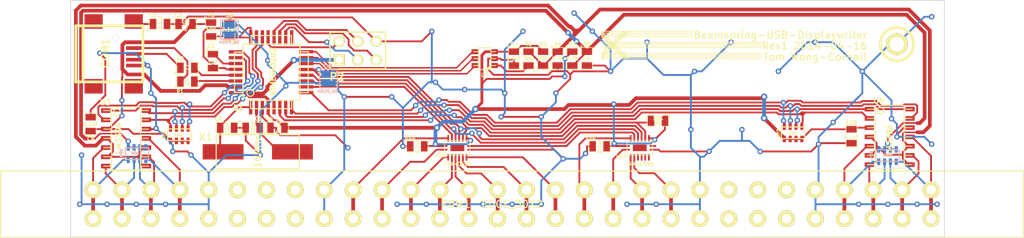
<source format=kicad_pcb>
(kicad_pcb (version 20171130) (host pcbnew "(5.1.12)-1")
  (layers (0 F.Cu signal) (31 B.Cu signal) (34 B.Paste user) (35 F.Paste user) (36 B.SilkS user) (37 F.SilkS user) (38 B.Mask user) (39 F.Mask user) (44 Edge.Cuts user))
  (net 0 "")
  (net 1 /SPI_MOSI)
  (net 2 /SPI_SCLK)
  (net 3 /SPI_SS)
  (net 4 Col1)
  (net 5 Col10)
  (net 6 Col11)
  (net 7 Col12)
  (net 8 Col2)
  (net 9 Col3)
  (net 10 Col4)
  (net 11 Col5)
  (net 12 Col6)
  (net 13 Col7)
  (net 14 Col8)
  (net 15 Col9)
  (net 16 GND)
  (net 17 N-000001)
  (net 18 N-0000010)
  (net 19 N-0000011)
  (net 20 N-0000012)
  (net 21 N-0000013)
  (net 22 N-0000014)
  (net 23 N-000002)
  (net 24 N-0000028)
  (net 25 N-0000029)
  (net 26 N-000003)
  (net 27 N-0000031)
  (net 28 N-0000032)
  (net 29 N-000004)
  (net 30 N-0000048)
  (net 31 N-0000058)
  (net 32 N-000008)
  (net 33 N-000009)
  (net 34 Row1)
  (net 35 Row2)
  (net 36 Row3)
  (net 37 Row4)
  (net 38 Row5)
  (net 39 Row6)
  (net 40 Row7)
  (net 41 Row8)
  (net 42 RowOP1)
  (net 43 RowOP2)
  (net 44 RowOP3)
  (net 45 RowOP4)
  (net 46 RowOP5)
  (net 47 RowOP6)
  (net 48 RowOP7)
  (net 49 RowOP8)
  (net 50 SR_DS)
  (net 51 SR_OE)
  (net 52 SR_SHCP)
  (net 53 SR_STCP)
  (net 54 VCC)
  (module Via (layer F.Cu) (at 148.75 151.25)
    (fp_text reference ._54 hide)
    (fp_text value . hide)
    (pad "" thru_hole circle (at 0 0) (size 0.7366 0.7366) (drill 0.381) (layers *.Cu) (net 16 GND))
  )
  (module USB_MINI_B (layer F.Cu) (at 152.8 130.6)
    (fp_text reference CON1 (at -0.55 -0.1 90) (layer F.SilkS) (effects (font (size 1.016 1.016) (thickness 0.2032))))
    (fp_text value USB-MINI-B hide)
    (pad 1 smd rect (at 3.44932 -1.6002) (size 2.30124 0.50038) (layers F.Cu F.Paste F.Mask) (net 54 VCC))
    (pad 2 smd rect (at 3.44932 -0.8001) (size 2.30124 0.50038) (layers F.Cu F.Paste F.Mask) (net 20 N-0000012))
    (pad 3 smd rect (at 3.44932 0) (size 2.30124 0.50038) (layers F.Cu F.Paste F.Mask) (net 19 N-0000011))
    (pad 4 smd rect (at 3.44932 0.8001) (size 2.30124 0.50038) (layers F.Cu F.Paste F.Mask))
    (pad 5 smd rect (at 3.44932 1.6002) (size 2.30124 0.50038) (layers F.Cu F.Paste F.Mask) (net 16 GND))
    (pad 6 smd rect (at 3.35026 -4.45008) (size 2.49936 1.99898) (layers F.Cu F.Paste F.Mask) (net 23 N-000002))
    (pad 7 smd rect (at -2.14884 -4.45008) (size 2.49936 1.99898) (layers F.Cu F.Paste F.Mask))
    (pad 8 smd rect (at 3.35026 4.45008) (size 2.49936 1.99898) (layers F.Cu F.Paste F.Mask))
    (pad 9 smd rect (at -2.14884 4.45008) (size 2.49936 1.99898) (layers F.Cu F.Paste F.Mask))
    (pad "" thru_hole circle (at 0.8509 -2.19964) (size 0.89916 0.89916) (drill 0.89916) (layers *.Cu *.Mask F.SilkS))
    (pad "" thru_hole circle (at 0.8509 2.19964) (size 0.89916 0.89916) (drill 0.89916) (layers *.Cu *.Mask F.SilkS))
  )
  (module tsot-6 (layer F.Cu) (at 204.25 131.25 90)
    (fp_text reference U2 (at -2.25 0 180) (layer F.SilkS) (effects (font (size 0.50038 0.50038) (thickness 0.09906))))
    (fp_text value DAC101S101 hide)
    (pad 1 smd rect (at -0.94996 1.30048 90) (size 0.69088 1.00076) (layers F.Cu F.Paste F.Mask) (net 26 N-000003))
    (pad 3 smd rect (at 0.94996 1.30048 90) (size 0.69088 1.00076) (layers F.Cu F.Paste F.Mask) (net 54 VCC))
    (pad 2 smd rect (at 0 1.30048 90) (size 0.69088 1.00076) (layers F.Cu F.Paste F.Mask) (net 16 GND))
    (pad 4 smd rect (at 0.94996 -1.30048 90) (size 0.69088 1.00076) (layers F.Cu F.Paste F.Mask) (net 1 /SPI_MOSI))
    (pad 6 smd rect (at -0.94996 -1.30048 90) (size 0.69088 1.00076) (layers F.Cu F.Paste F.Mask) (net 3 /SPI_SS))
    (pad 5 smd rect (at 0 -1.30048 90) (size 0.69088 1.00076) (layers F.Cu F.Paste F.Mask) (net 2 /SPI_SCLK))
  )
  (module TQFP32 (layer F.Cu) (at 175 133.1 90)
    (fp_text reference U1 (at -4.9 -4.5 180) (layer F.SilkS) (effects (font (size 0.7 0.7) (thickness 0.175))))
    (fp_text value ATMEGA32U2 (at 0.1 0.25 90) (layer F.SilkS) (effects (font (size 0.7 0.7) (thickness 0.175))))
    (pad 8 smd rect (at -4.81584 2.77622 90) (size 1.99898 0.44958) (layers F.Cu F.Paste F.Mask) (net 48 RowOP7))
    (pad 7 smd rect (at -4.81584 1.97612 90) (size 1.99898 0.44958) (layers F.Cu F.Paste F.Mask) (net 47 RowOP6))
    (pad 6 smd rect (at -4.81584 1.17602 90) (size 1.99898 0.44958) (layers F.Cu F.Paste F.Mask) (net 46 RowOP5))
    (pad 5 smd rect (at -4.81584 0.37592 90) (size 1.99898 0.44958) (layers F.Cu F.Paste F.Mask))
    (pad 4 smd rect (at -4.81584 -0.42418 90) (size 1.99898 0.44958) (layers F.Cu F.Paste F.Mask) (net 54 VCC))
    (pad 3 smd rect (at -4.81584 -1.22428 90) (size 1.99898 0.44958) (layers F.Cu F.Paste F.Mask) (net 16 GND))
    (pad 2 smd rect (at -4.81584 -2.02438 90) (size 1.99898 0.44958) (layers F.Cu F.Paste F.Mask) (net 31 N-0000058))
    (pad 1 smd rect (at -4.81584 -2.82448 90) (size 1.99898 0.44958) (layers F.Cu F.Paste F.Mask) (net 29 N-000004))
    (pad 24 smd rect (at 4.7498 -2.8194 90) (size 1.99898 0.44958) (layers F.Cu F.Paste F.Mask) (net 33 N-000009))
    (pad 17 smd rect (at 4.7498 2.794 90) (size 1.99898 0.44958) (layers F.Cu F.Paste F.Mask))
    (pad 18 smd rect (at 4.7498 1.9812 90) (size 1.99898 0.44958) (layers F.Cu F.Paste F.Mask) (net 25 N-0000029))
    (pad 19 smd rect (at 4.7498 1.1684 90) (size 1.99898 0.44958) (layers F.Cu F.Paste F.Mask) (net 24 N-0000028))
    (pad 20 smd rect (at 4.7498 0.381 90) (size 1.99898 0.44958) (layers F.Cu F.Paste F.Mask) (net 28 N-0000032))
    (pad 21 smd rect (at 4.7498 -0.4318 90) (size 1.99898 0.44958) (layers F.Cu F.Paste F.Mask) (net 27 N-0000031))
    (pad 22 smd rect (at 4.7498 -1.2192 90) (size 1.99898 0.44958) (layers F.Cu F.Paste F.Mask) (net 45 RowOP4))
    (pad 23 smd rect (at 4.7498 -2.032 90) (size 1.99898 0.44958) (layers F.Cu F.Paste F.Mask) (net 44 RowOP3))
    (pad 32 smd rect (at -2.82448 -4.826 90) (size 0.44958 1.99898) (layers F.Cu F.Paste F.Mask) (net 54 VCC))
    (pad 31 smd rect (at -2.02692 -4.826 90) (size 0.44958 1.99898) (layers F.Cu F.Paste F.Mask) (net 54 VCC))
    (pad 30 smd rect (at -1.22428 -4.826 90) (size 0.44958 1.99898) (layers F.Cu F.Paste F.Mask) (net 22 N-0000014))
    (pad 29 smd rect (at -0.42672 -4.826 90) (size 0.44958 1.99898) (layers F.Cu F.Paste F.Mask) (net 21 N-0000013))
    (pad 28 smd rect (at 0.37592 -4.826 90) (size 0.44958 1.99898) (layers F.Cu F.Paste F.Mask) (net 16 GND))
    (pad 27 smd rect (at 1.17348 -4.826 90) (size 0.44958 1.99898) (layers F.Cu F.Paste F.Mask) (net 32 N-000008))
    (pad 26 smd rect (at 1.97612 -4.826 90) (size 0.44958 1.99898) (layers F.Cu F.Paste F.Mask) (net 42 RowOP1))
    (pad 25 smd rect (at 2.77368 -4.826 90) (size 0.44958 1.99898) (layers F.Cu F.Paste F.Mask) (net 43 RowOP2))
    (pad 9 smd rect (at -2.8194 4.7752 90) (size 0.44958 1.99898) (layers F.Cu F.Paste F.Mask) (net 49 RowOP8))
    (pad 10 smd rect (at -2.032 4.7752 90) (size 0.44958 1.99898) (layers F.Cu F.Paste F.Mask) (net 50 SR_DS))
    (pad 11 smd rect (at -1.2192 4.7752 90) (size 0.44958 1.99898) (layers F.Cu F.Paste F.Mask) (net 51 SR_OE))
    (pad 12 smd rect (at -0.4318 4.7752 90) (size 0.44958 1.99898) (layers F.Cu F.Paste F.Mask) (net 53 SR_STCP))
    (pad 13 smd rect (at 0.3556 4.7752 90) (size 0.44958 1.99898) (layers F.Cu F.Paste F.Mask) (net 52 SR_SHCP))
    (pad 14 smd rect (at 1.1684 4.7752 90) (size 0.44958 1.99898) (layers F.Cu F.Paste F.Mask) (net 3 /SPI_SS))
    (pad 15 smd rect (at 1.9812 4.7752 90) (size 0.44958 1.99898) (layers F.Cu F.Paste F.Mask) (net 2 /SPI_SCLK))
    (pad 16 smd rect (at 2.794 4.7752 90) (size 0.44958 1.99898) (layers F.Cu F.Paste F.Mask) (net 1 /SPI_MOSI))
  )
  (module TEST_BRIDGE_SM (layer B.Cu) (at 169.25 127.25 90)
    (fp_text reference SW2 (at 1.75 0 180) (layer B.SilkS) (effects (font (size 0.4 0.4) (thickness 0.1)) (justify mirror)))
    (fp_text value SW_PUSH (at -1.75 0 180) (layer B.SilkS) (effects (font (size 0.4 0.4) (thickness 0.1)) (justify mirror)))
    (pad 1 smd rect (at -0.6 0 90) (size 1 2) (layers B.Cu B.Paste B.Mask) (net 33 N-000009))
    (pad 2 smd rect (at 0.6 0 90) (size 1 2) (layers B.Cu B.Paste B.Mask) (net 16 GND))
  )
  (module TEST_BRIDGE_SM (layer B.Cu) (at 182.85 133.97 90)
    (fp_text reference SW1 (at 1.72 -0.1 180) (layer B.SilkS) (effects (font (size 0.4 0.4) (thickness 0.1)) (justify mirror)))
    (fp_text value SW_PUSH (at -1.78 -0.1 180) (layer B.SilkS) (effects (font (size 0.4 0.4) (thickness 0.1)) (justify mirror)))
    (pad 1 smd rect (at -0.6 0 90) (size 1 2) (layers B.Cu B.Paste B.Mask) (net 16 GND))
    (pad 2 smd rect (at 0.6 0 90) (size 1 2) (layers B.Cu B.Paste B.Mask) (net 52 SR_SHCP))
  )
  (module so-14 (layer F.Cu) (at 155.1 142.2 270)
    (fp_text reference U3 (at -4.95 2.85) (layer F.SilkS) (effects (font (size 0.7493 0.7493) (thickness 0.14986))))
    (fp_text value LM339A (at 0 1.016 270) (layer F.SilkS) (effects (font (size 0.7493 0.7493) (thickness 0.14986))))
    (pad 1 smd rect (at -3.81 2.794 270) (size 0.635 1.27) (layers F.Cu F.Paste F.Mask) (net 43 RowOP2))
    (pad 2 smd rect (at -2.54 2.794 270) (size 0.635 1.27) (layers F.Cu F.Paste F.Mask) (net 42 RowOP1))
    (pad 3 smd rect (at -1.27 2.794 270) (size 0.635 1.27) (layers F.Cu F.Paste F.Mask) (net 54 VCC))
    (pad 4 smd rect (at 0 2.794 270) (size 0.635 1.27) (layers F.Cu F.Paste F.Mask) (net 18 N-0000010))
    (pad 5 smd rect (at 1.27 2.794 270) (size 0.635 1.27) (layers F.Cu F.Paste F.Mask) (net 34 Row1))
    (pad 6 smd rect (at 2.54 2.794 270) (size 0.635 1.27) (layers F.Cu F.Paste F.Mask) (net 18 N-0000010))
    (pad 7 smd rect (at 3.81 2.794 270) (size 0.635 1.27) (layers F.Cu F.Paste F.Mask) (net 35 Row2))
    (pad 8 smd rect (at 3.81 -2.794 270) (size 0.635 1.27) (layers F.Cu F.Paste F.Mask) (net 18 N-0000010))
    (pad 9 smd rect (at 2.54 -2.794 270) (size 0.635 1.27) (layers F.Cu F.Paste F.Mask) (net 36 Row3))
    (pad 10 smd rect (at 1.27 -2.794 270) (size 0.635 1.27) (layers F.Cu F.Paste F.Mask) (net 18 N-0000010))
    (pad 11 smd rect (at 0 -2.794 270) (size 0.635 1.27) (layers F.Cu F.Paste F.Mask) (net 37 Row4))
    (pad 12 smd rect (at -1.27 -2.794 270) (size 0.635 1.27) (layers F.Cu F.Paste F.Mask) (net 16 GND))
    (pad 13 smd rect (at -2.54 -2.794 270) (size 0.635 1.27) (layers F.Cu F.Paste F.Mask) (net 45 RowOP4))
    (pad 14 smd rect (at -3.81 -2.794 270) (size 0.635 1.27) (layers F.Cu F.Paste F.Mask) (net 44 RowOP3))
  )
  (module so-14 (layer F.Cu) (at 259.75 142 270)
    (fp_text reference U4 (at -5 1.5) (layer F.SilkS) (effects (font (size 0.7493 0.7493) (thickness 0.14986))))
    (fp_text value LM339A (at 0.5 0 270) (layer F.SilkS) (effects (font (size 0.7493 0.7493) (thickness 0.14986))))
    (pad 1 smd rect (at -3.81 2.794 270) (size 0.635 1.27) (layers F.Cu F.Paste F.Mask) (net 47 RowOP6))
    (pad 2 smd rect (at -2.54 2.794 270) (size 0.635 1.27) (layers F.Cu F.Paste F.Mask) (net 46 RowOP5))
    (pad 3 smd rect (at -1.27 2.794 270) (size 0.635 1.27) (layers F.Cu F.Paste F.Mask) (net 54 VCC))
    (pad 4 smd rect (at 0 2.794 270) (size 0.635 1.27) (layers F.Cu F.Paste F.Mask) (net 18 N-0000010))
    (pad 5 smd rect (at 1.27 2.794 270) (size 0.635 1.27) (layers F.Cu F.Paste F.Mask) (net 38 Row5))
    (pad 6 smd rect (at 2.54 2.794 270) (size 0.635 1.27) (layers F.Cu F.Paste F.Mask) (net 18 N-0000010))
    (pad 7 smd rect (at 3.81 2.794 270) (size 0.635 1.27) (layers F.Cu F.Paste F.Mask) (net 39 Row6))
    (pad 8 smd rect (at 3.81 -2.794 270) (size 0.635 1.27) (layers F.Cu F.Paste F.Mask) (net 18 N-0000010))
    (pad 9 smd rect (at 2.54 -2.794 270) (size 0.635 1.27) (layers F.Cu F.Paste F.Mask) (net 40 Row7))
    (pad 10 smd rect (at 1.27 -2.794 270) (size 0.635 1.27) (layers F.Cu F.Paste F.Mask) (net 18 N-0000010))
    (pad 11 smd rect (at 0 -2.794 270) (size 0.635 1.27) (layers F.Cu F.Paste F.Mask) (net 41 Row8))
    (pad 12 smd rect (at -1.27 -2.794 270) (size 0.635 1.27) (layers F.Cu F.Paste F.Mask) (net 16 GND))
    (pad 13 smd rect (at -2.54 -2.794 270) (size 0.635 1.27) (layers F.Cu F.Paste F.Mask) (net 49 RowOP8))
    (pad 14 smd rect (at -3.81 -2.794 270) (size 0.635 1.27) (layers F.Cu F.Paste F.Mask) (net 48 RowOP7))
  )
  (module SM0805 (layer F.Cu) (at 212.25 131.25 90)
    (fp_text reference R3 (at 2 0 180) (layer F.SilkS) (effects (font (size 0.50038 0.50038) (thickness 0.10922))))
    (fp_text value 20K (at 0 0 180) (layer F.SilkS) (effects (font (size 0.50038 0.50038) (thickness 0.10922))))
    (pad 1 smd rect (at -0.9525 0 90) (size 0.889 1.397) (layers F.Cu F.Paste F.Mask) (net 18 N-0000010))
    (pad 2 smd rect (at 0.9525 0 90) (size 0.889 1.397) (layers F.Cu F.Paste F.Mask) (net 54 VCC))
  )
  (module SM0805 (layer F.Cu) (at 150.25 140.25 270)
    (fp_text reference C9 (at 2 0) (layer F.SilkS) (effects (font (size 0.50038 0.50038) (thickness 0.10922))))
    (fp_text value 0.1uF (at 0 0) (layer F.SilkS) (effects (font (size 0.50038 0.50038) (thickness 0.10922))))
    (pad 1 smd rect (at -0.9525 0 270) (size 0.889 1.397) (layers F.Cu F.Paste F.Mask) (net 16 GND))
    (pad 2 smd rect (at 0.9525 0 270) (size 0.889 1.397) (layers F.Cu F.Paste F.Mask) (net 54 VCC))
  )
  (module SM0805 (layer F.Cu) (at 254.53 141.91 90)
    (fp_text reference C10 (at 1.91 -0.03 180) (layer F.SilkS) (effects (font (size 0.50038 0.50038) (thickness 0.10922))))
    (fp_text value 0.1uF (at -0.09 -0.03 180) (layer F.SilkS) (effects (font (size 0.50038 0.50038) (thickness 0.10922))))
    (pad 1 smd rect (at -0.9525 0 90) (size 0.889 1.397) (layers F.Cu F.Paste F.Mask) (net 16 GND))
    (pad 2 smd rect (at 0.9525 0 90) (size 0.889 1.397) (layers F.Cu F.Paste F.Mask) (net 54 VCC))
  )
  (module SM0805 (layer F.Cu) (at 208.25 131.25 270)
    (fp_text reference C7 (at -2 0) (layer F.SilkS) (effects (font (size 0.50038 0.50038) (thickness 0.10922))))
    (fp_text value 0.1uF (at 0 0) (layer F.SilkS) (effects (font (size 0.50038 0.50038) (thickness 0.10922))))
    (pad 1 smd rect (at -0.9525 0 270) (size 0.889 1.397) (layers F.Cu F.Paste F.Mask) (net 54 VCC))
    (pad 2 smd rect (at 0.9525 0 270) (size 0.889 1.397) (layers F.Cu F.Paste F.Mask) (net 16 GND))
  )
  (module SM0805 (layer F.Cu) (at 220 143.3 180)
    (fp_text reference C12 (at 1.25 1.3 180) (layer F.SilkS) (effects (font (size 0.50038 0.50038) (thickness 0.10922))))
    (fp_text value 0.1uF (at 0 0.05 270) (layer F.SilkS) (effects (font (size 0.50038 0.50038) (thickness 0.10922))))
    (pad 1 smd rect (at -0.9525 0 180) (size 0.889 1.397) (layers F.Cu F.Paste F.Mask) (net 54 VCC))
    (pad 2 smd rect (at 0.9525 0 180) (size 0.889 1.397) (layers F.Cu F.Paste F.Mask) (net 16 GND))
  )
  (module SM0805 (layer F.Cu) (at 195 143.3 180)
    (fp_text reference C11 (at 1 1.3 180) (layer F.SilkS) (effects (font (size 0.50038 0.50038) (thickness 0.10922))))
    (fp_text value 0.1uF (at 0 0.05 270) (layer F.SilkS) (effects (font (size 0.50038 0.50038) (thickness 0.10922))))
    (pad 1 smd rect (at -0.9525 0 180) (size 0.889 1.397) (layers F.Cu F.Paste F.Mask) (net 54 VCC))
    (pad 2 smd rect (at 0.9525 0 180) (size 0.889 1.397) (layers F.Cu F.Paste F.Mask) (net 16 GND))
  )
  (module SM0805 (layer F.Cu) (at 214.25 131.25 270)
    (fp_text reference R4 (at -2 0) (layer F.SilkS) (effects (font (size 0.50038 0.50038) (thickness 0.10922))))
    (fp_text value 4.7K (at 0 0) (layer F.SilkS) (effects (font (size 0.50038 0.50038) (thickness 0.10922))))
    (pad 1 smd rect (at -0.9525 0 270) (size 0.889 1.397) (layers F.Cu F.Paste F.Mask) (net 18 N-0000010))
    (pad 2 smd rect (at 0.9525 0 270) (size 0.889 1.397) (layers F.Cu F.Paste F.Mask) (net 16 GND))
  )
  (module SM0805 (layer F.Cu) (at 167 131.6 270)
    (fp_text reference C5 (at -2.1 0.25) (layer F.SilkS) (effects (font (size 0.50038 0.50038) (thickness 0.10922))))
    (fp_text value 1uF (at 0.15 0) (layer F.SilkS) (effects (font (size 0.50038 0.50038) (thickness 0.10922))))
    (pad 1 smd rect (at -0.9525 0 270) (size 0.889 1.397) (layers F.Cu F.Paste F.Mask) (net 32 N-000008))
    (pad 2 smd rect (at 0.9525 0 270) (size 0.889 1.397) (layers F.Cu F.Paste F.Mask) (net 16 GND))
  )
  (module SM0805 (layer F.Cu) (at 210.25 131.25 90)
    (fp_text reference R6 (at 2 0 180) (layer F.SilkS) (effects (font (size 0.50038 0.50038) (thickness 0.10922))))
    (fp_text value 20K (at 0 0 180) (layer F.SilkS) (effects (font (size 0.50038 0.50038) (thickness 0.10922))))
    (pad 1 smd rect (at -0.9525 0 90) (size 0.889 1.397) (layers F.Cu F.Paste F.Mask) (net 26 N-000003))
    (pad 2 smd rect (at 0.9525 0 90) (size 0.889 1.397) (layers F.Cu F.Paste F.Mask) (net 18 N-0000010))
  )
  (module SM0805 (layer F.Cu) (at 172.45 140.75)
    (fp_text reference C1 (at 0.8 -1.25) (layer F.SilkS) (effects (font (size 0.50038 0.50038) (thickness 0.10922))))
    (fp_text value 22pF (at 0.05 0 90) (layer F.SilkS) (effects (font (size 0.50038 0.50038) (thickness 0.10922))))
    (pad 1 smd rect (at -0.9525 0) (size 0.889 1.397) (layers F.Cu F.Paste F.Mask) (net 16 GND))
    (pad 2 smd rect (at 0.9525 0) (size 0.889 1.397) (layers F.Cu F.Paste F.Mask) (net 31 N-0000058))
  )
  (module SM0805 (layer F.Cu) (at 166.75 127.25 270)
    (fp_text reference R5 (at -2 0) (layer F.SilkS) (effects (font (size 0.50038 0.50038) (thickness 0.10922))))
    (fp_text value 10K (at 0 0) (layer F.SilkS) (effects (font (size 0.50038 0.50038) (thickness 0.10922))))
    (pad 1 smd rect (at -0.9525 0 270) (size 0.889 1.397) (layers F.Cu F.Paste F.Mask) (net 54 VCC))
    (pad 2 smd rect (at 0.9525 0 270) (size 0.889 1.397) (layers F.Cu F.Paste F.Mask) (net 33 N-000009))
  )
  (module SM0805 (layer F.Cu) (at 169.25 127.25 90)
    (fp_text reference C8 (at 2 0 180) (layer F.SilkS) (effects (font (size 0.50038 0.50038) (thickness 0.10922))))
    (fp_text value 0.1uF (at 0 0 180) (layer F.SilkS) (effects (font (size 0.50038 0.50038) (thickness 0.10922))))
    (pad 1 smd rect (at -0.9525 0 90) (size 0.889 1.397) (layers F.Cu F.Paste F.Mask) (net 33 N-000009))
    (pad 2 smd rect (at 0.9525 0 90) (size 0.889 1.397) (layers F.Cu F.Paste F.Mask) (net 16 GND))
  )
  (module SM0805 (layer F.Cu) (at 159.75 126.5)
    (fp_text reference C6 (at -1 -1.25) (layer F.SilkS) (effects (font (size 0.50038 0.50038) (thickness 0.10922))))
    (fp_text value 0.1uF (at 0 -0.25 90) (layer F.SilkS) (effects (font (size 0.50038 0.50038) (thickness 0.10922))))
    (pad 1 smd rect (at -0.9525 0) (size 0.889 1.397) (layers F.Cu F.Paste F.Mask) (net 23 N-000002))
    (pad 2 smd rect (at 0.9525 0) (size 0.889 1.397) (layers F.Cu F.Paste F.Mask) (net 16 GND))
  )
  (module SM0805 (layer F.Cu) (at 163.5 134.4)
    (fp_text reference R1 (at -1 1.35) (layer F.SilkS) (effects (font (size 0.50038 0.50038) (thickness 0.10922))))
    (fp_text value 22 (at 0 0.1 90) (layer F.SilkS) (effects (font (size 0.50038 0.50038) (thickness 0.10922))))
    (pad 1 smd rect (at -0.9525 0) (size 0.889 1.397) (layers F.Cu F.Paste F.Mask) (net 20 N-0000012))
    (pad 2 smd rect (at 0.9525 0) (size 0.889 1.397) (layers F.Cu F.Paste F.Mask) (net 22 N-0000014))
  )
  (module SM0805 (layer F.Cu) (at 163.5 132.5)
    (fp_text reference R2 (at -1 -1.25) (layer F.SilkS) (effects (font (size 0.50038 0.50038) (thickness 0.10922))))
    (fp_text value 22 (at 0 0 90) (layer F.SilkS) (effects (font (size 0.50038 0.50038) (thickness 0.10922))))
    (pad 1 smd rect (at -0.9525 0) (size 0.889 1.397) (layers F.Cu F.Paste F.Mask) (net 19 N-0000011))
    (pad 2 smd rect (at 0.9525 0) (size 0.889 1.397) (layers F.Cu F.Paste F.Mask) (net 21 N-0000013))
  )
  (module SM0805 (layer F.Cu) (at 163.25 126.5 180)
    (fp_text reference C3 (at 1 1.25 180) (layer F.SilkS) (effects (font (size 0.50038 0.50038) (thickness 0.10922))))
    (fp_text value 4.7uF (at 0 0 270) (layer F.SilkS) (effects (font (size 0.50038 0.50038) (thickness 0.10922))))
    (pad 1 smd rect (at -0.9525 0 180) (size 0.889 1.397) (layers F.Cu F.Paste F.Mask) (net 54 VCC))
    (pad 2 smd rect (at 0.9525 0 180) (size 0.889 1.397) (layers F.Cu F.Paste F.Mask) (net 16 GND))
  )
  (module SM0805 (layer F.Cu) (at 175.85 140.75)
    (fp_text reference C4 (at -1.1 -1.25) (layer F.SilkS) (effects (font (size 0.50038 0.50038) (thickness 0.10922))))
    (fp_text value 0.1uF (at 0.15 -0.25 90) (layer F.SilkS) (effects (font (size 0.50038 0.50038) (thickness 0.10922))))
    (pad 1 smd rect (at -0.9525 0) (size 0.889 1.397) (layers F.Cu F.Paste F.Mask) (net 16 GND))
    (pad 2 smd rect (at 0.9525 0) (size 0.889 1.397) (layers F.Cu F.Paste F.Mask) (net 54 VCC))
  )
  (module SM0805 (layer F.Cu) (at 216.25 131.25 270)
    (fp_text reference R7 (at -2 0) (layer F.SilkS) (effects (font (size 0.50038 0.50038) (thickness 0.10922))))
    (fp_text value 4.7K (at 0 0) (layer F.SilkS) (effects (font (size 0.50038 0.50038) (thickness 0.10922))))
    (pad 1 smd rect (at -0.9525 0 270) (size 0.889 1.397) (layers F.Cu F.Paste F.Mask) (net 54 VCC))
    (pad 2 smd rect (at 0.9525 0 270) (size 0.889 1.397) (layers F.Cu F.Paste F.Mask) (net 30 N-0000048))
  )
  (module SM0805 (layer F.Cu) (at 218.25 131.25 270)
    (fp_text reference R8 (at -2 0) (layer F.SilkS) (effects (font (size 0.50038 0.50038) (thickness 0.10922))))
    (fp_text value 1K (at 0 0) (layer F.SilkS) (effects (font (size 0.50038 0.50038) (thickness 0.10922))))
    (pad 1 smd rect (at -0.9525 0 270) (size 0.889 1.397) (layers F.Cu F.Paste F.Mask) (net 30 N-0000048))
    (pad 2 smd rect (at 0.9525 0 270) (size 0.889 1.397) (layers F.Cu F.Paste F.Mask) (net 16 GND))
  )
  (module SM0805 (layer F.Cu) (at 168.95 140.75 180)
    (fp_text reference C2 (at 1.2 1.25 180) (layer F.SilkS) (effects (font (size 0.50038 0.50038) (thickness 0.10922))))
    (fp_text value 22pF (at -0.05 0 270) (layer F.SilkS) (effects (font (size 0.50038 0.50038) (thickness 0.10922))))
    (pad 1 smd rect (at -0.9525 0 180) (size 0.889 1.397) (layers F.Cu F.Paste F.Mask) (net 16 GND))
    (pad 2 smd rect (at 0.9525 0 180) (size 0.889 1.397) (layers F.Cu F.Paste F.Mask) (net 29 N-000004))
  )
  (module RPACK_1206 (layer F.Cu) (at 162.4 141.7 180)
    (fp_text reference RP1 (at 2.15 -0.05 270) (layer F.SilkS) (effects (font (size 0.4 0.4) (thickness 0.1))))
    (fp_text value 10K (at 0.15 -0.05 180) (layer F.SilkS) (effects (font (size 0.4 0.4) (thickness 0.1))))
    (pad 1 smd rect (at -1.2 0.85 180) (size 0.425 0.9) (layers F.Cu F.Paste F.Mask) (net 42 RowOP1) (clearance 0.1))
    (pad 2 smd rect (at -0.4 0.85 180) (size 0.425 0.9) (layers F.Cu F.Paste F.Mask) (net 43 RowOP2) (clearance 0.1))
    (pad 3 smd rect (at 0.4 0.85 180) (size 0.425 0.9) (layers F.Cu F.Paste F.Mask) (net 44 RowOP3) (clearance 0.1))
    (pad 4 smd rect (at 1.2 0.85 180) (size 0.425 0.9) (layers F.Cu F.Paste F.Mask) (net 45 RowOP4) (clearance 0.1))
    (pad 5 smd rect (at 1.2 -0.85 180) (size 0.425 0.9) (layers F.Cu F.Paste F.Mask) (net 54 VCC) (clearance 0.1))
    (pad 6 smd rect (at 0.4 -0.85 180) (size 0.425 0.9) (layers F.Cu F.Paste F.Mask) (net 54 VCC) (clearance 0.1))
    (pad 7 smd rect (at -0.4 -0.85 180) (size 0.425 0.9) (layers F.Cu F.Paste F.Mask) (net 54 VCC) (clearance 0.1))
    (pad 8 smd rect (at -1.2 -0.85 180) (size 0.425 0.9) (layers F.Cu F.Paste F.Mask) (net 54 VCC) (clearance 0.1))
  )
  (module RPACK_1206 (layer B.Cu) (at 156.6 144.3)
    (fp_text reference RP3 (at -2.1 -0.05 90) (layer B.SilkS) (effects (font (size 0.4 0.4) (thickness 0.1)) (justify mirror)))
    (fp_text value 100K (at -0.1 -0.05) (layer B.SilkS) (effects (font (size 0.4 0.4) (thickness 0.1)) (justify mirror)))
    (pad 1 smd rect (at -1.2 -0.85) (size 0.425 0.9) (layers B.Cu B.Paste B.Mask) (net 30 N-0000048) (clearance 0.1))
    (pad 2 smd rect (at -0.4 -0.85) (size 0.425 0.9) (layers B.Cu B.Paste B.Mask) (net 30 N-0000048) (clearance 0.1))
    (pad 3 smd rect (at 0.4 -0.85) (size 0.425 0.9) (layers B.Cu B.Paste B.Mask) (net 30 N-0000048) (clearance 0.1))
    (pad 4 smd rect (at 1.2 -0.85) (size 0.425 0.9) (layers B.Cu B.Paste B.Mask) (net 30 N-0000048) (clearance 0.1))
    (pad 5 smd rect (at 1.2 0.85) (size 0.425 0.9) (layers B.Cu B.Paste B.Mask) (net 37 Row4) (clearance 0.1))
    (pad 6 smd rect (at 0.4 0.85) (size 0.425 0.9) (layers B.Cu B.Paste B.Mask) (net 36 Row3) (clearance 0.1))
    (pad 7 smd rect (at -0.4 0.85) (size 0.425 0.9) (layers B.Cu B.Paste B.Mask) (net 35 Row2) (clearance 0.1))
    (pad 8 smd rect (at -1.2 0.85) (size 0.425 0.9) (layers B.Cu B.Paste B.Mask) (net 34 Row1) (clearance 0.1))
  )
  (module RPACK_1206 (layer F.Cu) (at 246.51 141.44 180)
    (fp_text reference RP2 (at 2.01 -0.06 270) (layer F.SilkS) (effects (font (size 0.4 0.4) (thickness 0.1))))
    (fp_text value 10K (at 0.01 -0.06 180) (layer F.SilkS) (effects (font (size 0.4 0.4) (thickness 0.1))))
    (pad 1 smd rect (at -1.2 0.85 180) (size 0.425 0.9) (layers F.Cu F.Paste F.Mask) (net 46 RowOP5) (clearance 0.1))
    (pad 2 smd rect (at -0.4 0.85 180) (size 0.425 0.9) (layers F.Cu F.Paste F.Mask) (net 47 RowOP6) (clearance 0.1))
    (pad 3 smd rect (at 0.4 0.85 180) (size 0.425 0.9) (layers F.Cu F.Paste F.Mask) (net 48 RowOP7) (clearance 0.1))
    (pad 4 smd rect (at 1.2 0.85 180) (size 0.425 0.9) (layers F.Cu F.Paste F.Mask) (net 49 RowOP8) (clearance 0.1))
    (pad 5 smd rect (at 1.2 -0.85 180) (size 0.425 0.9) (layers F.Cu F.Paste F.Mask) (net 54 VCC) (clearance 0.1))
    (pad 6 smd rect (at 0.4 -0.85 180) (size 0.425 0.9) (layers F.Cu F.Paste F.Mask) (net 54 VCC) (clearance 0.1))
    (pad 7 smd rect (at -0.4 -0.85 180) (size 0.425 0.9) (layers F.Cu F.Paste F.Mask) (net 54 VCC) (clearance 0.1))
    (pad 8 smd rect (at -1.2 -0.85 180) (size 0.425 0.9) (layers F.Cu F.Paste F.Mask) (net 54 VCC) (clearance 0.1))
  )
  (module RPACK_1206 (layer B.Cu) (at 259.45 144.56)
    (fp_text reference RP4 (at -2.2 -0.06 90) (layer B.SilkS) (effects (font (size 0.4 0.4) (thickness 0.1)) (justify mirror)))
    (fp_text value 100K (at 0.05 -0.06) (layer B.SilkS) (effects (font (size 0.4 0.4) (thickness 0.1)) (justify mirror)))
    (pad 1 smd rect (at -1.2 -0.85) (size 0.425 0.9) (layers B.Cu B.Paste B.Mask) (net 30 N-0000048) (clearance 0.1))
    (pad 2 smd rect (at -0.4 -0.85) (size 0.425 0.9) (layers B.Cu B.Paste B.Mask) (net 30 N-0000048) (clearance 0.1))
    (pad 3 smd rect (at 0.4 -0.85) (size 0.425 0.9) (layers B.Cu B.Paste B.Mask) (net 30 N-0000048) (clearance 0.1))
    (pad 4 smd rect (at 1.2 -0.85) (size 0.425 0.9) (layers B.Cu B.Paste B.Mask) (net 30 N-0000048) (clearance 0.1))
    (pad 5 smd rect (at 1.2 0.85) (size 0.425 0.9) (layers B.Cu B.Paste B.Mask) (net 41 Row8) (clearance 0.1))
    (pad 6 smd rect (at 0.4 0.85) (size 0.425 0.9) (layers B.Cu B.Paste B.Mask) (net 40 Row7) (clearance 0.1))
    (pad 7 smd rect (at -0.4 0.85) (size 0.425 0.9) (layers B.Cu B.Paste B.Mask) (net 39 Row6) (clearance 0.1))
    (pad 8 smd rect (at -1.2 0.85) (size 0.425 0.9) (layers B.Cu B.Paste B.Mask) (net 38 Row5) (clearance 0.1))
  )
  (module pin_array_3x2 (layer F.Cu) (at 186.85 130.15)
    (fp_text reference P2 (at -2.85 3.6) (layer F.SilkS) (effects (font (size 1.016 1.016) (thickness 0.2032))))
    (fp_text value CONN_3X2 hide)
    (pad 1 thru_hole rect (at -2.54 1.27) (size 1.524 1.524) (drill 1.016) (layers *.Cu *.Mask F.SilkS) (net 54 VCC))
    (pad 2 thru_hole circle (at -2.54 -1.27) (size 1.524 1.524) (drill 1.016) (layers *.Cu *.Mask F.SilkS) (net 27 N-0000031))
    (pad 3 thru_hole circle (at 0 1.27) (size 1.524 1.524) (drill 1.016) (layers *.Cu *.Mask F.SilkS) (net 25 N-0000029))
    (pad 4 thru_hole circle (at 0 -1.27) (size 1.524 1.524) (drill 1.016) (layers *.Cu *.Mask F.SilkS) (net 28 N-0000032))
    (pad 5 thru_hole circle (at 2.54 1.27) (size 1.524 1.524) (drill 1.016) (layers *.Cu *.Mask F.SilkS) (net 24 N-0000028))
    (pad 6 thru_hole circle (at 2.54 -1.27) (size 1.524 1.524) (drill 1.016) (layers *.Cu *.Mask F.SilkS) (net 16 GND) (thermal_gap 0.508))
  )
  (module HC49US (layer F.Cu) (at 173.15 144.05 180)
    (fp_text reference X1 (at 7.15 2.05 180) (layer F.SilkS))
    (fp_text value 16MHz (at 0 0 270) (layer F.SilkS) (effects (font (size 0.9 0.9))))
    (pad 1 smd rect (at -4.75 0 180) (size 5.6 2.1) (layers F.Cu F.Paste F.Mask) (net 31 N-0000058))
    (pad 2 smd rect (at 4.75 0 180) (size 5.6 2.1) (layers F.Cu F.Paste F.Mask) (net 29 N-000004))
  )
  (module DHVQFN16 (layer F.Cu) (at 200.5 143.5)
    (fp_text reference U5 (at -2.75 1) (layer F.SilkS) (effects (font (size 0.5 0.5) (thickness 0.1))))
    (fp_text value 74AHC595 (at 0 2.25) (layer F.SilkS) (effects (font (size 0.5 0.5) (thickness 0.1))))
    (pad "" smd rect (at 0 0) (size 1.9 0.9) (layers F.Cu F.Paste F.Mask))
    (pad 1 smd rect (at -1.8 0.25 90) (size 0.24 0.9) (layers F.Cu F.Paste F.Mask) (net 8 Col2) (clearance 0.125))
    (pad 2 smd rect (at -1.25 1.3) (size 0.24 0.9) (layers F.Cu F.Paste F.Mask) (net 9 Col3) (clearance 0.125))
    (pad 3 smd rect (at -0.75 1.3) (size 0.24 0.9) (layers F.Cu F.Paste F.Mask) (net 10 Col4) (clearance 0.125))
    (pad 4 smd rect (at -0.25 1.3) (size 0.24 0.9) (layers F.Cu F.Paste F.Mask) (net 11 Col5) (clearance 0.125))
    (pad 5 smd rect (at 0.25 1.3) (size 0.24 0.9) (layers F.Cu F.Paste F.Mask) (net 12 Col6) (clearance 0.125))
    (pad 6 smd rect (at 0.75 1.3) (size 0.24 0.9) (layers F.Cu F.Paste F.Mask) (net 13 Col7) (clearance 0.125))
    (pad 7 smd rect (at 1.25 1.3) (size 0.24 0.9) (layers F.Cu F.Paste F.Mask) (net 14 Col8) (clearance 0.125))
    (pad 8 smd rect (at 1.8 0.25 270) (size 0.24 0.9) (layers F.Cu F.Paste F.Mask) (net 16 GND) (clearance 0.125))
    (pad 9 smd rect (at 1.8 -0.25 270) (size 0.24 0.9) (layers F.Cu F.Paste F.Mask) (net 17 N-000001) (clearance 0.125))
    (pad 10 smd rect (at 1.25 -1.3) (size 0.24 0.9) (layers F.Cu F.Paste F.Mask) (net 54 VCC) (clearance 0.125))
    (pad 11 smd rect (at 0.75 -1.3) (size 0.24 0.9) (layers F.Cu F.Paste F.Mask) (net 52 SR_SHCP) (clearance 0.125))
    (pad 12 smd rect (at 0.25 -1.3) (size 0.24 0.9) (layers F.Cu F.Paste F.Mask) (net 53 SR_STCP) (clearance 0.125))
    (pad 13 smd rect (at -0.25 -1.3) (size 0.24 0.9) (layers F.Cu F.Paste F.Mask) (net 51 SR_OE) (clearance 0.125))
    (pad 14 smd rect (at -0.75 -1.3) (size 0.24 0.9) (layers F.Cu F.Paste F.Mask) (net 50 SR_DS) (clearance 0.125))
    (pad 15 smd rect (at -1.25 -1.3) (size 0.24 0.9) (layers F.Cu F.Paste F.Mask) (net 4 Col1) (clearance 0.125))
    (pad 16 smd rect (at -1.8 -0.25 90) (size 0.24 0.9) (layers F.Cu F.Paste F.Mask) (net 54 VCC) (clearance 0.125))
  )
  (module DHVQFN16 (layer F.Cu) (at 225.5 143.5)
    (fp_text reference U6 (at -2.75 1.25) (layer F.SilkS) (effects (font (size 0.5 0.5) (thickness 0.1))))
    (fp_text value 74AHC595 (at 0 2.25) (layer F.SilkS) (effects (font (size 0.5 0.5) (thickness 0.1))))
    (pad "" smd rect (at 0 0) (size 1.9 0.9) (layers F.Cu F.Paste F.Mask))
    (pad 1 smd rect (at -1.8 0.25 90) (size 0.24 0.9) (layers F.Cu F.Paste F.Mask) (net 5 Col10) (clearance 0.125))
    (pad 2 smd rect (at -1.25 1.3) (size 0.24 0.9) (layers F.Cu F.Paste F.Mask) (net 6 Col11) (clearance 0.125))
    (pad 3 smd rect (at -0.75 1.3) (size 0.24 0.9) (layers F.Cu F.Paste F.Mask) (net 7 Col12) (clearance 0.125))
    (pad 4 smd rect (at -0.25 1.3) (size 0.24 0.9) (layers F.Cu F.Paste F.Mask) (clearance 0.125))
    (pad 5 smd rect (at 0.25 1.3) (size 0.24 0.9) (layers F.Cu F.Paste F.Mask) (clearance 0.125))
    (pad 6 smd rect (at 0.75 1.3) (size 0.24 0.9) (layers F.Cu F.Paste F.Mask) (clearance 0.125))
    (pad 7 smd rect (at 1.25 1.3) (size 0.24 0.9) (layers F.Cu F.Paste F.Mask) (clearance 0.125))
    (pad 8 smd rect (at 1.8 0.25 270) (size 0.24 0.9) (layers F.Cu F.Paste F.Mask) (net 16 GND) (clearance 0.125))
    (pad 9 smd rect (at 1.8 -0.25 270) (size 0.24 0.9) (layers F.Cu F.Paste F.Mask) (clearance 0.125))
    (pad 10 smd rect (at 1.25 -1.3) (size 0.24 0.9) (layers F.Cu F.Paste F.Mask) (net 54 VCC) (clearance 0.125))
    (pad 11 smd rect (at 0.75 -1.3) (size 0.24 0.9) (layers F.Cu F.Paste F.Mask) (net 52 SR_SHCP) (clearance 0.125))
    (pad 12 smd rect (at 0.25 -1.3) (size 0.24 0.9) (layers F.Cu F.Paste F.Mask) (net 53 SR_STCP) (clearance 0.125))
    (pad 13 smd rect (at -0.25 -1.3) (size 0.24 0.9) (layers F.Cu F.Paste F.Mask) (net 51 SR_OE) (clearance 0.125))
    (pad 14 smd rect (at -0.75 -1.3) (size 0.24 0.9) (layers F.Cu F.Paste F.Mask) (net 17 N-000001) (clearance 0.125))
    (pad 15 smd rect (at -1.25 -1.3) (size 0.24 0.9) (layers F.Cu F.Paste F.Mask) (net 15 Col9) (clearance 0.125))
    (pad 16 smd rect (at -1.8 -0.25 90) (size 0.24 0.9) (layers F.Cu F.Paste F.Mask) (net 54 VCC) (clearance 0.125))
  )
  (module 1pin (layer F.Cu) (at 260.74 129.26)
    (fp_text reference P3 hide)
    (fp_text value "Chassis GND" hide)
    (pad 1 thru_hole circle (at 0 0) (size 3 3) (drill 2) (layers *.Cu *.Mask F.SilkS) (net 16 GND) (thermal_gap 0.508))
  )
  (module Via (layer F.Cu) (at 197 127.5)
    (fp_text reference ._53 hide)
    (fp_text value . hide)
    (pad "" thru_hole circle (at 0 0) (size 0.7366 0.7366) (drill 0.381) (layers *.Cu) (net 16 GND))
  )
  (module Via (layer F.Cu) (at 209.5 127.5)
    (fp_text reference ._52 hide)
    (fp_text value . hide)
    (pad "" thru_hole circle (at 0 0) (size 0.7366 0.7366) (drill 0.381) (layers *.Cu) (net 16 GND))
  )
  (module Via (layer F.Cu) (at 185 136.5)
    (fp_text reference ._51 hide)
    (fp_text value . hide)
    (pad "" thru_hole circle (at 0 0) (size 0.7366 0.7366) (drill 0.381) (layers *.Cu) (net 16 GND))
  )
  (module Via (layer F.Cu) (at 191.5 136.5)
    (fp_text reference ._50 hide)
    (fp_text value . hide)
    (pad "" thru_hole circle (at 0 0) (size 0.7366 0.7366) (drill 0.381) (layers *.Cu) (net 16 GND))
  )
  (module Via (layer F.Cu) (at 151.5 130.5)
    (fp_text reference ._49 hide)
    (fp_text value . hide)
    (pad "" thru_hole circle (at 0 0) (size 0.7366 0.7366) (drill 0.381) (layers *.Cu) (net 16 GND))
  )
  (module Via (layer F.Cu) (at 149 144.5)
    (fp_text reference ._48 hide)
    (fp_text value . hide)
    (pad "" thru_hole circle (at 0 0) (size 0.7366 0.7366) (drill 0.381) (layers *.Cu) (net 16 GND))
  )
  (module Via (layer F.Cu) (at 158.5 136)
    (fp_text reference ._47 hide)
    (fp_text value . hide)
    (pad "" thru_hole circle (at 0 0) (size 0.7366 0.7366) (drill 0.381) (layers *.Cu) (net 16 GND))
  )
  (module Via (layer F.Cu) (at 164 144.5)
    (fp_text reference ._46 hide)
    (fp_text value . hide)
    (pad "" thru_hole circle (at 0 0) (size 0.7366 0.7366) (drill 0.381) (layers *.Cu) (net 16 GND))
  )
  (module Via (layer F.Cu) (at 174.5 131.5)
    (fp_text reference ._45 hide)
    (fp_text value . hide)
    (pad "" thru_hole circle (at 0 0) (size 0.7366 0.7366) (drill 0.381) (layers *.Cu) (net 16 GND))
  )
  (module Via (layer F.Cu) (at 177 135)
    (fp_text reference ._44 hide)
    (fp_text value . hide)
    (pad "" thru_hole circle (at 0 0) (size 0.7366 0.7366) (drill 0.381) (layers *.Cu) (net 16 GND))
  )
  (module Via (layer F.Cu) (at 185.5 143.5)
    (fp_text reference ._43 hide)
    (fp_text value . hide)
    (pad "" thru_hole circle (at 0 0) (size 0.7366 0.7366) (drill 0.381) (layers *.Cu) (net 16 GND))
  )
  (module Via (layer F.Cu) (at 197.5 134.5)
    (fp_text reference ._42 hide)
    (fp_text value . hide)
    (pad "" thru_hole circle (at 0 0) (size 0.7366 0.7366) (drill 0.381) (layers *.Cu) (net 16 GND))
  )
  (module Via (layer F.Cu) (at 201.5 135.5)
    (fp_text reference ._41 hide)
    (fp_text value . hide)
    (pad "" thru_hole circle (at 0 0) (size 0.7366 0.7366) (drill 0.381) (layers *.Cu) (net 16 GND))
  )
  (module Via (layer F.Cu) (at 207 136)
    (fp_text reference ._40 hide)
    (fp_text value . hide)
    (pad "" thru_hole circle (at 0 0) (size 0.7366 0.7366) (drill 0.381) (layers *.Cu) (net 16 GND))
  )
  (module Via (layer F.Cu) (at 214 136)
    (fp_text reference ._39 hide)
    (fp_text value . hide)
    (pad "" thru_hole circle (at 0 0) (size 0.7366 0.7366) (drill 0.381) (layers *.Cu) (net 16 GND))
  )
  (module Via (layer F.Cu) (at 216.5 125)
    (fp_text reference ._38 hide)
    (fp_text value . hide)
    (pad "" thru_hole circle (at 0 0) (size 0.7366 0.7366) (drill 0.381) (layers *.Cu) (net 16 GND))
  )
  (module Via (layer F.Cu) (at 219 127.5)
    (fp_text reference ._37 hide)
    (fp_text value . hide)
    (pad "" thru_hole circle (at 0 0) (size 0.7366 0.7366) (drill 0.381) (layers *.Cu) (net 16 GND))
  )
  (module Via (layer F.Cu) (at 221.5 133)
    (fp_text reference ._36 hide)
    (fp_text value . hide)
    (pad "" thru_hole circle (at 0 0) (size 0.7366 0.7366) (drill 0.381) (layers *.Cu) (net 16 GND))
  )
  (module Via (layer F.Cu) (at 226.5 129)
    (fp_text reference ._35 hide)
    (fp_text value . hide)
    (pad "" thru_hole circle (at 0 0) (size 0.7366 0.7366) (drill 0.381) (layers *.Cu) (net 16 GND))
  )
  (module Via (layer F.Cu) (at 238 129)
    (fp_text reference ._34 hide)
    (fp_text value . hide)
    (pad "" thru_hole circle (at 0 0) (size 0.7366 0.7366) (drill 0.381) (layers *.Cu) (net 16 GND))
  )
  (module Via (layer F.Cu) (at 249.5 129)
    (fp_text reference ._33 hide)
    (fp_text value . hide)
    (pad "" thru_hole circle (at 0 0) (size 0.7366 0.7366) (drill 0.381) (layers *.Cu) (net 16 GND))
  )
  (module Via (layer F.Cu) (at 233 133)
    (fp_text reference ._32 hide)
    (fp_text value . hide)
    (pad "" thru_hole circle (at 0 0) (size 0.7366 0.7366) (drill 0.381) (layers *.Cu) (net 16 GND))
  )
  (module Via (layer F.Cu) (at 244.5 133)
    (fp_text reference ._31 hide)
    (fp_text value . hide)
    (pad "" thru_hole circle (at 0 0) (size 0.7366 0.7366) (drill 0.381) (layers *.Cu) (net 16 GND))
  )
  (module Via (layer F.Cu) (at 256 133)
    (fp_text reference ._30 hide)
    (fp_text value . hide)
    (pad "" thru_hole circle (at 0 0) (size 0.7366 0.7366) (drill 0.381) (layers *.Cu) (net 16 GND))
  )
  (module Via (layer F.Cu) (at 232.5 141)
    (fp_text reference ._29 hide)
    (fp_text value . hide)
    (pad "" thru_hole circle (at 0 0) (size 0.7366 0.7366) (drill 0.381) (layers *.Cu) (net 16 GND))
  )
  (module Via (layer F.Cu) (at 239.5 141)
    (fp_text reference ._28 hide)
    (fp_text value . hide)
    (pad "" thru_hole circle (at 0 0) (size 0.7366 0.7366) (drill 0.381) (layers *.Cu) (net 16 GND))
  )
  (module Via (layer F.Cu) (at 235 144)
    (fp_text reference ._27 hide)
    (fp_text value . hide)
    (pad "" thru_hole circle (at 0 0) (size 0.7366 0.7366) (drill 0.381) (layers *.Cu) (net 16 GND))
  )
  (module Via (layer F.Cu) (at 242 144)
    (fp_text reference ._26 hide)
    (fp_text value . hide)
    (pad "" thru_hole circle (at 0 0) (size 0.7366 0.7366) (drill 0.381) (layers *.Cu) (net 16 GND))
  )
  (module Via (layer F.Cu) (at 252 140)
    (fp_text reference ._25 hide)
    (fp_text value . hide)
    (pad "" thru_hole circle (at 0 0) (size 0.7366 0.7366) (drill 0.381) (layers *.Cu) (net 16 GND))
  )
  (module Via (layer F.Cu) (at 260 139.5)
    (fp_text reference ._24 hide)
    (fp_text value . hide)
    (pad "" thru_hole circle (at 0 0) (size 0.7366 0.7366) (drill 0.381) (layers *.Cu) (net 16 GND))
  )
  (module Via (layer F.Cu) (at 265.5 143)
    (fp_text reference ._23 hide)
    (fp_text value . hide)
    (pad "" thru_hole circle (at 0 0) (size 0.7366 0.7366) (drill 0.381) (layers *.Cu) (net 16 GND))
  )
  (module Via (layer F.Cu) (at 265.5 125.5)
    (fp_text reference ._22 hide)
    (fp_text value . hide)
    (pad "" thru_hole circle (at 0 0) (size 0.7366 0.7366) (drill 0.381) (layers *.Cu) (net 16 GND))
  )
  (module Via (layer F.Cu) (at 250 143)
    (fp_text reference ._21 hide)
    (fp_text value . hide)
    (pad "" thru_hole circle (at 0 0) (size 0.7366 0.7366) (drill 0.381) (layers *.Cu) (net 16 GND))
  )
  (module Via (layer F.Cu) (at 215 145)
    (fp_text reference ._20 hide)
    (fp_text value . hide)
    (pad "" thru_hole circle (at 0 0) (size 0.7366 0.7366) (drill 0.381) (layers *.Cu) (net 16 GND))
  )
  (module Via (layer F.Cu) (at 173.5 144.5)
    (fp_text reference ._19 hide)
    (fp_text value . hide)
    (pad "" thru_hole circle (at 0 0) (size 0.7366 0.7366) (drill 0.381) (layers *.Cu) (net 16 GND))
  )
  (module Via (layer F.Cu) (at 206.5 139.25)
    (fp_text reference ._18 hide)
    (fp_text value . hide)
    (pad "" thru_hole circle (at 0 0) (size 0.7366 0.7366) (drill 0.381) (layers *.Cu) (net 16 GND))
  )
  (module Via (layer F.Cu) (at 212 139.25)
    (fp_text reference ._17 hide)
    (fp_text value . hide)
    (pad "" thru_hole circle (at 0 0) (size 0.7366 0.7366) (drill 0.381) (layers *.Cu) (net 16 GND))
  )
  (module Via (layer F.Cu) (at 161.5 144)
    (fp_text reference ._16 hide)
    (fp_text value . hide)
    (pad "" thru_hole circle (at 0 0) (size 0.7366 0.7366) (drill 0.381) (layers *.Cu) (net 16 GND))
  )
  (module SM0805 (layer F.Cu) (at 228 139.8 180)
    (fp_text reference R9 (at 0 -0.3175 180) (layer F.SilkS) (effects (font (size 0.50038 0.50038) (thickness 0.10922))))
    (fp_text value 10K (at 0 0.381 180) (layer F.SilkS) (effects (font (size 0.50038 0.50038) (thickness 0.10922))))
    (pad 1 smd rect (at -0.9525 0 180) (size 0.889 1.397) (layers F.Cu F.Paste F.Mask) (net 54 VCC))
    (pad 2 smd rect (at 0.9525 0 180) (size 0.889 1.397) (layers F.Cu F.Paste F.Mask) (net 52 SR_SHCP))
  )
  (module 805_396_30x2_pins (layer F.Cu) (at 208 151.25)
    (fp_text reference PDW1 (at -7.75 0) (layer F.SilkS))
    (fp_text value EDGE_30X2 (at 0 0) (layer F.SilkS))
    (pad 1 thru_hole circle (at -57.42 -1.98) (size 2.3 2.3) (drill 1.3) (layers *.Cu *.Mask F.SilkS) (net 34 Row1))
    (pad 2 thru_hole circle (at -53.46 -1.98) (size 2.3 2.3) (drill 1.3) (layers *.Cu *.Mask F.SilkS) (net 35 Row2))
    (pad 3 thru_hole circle (at -49.5 -1.98) (size 2.3 2.3) (drill 1.3) (layers *.Cu *.Mask F.SilkS) (net 36 Row3))
    (pad 4 thru_hole circle (at -45.54 -1.98) (size 2.3 2.3) (drill 1.3) (layers *.Cu *.Mask F.SilkS) (net 37 Row4))
    (pad 5 thru_hole circle (at -41.58 -1.98) (size 2.3 2.3) (drill 1.3) (layers *.Cu *.Mask F.SilkS) (net 16 GND) (thermal_gap 0.508))
    (pad 6 thru_hole circle (at -37.62 -1.98) (size 2.3 2.3) (drill 1.3) (layers *.Cu *.Mask F.SilkS))
    (pad 7 thru_hole circle (at -33.66 -1.98) (size 2.3 2.3) (drill 1.3) (layers *.Cu *.Mask F.SilkS))
    (pad 8 thru_hole circle (at -29.7 -1.98) (size 2.3 2.3) (drill 1.3) (layers *.Cu *.Mask F.SilkS))
    (pad 9 thru_hole circle (at -25.74 -1.98) (size 2.3 2.3) (drill 1.3) (layers *.Cu *.Mask F.SilkS) (net 16 GND) (thermal_gap 0.508))
    (pad 10 thru_hole circle (at -21.78 -1.98) (size 2.3 2.3) (drill 1.3) (layers *.Cu *.Mask F.SilkS) (net 4 Col1))
    (pad 11 thru_hole circle (at -17.82 -1.98) (size 2.3 2.3) (drill 1.3) (layers *.Cu *.Mask F.SilkS) (net 8 Col2))
    (pad 12 thru_hole circle (at -13.86 -1.98) (size 2.3 2.3) (drill 1.3) (layers *.Cu *.Mask F.SilkS) (net 9 Col3))
    (pad 13 thru_hole circle (at -9.9 -1.98) (size 2.3 2.3) (drill 1.3) (layers *.Cu *.Mask F.SilkS) (net 10 Col4))
    (pad 14 thru_hole circle (at -5.94 -1.98) (size 2.3 2.3) (drill 1.3) (layers *.Cu *.Mask F.SilkS) (net 11 Col5))
    (pad 15 thru_hole circle (at -1.98 -1.98) (size 2.3 2.3) (drill 1.3) (layers *.Cu *.Mask F.SilkS) (net 12 Col6))
    (pad 16 thru_hole circle (at 1.98 -1.98) (size 2.3 2.3) (drill 1.3) (layers *.Cu *.Mask F.SilkS) (net 13 Col7))
    (pad 17 thru_hole circle (at 5.94 -1.98) (size 2.3 2.3) (drill 1.3) (layers *.Cu *.Mask F.SilkS) (net 14 Col8))
    (pad 18 thru_hole circle (at 9.9 -1.98) (size 2.3 2.3) (drill 1.3) (layers *.Cu *.Mask F.SilkS) (net 15 Col9))
    (pad 19 thru_hole circle (at 13.86 -1.98) (size 2.3 2.3) (drill 1.3) (layers *.Cu *.Mask F.SilkS) (net 5 Col10))
    (pad 20 thru_hole circle (at 17.82 -1.98) (size 2.3 2.3) (drill 1.3) (layers *.Cu *.Mask F.SilkS) (net 6 Col11))
    (pad 21 thru_hole circle (at 21.78 -1.98) (size 2.3 2.3) (drill 1.3) (layers *.Cu *.Mask F.SilkS) (net 7 Col12))
    (pad 22 thru_hole circle (at 25.74 -1.98) (size 2.3 2.3) (drill 1.3) (layers *.Cu *.Mask F.SilkS) (net 16 GND) (thermal_gap 0.508))
    (pad 23 thru_hole circle (at 29.7 -1.98) (size 2.3 2.3) (drill 1.3) (layers *.Cu *.Mask F.SilkS))
    (pad 24 thru_hole circle (at 33.66 -1.98) (size 2.3 2.3) (drill 1.3) (layers *.Cu *.Mask F.SilkS))
    (pad 25 thru_hole circle (at 37.62 -1.98) (size 2.3 2.3) (drill 1.3) (layers *.Cu *.Mask F.SilkS))
    (pad 26 thru_hole circle (at 41.58 -1.98) (size 2.3 2.3) (drill 1.3) (layers *.Cu *.Mask F.SilkS) (net 16 GND) (thermal_gap 0.508))
    (pad 27 thru_hole circle (at 45.54 -1.98) (size 2.3 2.3) (drill 1.3) (layers *.Cu *.Mask F.SilkS) (net 38 Row5))
    (pad 28 thru_hole circle (at 49.5 -1.98) (size 2.3 2.3) (drill 1.3) (layers *.Cu *.Mask F.SilkS) (net 39 Row6))
    (pad 29 thru_hole circle (at 53.46 -1.98) (size 2.3 2.3) (drill 1.3) (layers *.Cu *.Mask F.SilkS) (net 40 Row7))
    (pad 30 thru_hole circle (at 57.42 -1.98) (size 2.3 2.3) (drill 1.3) (layers *.Cu *.Mask F.SilkS) (net 41 Row8))
    (pad 31 thru_hole circle (at -57.42 1.98) (size 2.3 2.3) (drill 1.3) (layers *.Cu *.Mask F.SilkS) (net 34 Row1))
    (pad 32 thru_hole circle (at -53.46 1.98) (size 2.3 2.3) (drill 1.3) (layers *.Cu *.Mask F.SilkS) (net 35 Row2))
    (pad 33 thru_hole circle (at -49.5 1.98) (size 2.3 2.3) (drill 1.3) (layers *.Cu *.Mask F.SilkS) (net 36 Row3))
    (pad 34 thru_hole circle (at -45.54 1.98) (size 2.3 2.3) (drill 1.3) (layers *.Cu *.Mask F.SilkS) (net 37 Row4))
    (pad 35 thru_hole circle (at -41.58 1.98) (size 2.3 2.3) (drill 1.3) (layers *.Cu *.Mask F.SilkS) (net 16 GND) (thermal_gap 0.508))
    (pad 36 thru_hole circle (at -37.62 1.98) (size 2.3 2.3) (drill 1.3) (layers *.Cu *.Mask F.SilkS))
    (pad 37 thru_hole circle (at -33.66 1.98) (size 2.3 2.3) (drill 1.3) (layers *.Cu *.Mask F.SilkS))
    (pad 38 thru_hole circle (at -29.7 1.98) (size 2.3 2.3) (drill 1.3) (layers *.Cu *.Mask F.SilkS))
    (pad 39 thru_hole circle (at -25.74 1.98) (size 2.3 2.3) (drill 1.3) (layers *.Cu *.Mask F.SilkS) (net 16 GND) (thermal_gap 0.508))
    (pad 40 thru_hole circle (at -21.78 1.98) (size 2.3 2.3) (drill 1.3) (layers *.Cu *.Mask F.SilkS) (net 4 Col1))
    (pad 41 thru_hole circle (at -17.82 1.98) (size 2.3 2.3) (drill 1.3) (layers *.Cu *.Mask F.SilkS) (net 8 Col2))
    (pad 42 thru_hole circle (at -13.86 1.98) (size 2.3 2.3) (drill 1.3) (layers *.Cu *.Mask F.SilkS) (net 9 Col3))
    (pad 43 thru_hole circle (at -9.9 1.98) (size 2.3 2.3) (drill 1.3) (layers *.Cu *.Mask F.SilkS) (net 10 Col4))
    (pad 44 thru_hole circle (at -5.94 1.98) (size 2.3 2.3) (drill 1.3) (layers *.Cu *.Mask F.SilkS) (net 11 Col5))
    (pad 45 thru_hole circle (at -1.98 1.98) (size 2.3 2.3) (drill 1.3) (layers *.Cu *.Mask F.SilkS) (net 12 Col6))
    (pad 46 thru_hole circle (at 1.98 1.98) (size 2.3 2.3) (drill 1.3) (layers *.Cu *.Mask F.SilkS) (net 13 Col7))
    (pad 47 thru_hole circle (at 5.94 1.98) (size 2.3 2.3) (drill 1.3) (layers *.Cu *.Mask F.SilkS) (net 14 Col8))
    (pad 48 thru_hole circle (at 9.9 1.98) (size 2.3 2.3) (drill 1.3) (layers *.Cu *.Mask F.SilkS) (net 15 Col9))
    (pad 49 thru_hole circle (at 13.86 1.98) (size 2.3 2.3) (drill 1.3) (layers *.Cu *.Mask F.SilkS) (net 5 Col10))
    (pad 50 thru_hole circle (at 17.82 1.98) (size 2.3 2.3) (drill 1.3) (layers *.Cu *.Mask F.SilkS) (net 6 Col11))
    (pad 51 thru_hole circle (at 21.78 1.98) (size 2.3 2.3) (drill 1.3) (layers *.Cu *.Mask F.SilkS) (net 7 Col12))
    (pad 52 thru_hole circle (at 25.74 1.98) (size 2.3 2.3) (drill 1.3) (layers *.Cu *.Mask F.SilkS) (net 16 GND) (thermal_gap 0.508))
    (pad 53 thru_hole circle (at 29.7 1.98) (size 2.3 2.3) (drill 1.3) (layers *.Cu *.Mask F.SilkS))
    (pad 54 thru_hole circle (at 33.66 1.98) (size 2.3 2.3) (drill 1.3) (layers *.Cu *.Mask F.SilkS))
    (pad 55 thru_hole circle (at 37.62 1.98) (size 2.3 2.3) (drill 1.3) (layers *.Cu *.Mask F.SilkS))
    (pad 56 thru_hole circle (at 41.58 1.98) (size 2.3 2.3) (drill 1.3) (layers *.Cu *.Mask F.SilkS) (net 16 GND) (thermal_gap 0.508))
    (pad 57 thru_hole circle (at 45.54 1.98) (size 2.3 2.3) (drill 1.3) (layers *.Cu *.Mask F.SilkS) (net 38 Row5))
    (pad 58 thru_hole circle (at 49.5 1.98) (size 2.3 2.3) (drill 1.3) (layers *.Cu *.Mask F.SilkS) (net 39 Row6))
    (pad 59 thru_hole circle (at 53.46 1.98) (size 2.3 2.3) (drill 1.3) (layers *.Cu *.Mask F.SilkS) (net 40 Row7))
    (pad 60 thru_hole circle (at 57.42 1.98) (size 2.3 2.3) (drill 1.3) (layers *.Cu *.Mask F.SilkS) (net 41 Row8))
  )
  (module Via (layer F.Cu) (at 152.5 151.25)
    (fp_text reference ._15 hide)
    (fp_text value . hide)
    (pad "" thru_hole circle (at 0 0) (size 0.7366 0.7366) (drill 0.381) (layers *.Cu) (net 16 GND))
  )
  (module Via (layer F.Cu) (at 160.5 151.25)
    (fp_text reference ._14 hide)
    (fp_text value . hide)
    (pad "" thru_hole circle (at 0 0) (size 0.7366 0.7366) (drill 0.381) (layers *.Cu) (net 16 GND))
  )
  (module Via (layer F.Cu) (at 156.5 151.25)
    (fp_text reference ._13 hide)
    (fp_text value . hide)
    (pad "" thru_hole circle (at 0 0) (size 0.7366 0.7366) (drill 0.381) (layers *.Cu) (net 16 GND))
  )
  (module Via (layer F.Cu) (at 192.25 151.25)
    (fp_text reference ._12 hide)
    (fp_text value . hide)
    (pad "" thru_hole circle (at 0 0) (size 0.7366 0.7366) (drill 0.381) (layers *.Cu) (net 16 GND))
  )
  (module Via (layer F.Cu) (at 196.25 151.25)
    (fp_text reference ._11 hide)
    (fp_text value . hide)
    (pad "" thru_hole circle (at 0 0) (size 0.7366 0.7366) (drill 0.381) (layers *.Cu) (net 16 GND))
  )
  (module Via (layer F.Cu) (at 200.25 151.25)
    (fp_text reference ._10 hide)
    (fp_text value . hide)
    (pad "" thru_hole circle (at 0 0) (size 0.7366 0.7366) (drill 0.381) (layers *.Cu) (net 16 GND))
  )
  (module Via (layer F.Cu) (at 204 151.25)
    (fp_text reference ._9 hide)
    (fp_text value . hide)
    (pad "" thru_hole circle (at 0 0) (size 0.7366 0.7366) (drill 0.381) (layers *.Cu) (net 16 GND))
  )
  (module Via (layer F.Cu) (at 208 151.25)
    (fp_text reference ._8 hide)
    (fp_text value . hide)
    (pad "" thru_hole circle (at 0 0) (size 0.7366 0.7366) (drill 0.381) (layers *.Cu) (net 16 GND))
  )
  (module Via (layer F.Cu) (at 212 151.25)
    (fp_text reference ._7 hide)
    (fp_text value . hide)
    (pad "" thru_hole circle (at 0 0) (size 0.7366 0.7366) (drill 0.381) (layers *.Cu) (net 16 GND))
  )
  (module Via (layer F.Cu) (at 223.75 151.25)
    (fp_text reference ._6 hide)
    (fp_text value . hide)
    (pad "" thru_hole circle (at 0 0) (size 0.7366 0.7366) (drill 0.381) (layers *.Cu) (net 16 GND))
  )
  (module Via (layer F.Cu) (at 227.75 151.25)
    (fp_text reference ._5 hide)
    (fp_text value . hide)
    (pad "" thru_hole circle (at 0 0) (size 0.7366 0.7366) (drill 0.381) (layers *.Cu) (net 16 GND))
  )
  (module Via (layer F.Cu) (at 255.5 151.25)
    (fp_text reference ._4 hide)
    (fp_text value . hide)
    (pad "" thru_hole circle (at 0 0) (size 0.7366 0.7366) (drill 0.381) (layers *.Cu) (net 16 GND))
  )
  (module Via (layer F.Cu) (at 259.5 151.25)
    (fp_text reference ._3 hide)
    (fp_text value . hide)
    (pad "" thru_hole circle (at 0 0) (size 0.7366 0.7366) (drill 0.381) (layers *.Cu) (net 16 GND))
  )
  (module Via (layer F.Cu) (at 263.5 151.25)
    (fp_text reference ._2 hide)
    (fp_text value . hide)
    (pad "" thru_hole circle (at 0 0) (size 0.7366 0.7366) (drill 0.381) (layers *.Cu) (net 16 GND))
  )
  (module Via (layer F.Cu) (at 266.25 151.25)
    (fp_text reference . hide)
    (fp_text value . hide)
    (pad "" thru_hole circle (at 0 0) (size 0.7366 0.7366) (drill 0.381) (layers *.Cu) (net 16 GND))
  )
  (gr_line (start 267.25 154.5) (end 267.25 155.75) (angle 90) (layer Edge.Cuts) (width 0.1))
  (gr_line (start 147.5 154.5) (end 147.5 155.75) (angle 90) (layer Edge.Cuts) (width 0.1))
  (gr_line (start 267.25 153) (end 267.25 154.5) (angle 90) (layer Edge.Cuts) (width 0.1))
  (gr_line (start 147.5 153) (end 147.5 154.5) (angle 90) (layer Edge.Cuts) (width 0.1))
  (gr_line (start 147.5 153) (end 147.5 123.25) (angle 90) (layer Edge.Cuts) (width 0.1))
  (gr_line (start 267.25 155.75) (end 147.5 155.75) (angle 90) (layer Edge.Cuts) (width 0.1))
  (gr_line (start 267.25 123.25) (end 267.25 153) (angle 90) (layer Edge.Cuts) (width 0.1))
  (gr_line (start 147.5 123.25) (end 267.25 123.25) (angle 90) (layer Edge.Cuts) (width 0.1))
  (gr_line (start 220.25 127.5) (end 224 131.25) (angle 90) (layer F.SilkS) (width 0.1))
  (gr_line (start 220.25 127.75) (end 223.75 131.25) (angle 90) (layer F.SilkS) (width 0.1))
  (gr_line (start 220.25 128) (end 223.5 131.25) (angle 90) (layer F.SilkS) (width 0.1))
  (gr_line (start 220.25 128.25) (end 223.25 131.25) (angle 90) (layer F.SilkS) (width 0.1))
  (gr_line (start 220.25 131) (end 223.75 127.5) (angle 90) (layer F.SilkS) (width 0.1))
  (gr_line (start 220.25 130.5) (end 223.25 127.5) (angle 90) (layer F.SilkS) (width 0.1))
  (gr_line (start 220.25 130.75) (end 223.5 127.5) (angle 90) (layer F.SilkS) (width 0.1))
  (gr_line (start 220.25 131.25) (end 224 127.5) (angle 90) (layer F.SilkS) (width 0.1))
  (gr_line (start 242.25 131.25) (end 220.25 131.25) (angle 90) (layer F.SilkS) (width 0.1))
  (gr_line (start 220.25 131) (end 242.25 131) (angle 90) (layer F.SilkS) (width 0.1))
  (gr_line (start 242.25 130.75) (end 220.25 130.75) (angle 90) (layer F.SilkS) (width 0.1))
  (gr_line (start 242.25 130.5) (end 220.25 130.5) (angle 90) (layer F.SilkS) (width 0.1))
  (gr_line (start 220.25 129.75) (end 242.25 129.75) (angle 90) (layer F.SilkS) (width 0.1))
  (gr_line (start 242.25 129.5) (end 220.25 129.5) (angle 90) (layer F.SilkS) (width 0.1))
  (gr_line (start 220.25 129.25) (end 242.25 129.25) (angle 90) (layer F.SilkS) (width 0.1))
  (gr_line (start 242.25 129) (end 220.25 129) (angle 90) (layer F.SilkS) (width 0.1))
  (gr_line (start 232.75 128.25) (end 220.25 128.25) (angle 90) (layer F.SilkS) (width 0.1))
  (gr_line (start 220.25 128) (end 232.75 128) (angle 90) (layer F.SilkS) (width 0.1))
  (gr_line (start 232.75 127.75) (end 220.25 127.75) (angle 90) (layer F.SilkS) (width 0.1))
  (gr_line (start 232.75 127.5) (end 220.25 127.5) (angle 90) (layer F.SilkS) (width 0.1))
  (gr_text "Tom Wong-Cornall" (at 256.75 131) (layer F.SilkS) (effects (font (size 1 1)) (justify right)))
  (gr_text "Rev1 2014-04-16" (at 256.75 129.5) (layer F.SilkS) (effects (font (size 1 1)) (justify right)))
  (gr_text Beamspring-USB-Displaywriter (at 256.75 128) (layer F.SilkS) (effects (font (size 1 1)) (justify right)))
  (segment (start 202.9495 130.3) (end 202.95 130.3) (width 0.2032) (layer F.Cu) (net 1))
  (segment (start 179.7752 130.306) (end 181.125 130.306) (width 0.2032) (layer F.Cu) (net 1))
  (segment (start 181.125 130.306) (end 183.335 132.516) (width 0.2032) (layer F.Cu) (net 1))
  (segment (start 183.335 132.516) (end 200.384 132.516) (width 0.2032) (layer F.Cu) (net 1))
  (segment (start 200.384 132.516) (end 202.6 130.3) (width 0.2032) (layer F.Cu) (net 1))
  (segment (start 202.6 130.3) (end 202.9495 130.3) (width 0.2032) (layer F.Cu) (net 1))
  (segment (start 179.775 130.306) (end 179.7752 130.306) (width 0.2032) (layer F.Cu) (net 1))
  (segment (start 179.7754 131.119) (end 179.7752 131.1188) (width 0.254) (layer F.Cu) (net 2))
  (segment (start 202.9495 131.25) (end 202.62 131.25) (width 0.2032) (layer F.Cu) (net 2))
  (segment (start 202.62 131.25) (end 200.948 132.922) (width 0.2032) (layer F.Cu) (net 2))
  (segment (start 200.948 132.922) (end 183.167 132.922) (width 0.2032) (layer F.Cu) (net 2))
  (segment (start 183.167 132.922) (end 181.364 131.119) (width 0.2032) (layer F.Cu) (net 2))
  (segment (start 181.364 131.119) (end 179.7754 131.119) (width 0.2032) (layer F.Cu) (net 2))
  (segment (start 179.7754 131.119) (end 179.775 131.119) (width 0.2032) (layer F.Cu) (net 2))
  (segment (start 202.95 131.25) (end 202.9495 131.25) (width 0.2032) (layer F.Cu) (net 2))
  (segment (start 179.7752 131.932) (end 181.602 131.932) (width 0.2032) (layer F.Cu) (net 3))
  (segment (start 181.602 131.932) (end 182.999 133.329) (width 0.2032) (layer F.Cu) (net 3))
  (segment (start 182.999 133.329) (end 201.821 133.329) (width 0.2032) (layer F.Cu) (net 3))
  (segment (start 201.821 133.329) (end 202.9495 132.2005) (width 0.2032) (layer F.Cu) (net 3))
  (segment (start 179.775 131.932) (end 179.7752 131.932) (width 0.2032) (layer F.Cu) (net 3))
  (segment (start 179.7752 131.9316) (end 179.7752 131.932) (width 0.254) (layer F.Cu) (net 3))
  (segment (start 202.9495 132.2005) (end 202.9495 132.2) (width 0.254) (layer F.Cu) (net 3))
  (segment (start 202.9495 132.2005) (end 202.95 132.2) (width 0.2032) (layer F.Cu) (net 3))
  (segment (start 199.25 142.2) (end 193.13 142.2) (width 0.254) (layer F.Cu) (net 4))
  (segment (start 193.13 142.2) (end 186.22 149.11) (width 0.254) (layer F.Cu) (net 4))
  (segment (start 186.22 149.11) (end 186.22 149.27) (width 0.254) (layer F.Cu) (net 4))
  (segment (start 186.22 149.27) (end 186.22 153.23) (width 0.508) (layer F.Cu) (net 4))
  (segment (start 223.7 143.75) (end 223.17 143.75) (width 0.254) (layer F.Cu) (net 5))
  (segment (start 223.17 143.75) (end 221.86 145.06) (width 0.254) (layer F.Cu) (net 5))
  (segment (start 221.86 145.06) (end 221.86 149.27) (width 0.254) (layer F.Cu) (net 5))
  (segment (start 221.86 149.27) (end 221.86 153.23) (width 0.508) (layer F.Cu) (net 5))
  (segment (start 224.25 144.8) (end 224.25 147.7) (width 0.254) (layer F.Cu) (net 6))
  (segment (start 224.25 147.7) (end 225.82 149.27) (width 0.254) (layer F.Cu) (net 6))
  (segment (start 225.82 149.27) (end 225.82 153.23) (width 0.508) (layer F.Cu) (net 6))
  (segment (start 224.75 144.8) (end 224.75 146.27) (width 0.254) (layer F.Cu) (net 7))
  (segment (start 224.75 146.27) (end 225.47 146.99) (width 0.254) (layer F.Cu) (net 7))
  (segment (start 225.47 146.99) (end 227.5 146.99) (width 0.254) (layer F.Cu) (net 7))
  (segment (start 227.5 146.99) (end 229.78 149.27) (width 0.254) (layer F.Cu) (net 7))
  (segment (start 229.78 149.27) (end 229.78 153.23) (width 0.508) (layer F.Cu) (net 7))
  (segment (start 198.7 143.75) (end 197.65 143.75) (width 0.254) (layer F.Cu) (net 8))
  (segment (start 197.65 143.75) (end 195.98 145.42) (width 0.254) (layer F.Cu) (net 8))
  (segment (start 195.98 145.42) (end 194.03 145.42) (width 0.254) (layer F.Cu) (net 8))
  (segment (start 194.03 145.42) (end 190.18 149.27) (width 0.254) (layer F.Cu) (net 8))
  (segment (start 190.18 149.27) (end 190.18 153.23) (width 0.508) (layer F.Cu) (net 8))
  (segment (start 199.25 144.8) (end 198.61 144.8) (width 0.254) (layer F.Cu) (net 9))
  (segment (start 198.61 144.8) (end 194.14 149.27) (width 0.254) (layer F.Cu) (net 9))
  (segment (start 194.14 149.27) (end 194.14 153.23) (width 0.508) (layer F.Cu) (net 9))
  (segment (start 199.75 144.8) (end 199.75 147.62) (width 0.254) (layer F.Cu) (net 10))
  (segment (start 199.75 147.62) (end 198.1 149.27) (width 0.254) (layer F.Cu) (net 10))
  (segment (start 198.1 149.27) (end 198.1 153.23) (width 0.508) (layer F.Cu) (net 10))
  (segment (start 200.25 144.8) (end 200.25 147.46) (width 0.254) (layer F.Cu) (net 11))
  (segment (start 200.25 147.46) (end 202.06 149.27) (width 0.254) (layer F.Cu) (net 11))
  (segment (start 202.06 149.27) (end 202.06 153.23) (width 0.508) (layer F.Cu) (net 11))
  (segment (start 200.75 144.8) (end 200.75 146.01) (width 0.254) (layer F.Cu) (net 12))
  (segment (start 200.75 146.01) (end 201.76 147.02) (width 0.254) (layer F.Cu) (net 12))
  (segment (start 201.76 147.02) (end 203.77 147.02) (width 0.254) (layer F.Cu) (net 12))
  (segment (start 203.77 147.02) (end 206.02 149.27) (width 0.254) (layer F.Cu) (net 12))
  (segment (start 206.02 149.27) (end 206.02 153.23) (width 0.508) (layer F.Cu) (net 12))
  (segment (start 201.25 144.8) (end 201.25 145.45) (width 0.254) (layer F.Cu) (net 13))
  (segment (start 201.25 145.45) (end 201.93 146.13) (width 0.254) (layer F.Cu) (net 13))
  (segment (start 201.93 146.13) (end 206.84 146.13) (width 0.254) (layer F.Cu) (net 13))
  (segment (start 206.84 146.13) (end 209.98 149.27) (width 0.254) (layer F.Cu) (net 13))
  (segment (start 209.98 149.27) (end 209.98 153.23) (width 0.508) (layer F.Cu) (net 13))
  (segment (start 201.75 144.8) (end 209.47 144.8) (width 0.254) (layer F.Cu) (net 14))
  (segment (start 209.47 144.8) (end 213.94 149.27) (width 0.254) (layer F.Cu) (net 14))
  (segment (start 213.94 149.27) (end 213.94 153.23) (width 0.508) (layer F.Cu) (net 14))
  (segment (start 224.25 142.2) (end 218.05 142.2) (width 0.254) (layer F.Cu) (net 15))
  (segment (start 218.05 142.2) (end 217.22 143.03) (width 0.254) (layer F.Cu) (net 15))
  (segment (start 217.22 143.03) (end 217.22 148.59) (width 0.254) (layer F.Cu) (net 15))
  (segment (start 217.22 148.59) (end 217.9 149.27) (width 0.254) (layer F.Cu) (net 15))
  (segment (start 217.9 149.27) (end 217.9 153.23) (width 0.508) (layer F.Cu) (net 15))
  (segment (start 265.5 143) (end 264.4864 141.9864) (width 0.254) (layer B.Cu) (net 16))
  (segment (start 264.4864 141.9864) (end 260.7398 141.9864) (width 0.254) (layer B.Cu) (net 16))
  (segment (start 260.7398 141.9864) (end 260.7398 140.2398) (width 0.254) (layer B.Cu) (net 16))
  (segment (start 260.7398 140.2398) (end 260 139.5) (width 0.254) (layer B.Cu) (net 16))
  (segment (start 260.7398 141.9864) (end 260.7398 141.6846) (width 0.254) (layer F.Cu) (net 16))
  (segment (start 260.7398 141.6846) (end 261.6944 140.73) (width 0.254) (layer F.Cu) (net 16))
  (segment (start 261.6944 140.73) (end 262.544 140.73) (width 0.254) (layer F.Cu) (net 16))
  (segment (start 173.5 144.5) (end 173.5 138.5) (width 0.254) (layer B.Cu) (net 16))
  (segment (start 173.5 138.5) (end 177 135) (width 0.254) (layer B.Cu) (net 16))
  (segment (start 173.5 144.5) (end 168.84 144.5) (width 0.254) (layer B.Cu) (net 16))
  (segment (start 168.84 144.5) (end 166.42 146.92) (width 0.254) (layer B.Cu) (net 16))
  (segment (start 201.5 135.5) (end 206.5 135.5) (width 0.254) (layer B.Cu) (net 16))
  (segment (start 206.5 135.5) (end 207 136) (width 0.254) (layer B.Cu) (net 16))
  (segment (start 197.5 134.5) (end 198.5 135.5) (width 0.254) (layer B.Cu) (net 16))
  (segment (start 198.5 135.5) (end 201.5 135.5) (width 0.254) (layer B.Cu) (net 16))
  (segment (start 209.5 127.5) (end 207 130) (width 0.254) (layer B.Cu) (net 16))
  (segment (start 207 130) (end 207 136) (width 0.254) (layer B.Cu) (net 16))
  (segment (start 197 134.5) (end 196.5554 134.5) (width 0.254) (layer B.Cu) (net 16))
  (segment (start 196.5554 134.5) (end 193.0277 138.0277) (width 0.254) (layer B.Cu) (net 16))
  (segment (start 197.5 134.5) (end 197 134.5) (width 0.254) (layer B.Cu) (net 16))
  (segment (start 197 134.5) (end 197 127.5) (width 0.254) (layer B.Cu) (net 16))
  (segment (start 191.5 136.5) (end 185 136.5) (width 0.254) (layer F.Cu) (net 16))
  (segment (start 151.5 130.5) (end 156.3558 130.5) (width 0.254) (layer B.Cu) (net 16))
  (segment (start 156.3558 130.5) (end 158.056 132.2002) (width 0.254) (layer B.Cu) (net 16))
  (segment (start 149 144.5) (end 149 151) (width 0.254) (layer B.Cu) (net 16))
  (segment (start 149 151) (end 148.75 151.25) (width 0.254) (layer B.Cu) (net 16))
  (segment (start 166.42 151.25) (end 166.42 149.27) (width 0.254) (layer B.Cu) (net 16))
  (segment (start 166.42 153.23) (end 166.42 151.25) (width 0.254) (layer B.Cu) (net 16))
  (segment (start 166.42 151.25) (end 160.5 151.25) (width 0.254) (layer B.Cu) (net 16))
  (segment (start 161.5 144) (end 161.5 143.1181) (width 0.254) (layer B.Cu) (net 16))
  (segment (start 161.5 143.1181) (end 159.2173 140.8354) (width 0.254) (layer B.Cu) (net 16))
  (segment (start 177 134.57) (end 174.5 132.07) (width 0.254) (layer B.Cu) (net 16))
  (segment (start 174.5 132.07) (end 174.5 131.5) (width 0.254) (layer B.Cu) (net 16))
  (segment (start 177 135) (end 177 134.57) (width 0.254) (layer B.Cu) (net 16))
  (segment (start 177 134.57) (end 181.5197 134.57) (width 0.254) (layer B.Cu) (net 16))
  (segment (start 182.85 134.57) (end 181.5197 134.57) (width 0.254) (layer B.Cu) (net 16))
  (segment (start 185 143.5) (end 185 136.5) (width 0.254) (layer B.Cu) (net 16))
  (segment (start 182.26 149.27) (end 185 146.53) (width 0.254) (layer B.Cu) (net 16))
  (segment (start 185 146.53) (end 185 143.5) (width 0.254) (layer B.Cu) (net 16))
  (segment (start 185.5 143.5) (end 185 143.5) (width 0.254) (layer B.Cu) (net 16))
  (segment (start 193.0277 138.0277) (end 193.0277 143.3) (width 0.254) (layer B.Cu) (net 16))
  (segment (start 191.5 136.5) (end 193.0277 138.0277) (width 0.254) (layer B.Cu) (net 16))
  (segment (start 221.5 133) (end 221.5 130) (width 0.254) (layer B.Cu) (net 16))
  (segment (start 221.5 130) (end 219 127.5) (width 0.254) (layer B.Cu) (net 16))
  (segment (start 212 139.25) (end 206.5 139.25) (width 0.254) (layer F.Cu) (net 16))
  (segment (start 219 127.5) (end 216.5 125) (width 0.254) (layer B.Cu) (net 16))
  (segment (start 226.5 131.25) (end 223.25 131.25) (width 0.254) (layer B.Cu) (net 16))
  (segment (start 223.25 131.25) (end 221.5 133) (width 0.254) (layer B.Cu) (net 16))
  (segment (start 215.9736 133.417) (end 215.9736 134.0264) (width 0.254) (layer F.Cu) (net 16))
  (segment (start 215.9736 134.0264) (end 214 136) (width 0.254) (layer F.Cu) (net 16))
  (segment (start 214.25 132.9773) (end 215.5339 132.9773) (width 0.254) (layer F.Cu) (net 16))
  (segment (start 215.5339 132.9773) (end 215.9736 133.417) (width 0.254) (layer F.Cu) (net 16))
  (segment (start 221.5 133) (end 216.3906 133) (width 0.254) (layer F.Cu) (net 16))
  (segment (start 216.3906 133) (end 215.9736 133.417) (width 0.254) (layer F.Cu) (net 16))
  (segment (start 232.5 133.5) (end 228.75 133.5) (width 0.254) (layer B.Cu) (net 16))
  (segment (start 228.75 133.5) (end 226.5 131.25) (width 0.254) (layer B.Cu) (net 16))
  (segment (start 226.5 131.25) (end 226.5 129) (width 0.254) (layer B.Cu) (net 16))
  (segment (start 232.5 133.5) (end 233 133) (width 0.254) (layer B.Cu) (net 16))
  (segment (start 232.5 141) (end 232.5 133.5) (width 0.254) (layer B.Cu) (net 16))
  (segment (start 249.5 129) (end 252 129) (width 0.254) (layer B.Cu) (net 16))
  (segment (start 252 129) (end 256 133) (width 0.254) (layer B.Cu) (net 16))
  (segment (start 244.5 133) (end 248.5 129) (width 0.254) (layer B.Cu) (net 16))
  (segment (start 248.5 129) (end 249.5 129) (width 0.254) (layer B.Cu) (net 16))
  (segment (start 233 133) (end 234 133) (width 0.254) (layer B.Cu) (net 16))
  (segment (start 234 133) (end 238 129) (width 0.254) (layer B.Cu) (net 16))
  (segment (start 250 143) (end 249 144) (width 0.254) (layer F.Cu) (net 16))
  (segment (start 249 144) (end 242 144) (width 0.254) (layer F.Cu) (net 16))
  (segment (start 254.53 142.8625) (end 250.1375 142.8625) (width 0.254) (layer F.Cu) (net 16))
  (segment (start 250.1375 142.8625) (end 250 143) (width 0.254) (layer F.Cu) (net 16))
  (segment (start 233.74 144.7322) (end 232.5 143.4922) (width 0.254) (layer B.Cu) (net 16))
  (segment (start 232.5 143.4922) (end 232.5 141) (width 0.254) (layer B.Cu) (net 16))
  (segment (start 239.5 142.55) (end 236.45 142.55) (width 0.254) (layer B.Cu) (net 16))
  (segment (start 236.45 142.55) (end 235 144) (width 0.254) (layer B.Cu) (net 16))
  (segment (start 242 144) (end 240.55 142.55) (width 0.254) (layer B.Cu) (net 16))
  (segment (start 240.55 142.55) (end 239.5 142.55) (width 0.254) (layer B.Cu) (net 16))
  (segment (start 239.5 142.55) (end 239.5 141) (width 0.254) (layer B.Cu) (net 16))
  (segment (start 235 144) (end 234.2678 144.7322) (width 0.254) (layer B.Cu) (net 16))
  (segment (start 234.2678 144.7322) (end 233.74 144.7322) (width 0.254) (layer B.Cu) (net 16))
  (segment (start 233.74 149.27) (end 233.74 144.7322) (width 0.254) (layer B.Cu) (net 16))
  (segment (start 252 140) (end 256 136) (width 0.254) (layer B.Cu) (net 16))
  (segment (start 256 136) (end 256 133) (width 0.254) (layer B.Cu) (net 16))
  (segment (start 250 143) (end 250 142) (width 0.254) (layer B.Cu) (net 16))
  (segment (start 250 142) (end 252 140) (width 0.254) (layer B.Cu) (net 16))
  (segment (start 260 139.5) (end 260 137) (width 0.254) (layer B.Cu) (net 16))
  (segment (start 260 137) (end 256 133) (width 0.254) (layer B.Cu) (net 16))
  (segment (start 265.5 125.5) (end 264.5 125.5) (width 0.254) (layer B.Cu) (net 16))
  (segment (start 264.5 125.5) (end 260.74 129.26) (width 0.254) (layer B.Cu) (net 16))
  (segment (start 249.58 149.27) (end 250 148.85) (width 0.254) (layer B.Cu) (net 16))
  (segment (start 250 148.85) (end 250 143) (width 0.254) (layer B.Cu) (net 16))
  (segment (start 215 145) (end 212 142) (width 0.254) (layer B.Cu) (net 16))
  (segment (start 212 142) (end 212 139.25) (width 0.254) (layer B.Cu) (net 16))
  (segment (start 212 151.25) (end 212 148) (width 0.254) (layer B.Cu) (net 16))
  (segment (start 212 148) (end 215 145) (width 0.254) (layer B.Cu) (net 16))
  (segment (start 166.42 146.92) (end 164 144.5) (width 0.254) (layer B.Cu) (net 16))
  (segment (start 166.42 149.27) (end 166.42 146.92) (width 0.254) (layer B.Cu) (net 16))
  (segment (start 206.5 139.25) (end 207 138.75) (width 0.254) (layer B.Cu) (net 16))
  (segment (start 207 138.75) (end 207 136) (width 0.254) (layer B.Cu) (net 16))
  (segment (start 212 139.25) (end 214 137.25) (width 0.254) (layer B.Cu) (net 16))
  (segment (start 214 137.25) (end 214 136) (width 0.254) (layer B.Cu) (net 16))
  (segment (start 161.5 144) (end 163.5 144) (width 0.254) (layer F.Cu) (net 16))
  (segment (start 163.5 144) (end 164 144.5) (width 0.254) (layer F.Cu) (net 16))
  (segment (start 152.5 151.25) (end 148.75 151.25) (width 0.254) (layer B.Cu) (net 16))
  (segment (start 156.5 151.25) (end 152.5 151.25) (width 0.254) (layer B.Cu) (net 16))
  (segment (start 160.5 151.25) (end 156.5 151.25) (width 0.254) (layer B.Cu) (net 16))
  (segment (start 208 151.25) (end 212 151.25) (width 0.254) (layer B.Cu) (net 16))
  (segment (start 196.25 151.25) (end 192.25 151.25) (width 0.254) (layer B.Cu) (net 16))
  (segment (start 200.25 151.25) (end 196.25 151.25) (width 0.254) (layer B.Cu) (net 16))
  (segment (start 204 151.25) (end 200.25 151.25) (width 0.254) (layer B.Cu) (net 16))
  (segment (start 208 151.25) (end 204 151.25) (width 0.254) (layer B.Cu) (net 16))
  (segment (start 233.74 151.25) (end 233.74 149.27) (width 0.254) (layer B.Cu) (net 16))
  (segment (start 233.74 153.23) (end 233.74 151.25) (width 0.254) (layer B.Cu) (net 16))
  (segment (start 227.75 151.25) (end 233.74 151.25) (width 0.254) (layer B.Cu) (net 16))
  (segment (start 223.75 151.25) (end 227.75 151.25) (width 0.254) (layer B.Cu) (net 16))
  (segment (start 249.58 151.25) (end 249.58 149.27) (width 0.254) (layer B.Cu) (net 16))
  (segment (start 249.58 153.23) (end 249.58 151.25) (width 0.254) (layer B.Cu) (net 16))
  (segment (start 255.5 151.25) (end 249.58 151.25) (width 0.254) (layer B.Cu) (net 16))
  (segment (start 259.5 151.25) (end 255.5 151.25) (width 0.254) (layer B.Cu) (net 16))
  (segment (start 263.5 151.25) (end 259.5 151.25) (width 0.254) (layer B.Cu) (net 16))
  (segment (start 266.25 151.25) (end 263.5 151.25) (width 0.254) (layer B.Cu) (net 16))
  (segment (start 156.2493 132.2002) (end 158.056 132.2002) (width 0.254) (layer F.Cu) (net 16))
  (segment (start 158.5 136) (end 158.5 132.6442) (width 0.254) (layer B.Cu) (net 16))
  (segment (start 158.5 132.6442) (end 158.056 132.2002) (width 0.254) (layer B.Cu) (net 16))
  (segment (start 205.5505 131.25) (end 204.7198 131.25) (width 0.254) (layer F.Cu) (net 16))
  (segment (start 204.7198 131.25) (end 204.7198 132.7306) (width 0.254) (layer F.Cu) (net 16))
  (segment (start 204.7198 132.7306) (end 205.4651 133.4759) (width 0.254) (layer F.Cu) (net 16))
  (segment (start 205.4651 133.4759) (end 212.9559 133.4759) (width 0.254) (layer F.Cu) (net 16))
  (segment (start 212.9559 133.4759) (end 213.4545 132.9773) (width 0.254) (layer F.Cu) (net 16))
  (segment (start 213.4545 132.9773) (end 214.25 132.9773) (width 0.254) (layer F.Cu) (net 16))
  (segment (start 205.9659 131.25) (end 205.5505 131.25) (width 0.254) (layer F.Cu) (net 16))
  (segment (start 205.9659 131.25) (end 206.3812 131.25) (width 0.254) (layer F.Cu) (net 16))
  (segment (start 174.8975 140.75) (end 175.6723 140.75) (width 0.254) (layer F.Cu) (net 16))
  (segment (start 175.6723 140.75) (end 175.6723 141.2343) (width 0.254) (layer F.Cu) (net 16))
  (segment (start 175.6723 141.2343) (end 176.2169 141.7789) (width 0.254) (layer F.Cu) (net 16))
  (segment (start 176.2169 141.7789) (end 183.7789 141.7789) (width 0.254) (layer F.Cu) (net 16))
  (segment (start 183.7789 141.7789) (end 185.5 143.5) (width 0.254) (layer F.Cu) (net 16))
  (segment (start 174.8975 140.75) (end 174.8975 140.3979) (width 0.254) (layer F.Cu) (net 16))
  (segment (start 174.8975 140.3979) (end 173.7757 139.2761) (width 0.254) (layer F.Cu) (net 16))
  (segment (start 173.7757 139.2761) (end 173.7757 137.9158) (width 0.254) (layer F.Cu) (net 16))
  (segment (start 169.25 126.2975) (end 169.25 127.0723) (width 0.254) (layer F.Cu) (net 16))
  (segment (start 167 132.5525) (end 167 131.7777) (width 0.254) (layer F.Cu) (net 16))
  (segment (start 167 131.7777) (end 166.5157 131.7777) (width 0.254) (layer F.Cu) (net 16))
  (segment (start 166.5157 131.7777) (end 165.715 130.977) (width 0.254) (layer F.Cu) (net 16))
  (segment (start 165.715 130.977) (end 165.715 127.5643) (width 0.254) (layer F.Cu) (net 16))
  (segment (start 165.715 127.5643) (end 166.207 127.0723) (width 0.254) (layer F.Cu) (net 16))
  (segment (start 166.207 127.0723) (end 169.25 127.0723) (width 0.254) (layer F.Cu) (net 16))
  (segment (start 168.8442 132.7241) (end 168.6726 132.5525) (width 0.254) (layer F.Cu) (net 16))
  (segment (start 168.6726 132.5525) (end 167 132.5525) (width 0.254) (layer F.Cu) (net 16))
  (segment (start 169.25 126.65) (end 170.5803 126.65) (width 0.254) (layer B.Cu) (net 16))
  (segment (start 170.5803 126.65) (end 174.5 130.5697) (width 0.254) (layer B.Cu) (net 16))
  (segment (start 174.5 130.5697) (end 174.5 131.5) (width 0.254) (layer B.Cu) (net 16))
  (segment (start 182.85 134.57) (end 184.1803 134.57) (width 0.254) (layer B.Cu) (net 16))
  (segment (start 184.1803 134.57) (end 184.1803 135.6803) (width 0.254) (layer B.Cu) (net 16))
  (segment (start 184.1803 135.6803) (end 185 136.5) (width 0.254) (layer B.Cu) (net 16))
  (segment (start 157.894 140.93) (end 159.1227 140.93) (width 0.254) (layer F.Cu) (net 16))
  (segment (start 159.1227 140.93) (end 159.2173 140.8354) (width 0.254) (layer F.Cu) (net 16))
  (segment (start 158.5 136) (end 159.2173 136.7173) (width 0.254) (layer B.Cu) (net 16))
  (segment (start 159.2173 136.7173) (end 159.2173 140.8354) (width 0.254) (layer B.Cu) (net 16))
  (segment (start 150.25 139.2975) (end 150.25 138.2952) (width 0.254) (layer F.Cu) (net 16))
  (segment (start 150.25 138.2952) (end 152.2528 136.2924) (width 0.254) (layer F.Cu) (net 16))
  (segment (start 152.2528 136.2924) (end 152.2528 131.2528) (width 0.254) (layer F.Cu) (net 16))
  (segment (start 152.2528 131.2528) (end 151.5 130.5) (width 0.254) (layer F.Cu) (net 16))
  (segment (start 208.25 132.2025) (end 208.25 131.4277) (width 0.254) (layer F.Cu) (net 16))
  (segment (start 208.25 131.4277) (end 206.5589 131.4277) (width 0.254) (layer F.Cu) (net 16))
  (segment (start 206.5589 131.4277) (end 206.3812 131.25) (width 0.254) (layer F.Cu) (net 16))
  (segment (start 218.2727 143.3) (end 218.2727 144.0748) (width 0.254) (layer F.Cu) (net 16))
  (segment (start 218.2727 144.0748) (end 218.0639 144.2836) (width 0.254) (layer F.Cu) (net 16))
  (segment (start 215 145) (end 217.3475 145) (width 0.254) (layer B.Cu) (net 16))
  (segment (start 217.3475 145) (end 218.0639 144.2836) (width 0.254) (layer B.Cu) (net 16))
  (segment (start 219.0475 143.3) (end 218.2727 143.3) (width 0.254) (layer F.Cu) (net 16))
  (segment (start 194.0475 143.3) (end 193.0277 143.3) (width 0.254) (layer F.Cu) (net 16))
  (segment (start 214.25 132.2025) (end 214.25 132.9773) (width 0.254) (layer F.Cu) (net 16))
  (segment (start 170.174 132.7241) (end 168.8442 132.7241) (width 0.254) (layer F.Cu) (net 16))
  (segment (start 171.4975 140.75) (end 171.4975 142.4975) (width 0.254) (layer F.Cu) (net 16))
  (segment (start 171.4975 142.4975) (end 173.5 144.5) (width 0.254) (layer F.Cu) (net 16))
  (segment (start 169.9025 140.75) (end 171.4975 140.75) (width 0.254) (layer F.Cu) (net 16))
  (segment (start 169.25 125.9101) (end 169.5677 125.5924) (width 0.254) (layer F.Cu) (net 16))
  (segment (start 169.5677 125.5924) (end 186.1024 125.5924) (width 0.254) (layer F.Cu) (net 16))
  (segment (start 186.1024 125.5924) (end 189.39 128.88) (width 0.254) (layer F.Cu) (net 16))
  (segment (start 169.25 125.9101) (end 169.25 125.5227) (width 0.254) (layer F.Cu) (net 16))
  (segment (start 169.25 126.2975) (end 169.25 125.9101) (width 0.254) (layer F.Cu) (net 16))
  (segment (start 162.2975 126.5) (end 163.0723 126.5) (width 0.254) (layer F.Cu) (net 16))
  (segment (start 163.0723 126.5) (end 163.0723 126.0157) (width 0.254) (layer F.Cu) (net 16))
  (segment (start 163.0723 126.0157) (end 163.6169 125.4711) (width 0.254) (layer F.Cu) (net 16))
  (segment (start 163.6169 125.4711) (end 169.1984 125.4711) (width 0.254) (layer F.Cu) (net 16))
  (segment (start 169.1984 125.4711) (end 169.25 125.5227) (width 0.254) (layer F.Cu) (net 16))
  (segment (start 162.2975 126.5) (end 160.7025 126.5) (width 0.254) (layer F.Cu) (net 16))
  (segment (start 218.25 132.2025) (end 220.7025 132.2025) (width 0.254) (layer F.Cu) (net 16))
  (segment (start 220.7025 132.2025) (end 221.5 133) (width 0.254) (layer F.Cu) (net 16))
  (segment (start 189.39 128.88) (end 195.62 128.88) (width 0.254) (layer F.Cu) (net 16))
  (segment (start 195.62 128.88) (end 197 127.5) (width 0.254) (layer F.Cu) (net 16))
  (segment (start 202.3 143.75) (end 213.75 143.75) (width 0.254) (layer F.Cu) (net 16))
  (segment (start 213.75 143.75) (end 215 145) (width 0.254) (layer F.Cu) (net 16))
  (segment (start 227.3 143.75) (end 228.0803 143.75) (width 0.254) (layer F.Cu) (net 16))
  (segment (start 228.0803 143.75) (end 228.3303 144) (width 0.254) (layer F.Cu) (net 16))
  (segment (start 228.3303 144) (end 235 144) (width 0.254) (layer F.Cu) (net 16))
  (segment (start 260.74 129.26) (end 259.74 129.26) (width 0.254) (layer B.Cu) (net 16))
  (segment (start 259.74 129.26) (end 256 133) (width 0.254) (layer B.Cu) (net 16))
  (segment (start 182.26 153.23) (end 182.26 149.27) (width 0.254) (layer B.Cu) (net 16))
  (via (at 260.7398 141.9864) (size 0.7366) (layers F.Cu B.Cu) (net 16))
  (via (at 158.056 132.2002) (size 0.7366) (layers F.Cu B.Cu) (net 16))
  (via (at 159.2173 140.8354) (size 0.7366) (layers F.Cu B.Cu) (net 16))
  (via (at 218.0639 144.2836) (size 0.7366) (layers F.Cu B.Cu) (net 16))
  (via (at 193.0277 143.3) (size 0.7366) (layers F.Cu B.Cu) (net 16))
  (segment (start 224.75 142.2) (end 224.75 141.65) (width 0.254) (layer F.Cu) (net 17))
  (segment (start 224.75 141.65) (end 224.5 141.4) (width 0.254) (layer F.Cu) (net 17))
  (segment (start 224.5 141.4) (end 217.3 141.4) (width 0.254) (layer F.Cu) (net 17))
  (segment (start 217.3 141.4) (end 215.45 143.25) (width 0.254) (layer F.Cu) (net 17))
  (segment (start 215.45 143.25) (end 202.3 143.25) (width 0.254) (layer F.Cu) (net 17))
  (segment (start 210.2505 130.298) (end 210.345 130.298) (width 0.254) (layer F.Cu) (net 18))
  (segment (start 210.345 130.298) (end 211.6785 131.6308) (width 0.254) (layer F.Cu) (net 18))
  (segment (start 211.6785 131.6308) (end 212.25 132.2023) (width 0.254) (layer F.Cu) (net 18))
  (segment (start 212.25 132.2023) (end 212.25 132.2025) (width 0.254) (layer F.Cu) (net 18))
  (segment (start 211.6785 131.6308) (end 212.25 132.202) (width 0.254) (layer F.Cu) (net 18))
  (segment (start 212.25 132.202) (end 212.345 132.202) (width 0.254) (layer F.Cu) (net 18))
  (segment (start 212.345 132.202) (end 213.6785 130.8692) (width 0.254) (layer F.Cu) (net 18))
  (segment (start 213.6785 130.8692) (end 214.25 130.2977) (width 0.254) (layer F.Cu) (net 18))
  (segment (start 214.25 130.2977) (end 214.25 130.2975) (width 0.254) (layer F.Cu) (net 18))
  (segment (start 213.6785 130.8692) (end 214.25 130.298) (width 0.254) (layer F.Cu) (net 18))
  (segment (start 210.2505 130.298) (end 210.25 130.2975) (width 0.254) (layer F.Cu) (net 18))
  (segment (start 210.25 130.298) (end 210.2505 130.298) (width 0.254) (layer F.Cu) (net 18))
  (segment (start 216.55 127.39) (end 216.855 127.695) (width 0.508) (layer F.Cu) (net 18))
  (segment (start 152.306 142.2) (end 151.95 142.2) (width 0.508) (layer F.Cu) (net 18))
  (segment (start 151.95 142.2) (end 150.95 143.2) (width 0.508) (layer F.Cu) (net 18))
  (segment (start 150.95 143.2) (end 149.434 143.2) (width 0.508) (layer F.Cu) (net 18))
  (segment (start 149.434 143.2) (end 148.219 141.985) (width 0.508) (layer F.Cu) (net 18))
  (segment (start 148.219 141.985) (end 148.219 124.645) (width 0.508) (layer F.Cu) (net 18))
  (segment (start 148.219 124.645) (end 148.905 123.959) (width 0.508) (layer F.Cu) (net 18))
  (segment (start 148.905 123.959) (end 212.925 123.959) (width 0.508) (layer F.Cu) (net 18))
  (segment (start 212.925 123.959) (end 215.836 126.87) (width 0.508) (layer F.Cu) (net 18))
  (segment (start 215.836 126.87) (end 216.03 126.87) (width 0.508) (layer F.Cu) (net 18))
  (segment (start 216.03 126.87) (end 216.55 127.39) (width 0.508) (layer F.Cu) (net 18))
  (segment (start 216.855 127.695) (end 217.16 127.39) (width 0.508) (layer F.Cu) (net 18))
  (segment (start 261.55 144.45) (end 261.55 144.99) (width 0.254) (layer F.Cu) (net 18))
  (segment (start 261.55 144.99) (end 262.37 145.81) (width 0.254) (layer F.Cu) (net 18))
  (segment (start 262.37 145.81) (end 262.544 145.81) (width 0.254) (layer F.Cu) (net 18))
  (segment (start 262.37 143.27) (end 261.55 144.09) (width 0.254) (layer F.Cu) (net 18))
  (segment (start 261.55 144.09) (end 261.55 144.45) (width 0.254) (layer F.Cu) (net 18))
  (segment (start 262.544 143.27) (end 262.37 143.27) (width 0.254) (layer F.Cu) (net 18))
  (segment (start 153.1 144.6) (end 153.24 144.74) (width 0.254) (layer F.Cu) (net 18))
  (segment (start 152.9 144.4) (end 153.1 144.6) (width 0.254) (layer F.Cu) (net 18))
  (segment (start 153.24 144.74) (end 156.7 144.74) (width 0.254) (layer F.Cu) (net 18))
  (segment (start 152.306 144.74) (end 153.24 144.74) (width 0.254) (layer F.Cu) (net 18))
  (segment (start 156.7 144.7) (end 156.9 144.5) (width 0.254) (layer F.Cu) (net 18))
  (segment (start 156.7 144.74) (end 156.7 144.7) (width 0.254) (layer F.Cu) (net 18))
  (segment (start 156.7 144.74) (end 156.7 144.8) (width 0.254) (layer F.Cu) (net 18))
  (segment (start 156.7 144.8) (end 156.9 145) (width 0.254) (layer F.Cu) (net 18))
  (segment (start 156.7 144.7) (end 156.7 144.74) (width 0.254) (layer F.Cu) (net 18))
  (segment (start 156.7 144.74) (end 156.9 144.74) (width 0.254) (layer F.Cu) (net 18))
  (segment (start 153.1 144.2) (end 153.3 144) (width 0.254) (layer F.Cu) (net 18))
  (segment (start 153.3 144) (end 153.3 143) (width 0.254) (layer F.Cu) (net 18))
  (segment (start 153.3 143) (end 152.5 142.2) (width 0.254) (layer F.Cu) (net 18))
  (segment (start 152.5 142.2) (end 152.306 142.2) (width 0.254) (layer F.Cu) (net 18))
  (segment (start 152.9 144.4) (end 153.1 144.2) (width 0.254) (layer F.Cu) (net 18))
  (segment (start 152.306 144.74) (end 152.56 144.74) (width 0.254) (layer F.Cu) (net 18))
  (segment (start 152.56 144.74) (end 152.9 144.4) (width 0.254) (layer F.Cu) (net 18))
  (segment (start 156.9 144.5) (end 156.9 144.1) (width 0.254) (layer F.Cu) (net 18))
  (segment (start 156.9 144.1) (end 157.53 143.47) (width 0.254) (layer F.Cu) (net 18))
  (segment (start 157.53 143.47) (end 157.894 143.47) (width 0.254) (layer F.Cu) (net 18))
  (segment (start 156.9 144.7) (end 156.9 144.5) (width 0.254) (layer F.Cu) (net 18))
  (segment (start 156.9 144.74) (end 156.9 144.7) (width 0.254) (layer F.Cu) (net 18))
  (segment (start 156.9 145) (end 156.9 144.74) (width 0.254) (layer F.Cu) (net 18))
  (segment (start 156.9 144.74) (end 156.9 144.7) (width 0.254) (layer F.Cu) (net 18))
  (segment (start 157.894 146.01) (end 157.41 146.01) (width 0.254) (layer F.Cu) (net 18))
  (segment (start 157.41 146.01) (end 156.9 145.5) (width 0.254) (layer F.Cu) (net 18))
  (segment (start 156.9 145.5) (end 156.9 145) (width 0.254) (layer F.Cu) (net 18))
  (segment (start 153.1 144.6) (end 153.1 144.2) (width 0.254) (layer F.Cu) (net 18))
  (segment (start 257.95 143.16) (end 257.95 142.81) (width 0.254) (layer F.Cu) (net 18))
  (segment (start 257.95 142.81) (end 257.14 142) (width 0.254) (layer F.Cu) (net 18))
  (segment (start 257.14 142) (end 256.956 142) (width 0.254) (layer F.Cu) (net 18))
  (segment (start 256.956 144.54) (end 257.17 144.54) (width 0.254) (layer F.Cu) (net 18))
  (segment (start 257.17 144.54) (end 257.95 143.76) (width 0.254) (layer F.Cu) (net 18))
  (segment (start 257.95 143.76) (end 257.95 143.16) (width 0.254) (layer F.Cu) (net 18))
  (segment (start 262.544 143.27) (end 262.37 143.27) (width 0.254) (layer F.Cu) (net 18))
  (segment (start 261.55 144.45) (end 259.24 144.45) (width 0.254) (layer F.Cu) (net 18))
  (segment (start 259.24 144.45) (end 257.95 143.16) (width 0.254) (layer F.Cu) (net 18))
  (segment (start 216.55 128) (end 216.855 127.695) (width 0.508) (layer F.Cu) (net 18))
  (segment (start 214.25 130.298) (end 214.252 130.298) (width 0.508) (layer F.Cu) (net 18))
  (segment (start 214.252 130.298) (end 216.55 128) (width 0.508) (layer F.Cu) (net 18))
  (segment (start 216.55 127.39) (end 216.55 128) (width 0.508) (layer F.Cu) (net 18))
  (segment (start 216.55 127.39) (end 217.16 127.39) (width 0.508) (layer F.Cu) (net 18))
  (segment (start 263.52 141.37) (end 264.36 141.37) (width 0.508) (layer F.Cu) (net 18))
  (segment (start 264.36 141.37) (end 265.251 140.479) (width 0.508) (layer F.Cu) (net 18))
  (segment (start 265.251 140.479) (end 265.251 127.391) (width 0.508) (layer F.Cu) (net 18))
  (segment (start 265.251 127.391) (end 262.37 124.51) (width 0.508) (layer F.Cu) (net 18))
  (segment (start 262.37 124.51) (end 220.04 124.51) (width 0.508) (layer F.Cu) (net 18))
  (segment (start 220.04 124.51) (end 217.16 127.39) (width 0.508) (layer F.Cu) (net 18))
  (segment (start 262.37 143.27) (end 262.36 143.27) (width 0.254) (layer F.Cu) (net 18))
  (segment (start 262.36 143.27) (end 261.56 142.47) (width 0.254) (layer F.Cu) (net 18))
  (segment (start 261.56 142.47) (end 261.56 141.56) (width 0.254) (layer F.Cu) (net 18))
  (segment (start 261.56 141.56) (end 261.75 141.37) (width 0.254) (layer F.Cu) (net 18))
  (segment (start 261.75 141.37) (end 261.8 141.37) (width 0.254) (layer F.Cu) (net 18))
  (segment (start 261.8 141.37) (end 263.52 141.37) (width 0.2032) (layer F.Cu) (net 18))
  (segment (start 162.5475 132.4995) (end 162.5475 132.5) (width 0.254) (layer F.Cu) (net 19))
  (segment (start 162.5475 132.4995) (end 162.548 132.5) (width 0.254) (layer F.Cu) (net 19))
  (segment (start 156.2493 130.6) (end 160.648 130.6) (width 0.254) (layer F.Cu) (net 19))
  (segment (start 160.648 130.6) (end 162.5475 132.4995) (width 0.254) (layer F.Cu) (net 19))
  (segment (start 156.249 130.6) (end 156.2493 130.6) (width 0.254) (layer F.Cu) (net 19))
  (segment (start 162.5475 134.4) (end 162.548 134.4) (width 0.254) (layer F.Cu) (net 20))
  (segment (start 156.2494 129.8) (end 156.2493 129.7999) (width 0.254) (layer F.Cu) (net 20))
  (segment (start 156.2494 129.8) (end 161.7 129.8) (width 0.254) (layer F.Cu) (net 20))
  (segment (start 161.7 129.8) (end 163.5 131.6) (width 0.254) (layer F.Cu) (net 20))
  (segment (start 163.5 131.6) (end 163.5 133.448) (width 0.254) (layer F.Cu) (net 20))
  (segment (start 163.5 133.448) (end 162.548 134.4) (width 0.254) (layer F.Cu) (net 20))
  (segment (start 156.249 129.8) (end 156.2494 129.8) (width 0.254) (layer F.Cu) (net 20))
  (segment (start 170.1737 133.527) (end 170.174 133.5267) (width 0.254) (layer F.Cu) (net 21))
  (segment (start 170.1737 133.527) (end 165.479 133.527) (width 0.254) (layer F.Cu) (net 21))
  (segment (start 165.479 133.527) (end 164.4525 132.5005) (width 0.254) (layer F.Cu) (net 21))
  (segment (start 170.174 133.527) (end 170.1737 133.527) (width 0.254) (layer F.Cu) (net 21))
  (segment (start 164.4525 132.5005) (end 164.4525 132.5) (width 0.254) (layer F.Cu) (net 21))
  (segment (start 164.4525 132.5005) (end 164.452 132.5) (width 0.254) (layer F.Cu) (net 21))
  (segment (start 170.1737 134.324) (end 170.174 134.3243) (width 0.254) (layer F.Cu) (net 22))
  (segment (start 170.1737 134.324) (end 164.528 134.324) (width 0.254) (layer F.Cu) (net 22))
  (segment (start 164.528 134.324) (end 164.4525 134.3995) (width 0.254) (layer F.Cu) (net 22))
  (segment (start 170.174 134.324) (end 170.1737 134.324) (width 0.254) (layer F.Cu) (net 22))
  (segment (start 164.4525 134.3995) (end 164.4525 134.4) (width 0.254) (layer F.Cu) (net 22))
  (segment (start 164.4525 134.3995) (end 164.452 134.4) (width 0.254) (layer F.Cu) (net 22))
  (segment (start 156.1503 126.1503) (end 156.1503 126.1499) (width 0.254) (layer F.Cu) (net 23))
  (segment (start 158.7975 126.5) (end 156.5 126.5) (width 0.254) (layer F.Cu) (net 23))
  (segment (start 156.5 126.5) (end 156.1503 126.1503) (width 0.254) (layer F.Cu) (net 23))
  (segment (start 156.1503 126.1503) (end 156.15 126.15) (width 0.254) (layer F.Cu) (net 23))
  (segment (start 158.798 126.5) (end 158.7975 126.5) (width 0.254) (layer F.Cu) (net 23))
  (segment (start 176.168 127.906) (end 176.1684 127.9064) (width 0.254) (layer F.Cu) (net 24))
  (segment (start 176.1684 127.9064) (end 176.1684 128.3502) (width 0.254) (layer F.Cu) (net 24))
  (segment (start 176.168 127.906) (end 176.168 127.462) (width 0.254) (layer F.Cu) (net 24))
  (segment (start 176.168 127.462) (end 177.097 126.533) (width 0.254) (layer F.Cu) (net 24))
  (segment (start 177.097 126.533) (end 178.349 126.533) (width 0.254) (layer F.Cu) (net 24))
  (segment (start 178.349 126.533) (end 179.587 127.77) (width 0.254) (layer F.Cu) (net 24))
  (segment (start 179.587 127.77) (end 184.76 127.77) (width 0.254) (layer F.Cu) (net 24))
  (segment (start 184.76 127.77) (end 185.6 128.61) (width 0.254) (layer F.Cu) (net 24))
  (segment (start 185.6 128.61) (end 185.6 129.4) (width 0.254) (layer F.Cu) (net 24))
  (segment (start 185.6 129.4) (end 186.35 130.15) (width 0.254) (layer F.Cu) (net 24))
  (segment (start 186.35 130.15) (end 188.12 130.15) (width 0.254) (layer F.Cu) (net 24))
  (segment (start 188.12 130.15) (end 189.39 131.42) (width 0.254) (layer F.Cu) (net 24))
  (segment (start 176.168 128.35) (end 176.168 127.906) (width 0.254) (layer F.Cu) (net 24))
  (segment (start 176.981 127.9095) (end 176.9812 127.9097) (width 0.254) (layer F.Cu) (net 25))
  (segment (start 176.9812 127.9097) (end 176.9812 128.3502) (width 0.254) (layer F.Cu) (net 25))
  (segment (start 176.981 127.9095) (end 176.981 127.469) (width 0.254) (layer F.Cu) (net 25))
  (segment (start 176.981 127.469) (end 177.46 126.99) (width 0.254) (layer F.Cu) (net 25))
  (segment (start 177.46 126.99) (end 178.16 126.99) (width 0.254) (layer F.Cu) (net 25))
  (segment (start 178.16 126.99) (end 180.16 128.99) (width 0.254) (layer F.Cu) (net 25))
  (segment (start 180.16 128.99) (end 182.61 128.99) (width 0.254) (layer F.Cu) (net 25))
  (segment (start 176.981 128.35) (end 176.981 127.9095) (width 0.254) (layer F.Cu) (net 25))
  (segment (start 182.61 128.99) (end 183.78 130.16) (width 0.254) (layer B.Cu) (net 25))
  (segment (start 183.78 130.16) (end 185.59 130.16) (width 0.254) (layer B.Cu) (net 25))
  (segment (start 185.59 130.16) (end 186.85 131.42) (width 0.254) (layer B.Cu) (net 25))
  (via (at 182.61 128.99) (size 0.7366) (layers F.Cu B.Cu) (net 25))
  (segment (start 209.851 132.601) (end 209.8515 132.601) (width 0.254) (layer F.Cu) (net 26))
  (segment (start 209.8515 132.601) (end 210.25 132.2025) (width 0.254) (layer F.Cu) (net 26))
  (segment (start 209.851 132.601) (end 210.25 132.202) (width 0.254) (layer F.Cu) (net 26))
  (segment (start 205.5505 132.2) (end 206.45 132.2) (width 0.254) (layer F.Cu) (net 26))
  (segment (start 206.45 132.2) (end 207.25 133) (width 0.254) (layer F.Cu) (net 26))
  (segment (start 207.25 133) (end 209.452 133) (width 0.254) (layer F.Cu) (net 26))
  (segment (start 209.452 133) (end 209.851 132.601) (width 0.254) (layer F.Cu) (net 26))
  (segment (start 205.55 132.2) (end 205.5505 132.2) (width 0.254) (layer F.Cu) (net 26))
  (segment (start 174.568 128.799) (end 174.5682 128.7988) (width 0.254) (layer F.Cu) (net 27))
  (segment (start 174.5682 128.7988) (end 174.5682 128.3502) (width 0.254) (layer F.Cu) (net 27))
  (segment (start 174.568 128.799) (end 174.568 129.248) (width 0.254) (layer F.Cu) (net 27))
  (segment (start 174.568 129.248) (end 175.01 129.69) (width 0.254) (layer F.Cu) (net 27))
  (segment (start 175.01 129.69) (end 183.5 129.69) (width 0.254) (layer F.Cu) (net 27))
  (segment (start 183.5 129.69) (end 184.31 128.88) (width 0.254) (layer F.Cu) (net 27))
  (segment (start 174.568 128.35) (end 174.568 128.799) (width 0.254) (layer F.Cu) (net 27))
  (segment (start 175.381 128.35) (end 175.381 128.3502) (width 0.254) (layer F.Cu) (net 28))
  (segment (start 175.381 128.35) (end 175.381 127.429) (width 0.254) (layer F.Cu) (net 28))
  (segment (start 175.381 127.429) (end 176.734 126.076) (width 0.254) (layer F.Cu) (net 28))
  (segment (start 176.734 126.076) (end 178.539 126.076) (width 0.254) (layer F.Cu) (net 28))
  (segment (start 178.539 126.076) (end 179.776 127.313) (width 0.254) (layer F.Cu) (net 28))
  (segment (start 179.776 127.313) (end 185.283 127.313) (width 0.254) (layer F.Cu) (net 28))
  (segment (start 185.283 127.313) (end 186.85 128.88) (width 0.254) (layer F.Cu) (net 28))
  (segment (start 172.1753 137.916) (end 172.1755 137.9158) (width 0.254) (layer F.Cu) (net 29))
  (segment (start 172.1753 137.916) (end 170.584 137.916) (width 0.254) (layer F.Cu) (net 29))
  (segment (start 170.584 137.916) (end 167.998 140.502) (width 0.254) (layer F.Cu) (net 29))
  (segment (start 167.998 140.502) (end 167.998 142.075) (width 0.254) (layer F.Cu) (net 29))
  (segment (start 172.176 137.916) (end 172.1753 137.916) (width 0.254) (layer F.Cu) (net 29))
  (segment (start 167.998 142.075) (end 167.9975 142.0745) (width 0.254) (layer F.Cu) (net 29))
  (segment (start 167.9975 142.0745) (end 167.9975 140.75) (width 0.254) (layer F.Cu) (net 29))
  (segment (start 167.998 142.075) (end 167.998 143.648) (width 0.254) (layer F.Cu) (net 29))
  (segment (start 167.998 143.648) (end 168.4 144.05) (width 0.254) (layer F.Cu) (net 29))
  (segment (start 216.2505 132.202) (end 216.25 132.2025) (width 0.254) (layer F.Cu) (net 30))
  (segment (start 216.2505 132.202) (end 216.345 132.202) (width 0.254) (layer F.Cu) (net 30))
  (segment (start 216.345 132.202) (end 218.25 130.298) (width 0.254) (layer F.Cu) (net 30))
  (segment (start 216.25 132.202) (end 216.2505 132.202) (width 0.254) (layer F.Cu) (net 30))
  (segment (start 156.2 143.45) (end 155.4 143.45) (width 0.254) (layer B.Cu) (net 30))
  (segment (start 157 143.45) (end 156.2 143.45) (width 0.254) (layer B.Cu) (net 30))
  (segment (start 157.8 143.45) (end 157 143.45) (width 0.254) (layer B.Cu) (net 30))
  (segment (start 218.25 130.298) (end 218.25 130.2975) (width 0.508) (layer F.Cu) (net 30))
  (segment (start 259.05 143.71) (end 258.25 143.71) (width 0.254) (layer B.Cu) (net 30))
  (segment (start 259.46 143.71) (end 259.05 143.71) (width 0.254) (layer B.Cu) (net 30))
  (segment (start 259.85 143.71) (end 259.46 143.71) (width 0.254) (layer B.Cu) (net 30))
  (segment (start 260.65 143.71) (end 259.85 143.71) (width 0.254) (layer B.Cu) (net 30))
  (segment (start 261.8 140.09) (end 263.51 140.09) (width 0.2032) (layer F.Cu) (net 30))
  (segment (start 263.51 140.09) (end 263.52 140.1) (width 0.2032) (layer F.Cu) (net 30))
  (segment (start 259.46 142.94) (end 259.46 143.71) (width 0.254) (layer B.Cu) (net 30))
  (segment (start 259.46 142.94) (end 259.46 142.22) (width 0.254) (layer F.Cu) (net 30))
  (segment (start 259.46 142.22) (end 261.59 140.09) (width 0.254) (layer F.Cu) (net 30))
  (segment (start 261.59 140.09) (end 261.8 140.09) (width 0.254) (layer F.Cu) (net 30))
  (segment (start 218.25 130.298) (end 218.252 130.298) (width 0.508) (layer F.Cu) (net 30))
  (segment (start 218.252 130.298) (end 223.329 125.221) (width 0.508) (layer F.Cu) (net 30))
  (segment (start 223.329 125.221) (end 262.065 125.221) (width 0.508) (layer F.Cu) (net 30))
  (segment (start 262.065 125.221) (end 264.54 127.696) (width 0.508) (layer F.Cu) (net 30))
  (segment (start 264.54 127.696) (end 264.54 139.43) (width 0.508) (layer F.Cu) (net 30))
  (segment (start 264.54 139.43) (end 263.87 140.1) (width 0.508) (layer F.Cu) (net 30))
  (segment (start 263.87 140.1) (end 263.52 140.1) (width 0.508) (layer F.Cu) (net 30))
  (segment (start 150.12 142.23) (end 150.84 142.23) (width 0.254) (layer F.Cu) (net 30))
  (segment (start 150.84 142.23) (end 151.51 141.56) (width 0.254) (layer F.Cu) (net 30))
  (segment (start 215.66 127.7) (end 212.63 124.67) (width 0.508) (layer F.Cu) (net 30))
  (segment (start 212.63 124.67) (end 149.2 124.67) (width 0.508) (layer F.Cu) (net 30))
  (segment (start 149.2 124.67) (end 148.93 124.94) (width 0.508) (layer F.Cu) (net 30))
  (segment (start 148.93 124.94) (end 148.93 141.69) (width 0.508) (layer F.Cu) (net 30))
  (segment (start 148.93 141.69) (end 149.47 142.23) (width 0.508) (layer F.Cu) (net 30))
  (segment (start 149.47 142.23) (end 150.12 142.23) (width 0.508) (layer F.Cu) (net 30))
  (segment (start 216.84 128.88) (end 215.66 127.7) (width 0.508) (layer B.Cu) (net 30))
  (segment (start 218.25 130.2975) (end 218.25 130.29) (width 0.508) (layer F.Cu) (net 30))
  (segment (start 218.25 130.29) (end 216.84 128.88) (width 0.508) (layer F.Cu) (net 30))
  (segment (start 155.4 142.61) (end 155.4 143.45) (width 0.254) (layer B.Cu) (net 30))
  (segment (start 155.4 142.61) (end 154.35 141.56) (width 0.254) (layer F.Cu) (net 30))
  (segment (start 154.35 141.56) (end 153.15 141.56) (width 0.254) (layer F.Cu) (net 30))
  (segment (start 151.51 141.56) (end 153.15 141.56) (width 0.2032) (layer F.Cu) (net 30))
  (via (at 259.46 142.94) (size 0.7366) (layers F.Cu B.Cu) (net 30))
  (via (at 215.66 127.7) (size 0.7366) (layers F.Cu B.Cu) (net 30))
  (via (at 216.84 128.88) (size 0.7366) (layers F.Cu B.Cu) (net 30))
  (via (at 155.4 142.61) (size 0.7366) (layers F.Cu B.Cu) (net 30))
  (segment (start 172.976 139.1195) (end 172.9756 139.1191) (width 0.254) (layer F.Cu) (net 31))
  (segment (start 172.9756 139.1191) (end 172.9756 137.9158) (width 0.254) (layer F.Cu) (net 31))
  (segment (start 172.976 139.1195) (end 172.976 140.323) (width 0.254) (layer F.Cu) (net 31))
  (segment (start 172.976 140.323) (end 173.189 140.5365) (width 0.254) (layer F.Cu) (net 31))
  (segment (start 172.976 137.916) (end 172.976 139.1195) (width 0.254) (layer F.Cu) (net 31))
  (segment (start 173.189 140.5365) (end 173.402 140.75) (width 0.254) (layer F.Cu) (net 31))
  (segment (start 173.402 140.75) (end 173.402 141.402) (width 0.254) (layer F.Cu) (net 31))
  (segment (start 173.402 141.402) (end 176.05 144.05) (width 0.254) (layer F.Cu) (net 31))
  (segment (start 176.05 144.05) (end 177.9 144.05) (width 0.254) (layer F.Cu) (net 31))
  (segment (start 173.189 140.5365) (end 173.4025 140.75) (width 0.254) (layer F.Cu) (net 31))
  (segment (start 170.1735 131.927) (end 170.174 131.9265) (width 0.254) (layer F.Cu) (net 32))
  (segment (start 170.1735 131.927) (end 170.174 131.927) (width 0.254) (layer F.Cu) (net 32))
  (segment (start 167.0005 130.648) (end 167.148 130.648) (width 0.254) (layer F.Cu) (net 32))
  (segment (start 167.148 130.648) (end 168.427 131.927) (width 0.254) (layer F.Cu) (net 32))
  (segment (start 168.427 131.927) (end 170.1735 131.927) (width 0.254) (layer F.Cu) (net 32))
  (segment (start 167.0005 130.648) (end 167 130.6475) (width 0.254) (layer F.Cu) (net 32))
  (segment (start 167 130.648) (end 167.0005 130.648) (width 0.254) (layer F.Cu) (net 32))
  (segment (start 169.324 128.276) (end 169.3235 128.276) (width 0.254) (layer F.Cu) (net 33))
  (segment (start 169.3235 128.276) (end 169.25 128.2025) (width 0.254) (layer F.Cu) (net 33))
  (segment (start 169.324 128.276) (end 169.398 128.35) (width 0.2032) (layer F.Cu) (net 33))
  (segment (start 169.398 128.35) (end 170.7895 128.35) (width 0.2032) (layer F.Cu) (net 33))
  (segment (start 169.25 128.202) (end 169.324 128.276) (width 0.2032) (layer F.Cu) (net 33))
  (segment (start 166.75 128.2025) (end 166.75 128.202) (width 0.254) (layer F.Cu) (net 33))
  (segment (start 172.1806 128.3502) (end 172.1806 127.0204) (width 0.254) (layer F.Cu) (net 33))
  (segment (start 170.7895 128.35) (end 170.7895 128.0178) (width 0.254) (layer F.Cu) (net 33))
  (segment (start 170.7895 128.0178) (end 171.7869 127.0204) (width 0.254) (layer F.Cu) (net 33))
  (segment (start 171.7869 127.0204) (end 172.1806 127.0204) (width 0.254) (layer F.Cu) (net 33))
  (segment (start 170.7895 128.35) (end 172.181 128.35) (width 0.2032) (layer F.Cu) (net 33))
  (segment (start 166.75 128.202) (end 169.25 128.202) (width 0.2032) (layer F.Cu) (net 33))
  (segment (start 169.25 127.85) (end 170.62 127.85) (width 0.2032) (layer B.Cu) (net 33))
  (segment (start 170.62 127.85) (end 170.63 127.84) (width 0.2032) (layer B.Cu) (net 33))
  (segment (start 170.63 127.84) (end 170.268 128.202) (width 0.2032) (layer F.Cu) (net 33))
  (segment (start 170.268 128.202) (end 169.25 128.202) (width 0.2032) (layer F.Cu) (net 33))
  (via (at 170.63 127.84) (size 0.7366) (layers F.Cu B.Cu) (net 33))
  (segment (start 152.306 143.47) (end 152.03 143.47) (width 0.254) (layer F.Cu) (net 34))
  (segment (start 152.03 143.47) (end 150.58 144.92) (width 0.254) (layer F.Cu) (net 34))
  (segment (start 150.58 144.92) (end 150.58 149.27) (width 0.254) (layer F.Cu) (net 34))
  (segment (start 155.4 145.15) (end 154.7 145.15) (width 0.254) (layer B.Cu) (net 34))
  (segment (start 154.7 145.15) (end 150.58 149.27) (width 0.254) (layer B.Cu) (net 34))
  (segment (start 150.58 149.27) (end 150.58 153.23) (width 0.508) (layer F.Cu) (net 34))
  (segment (start 152.306 146.01) (end 152.306 147.036) (width 0.254) (layer F.Cu) (net 35))
  (segment (start 152.306 147.036) (end 154.54 149.27) (width 0.254) (layer F.Cu) (net 35))
  (segment (start 156.2 145.15) (end 156.2 147.61) (width 0.254) (layer B.Cu) (net 35))
  (segment (start 156.2 147.61) (end 154.54 149.27) (width 0.254) (layer B.Cu) (net 35))
  (segment (start 154.54 149.27) (end 154.54 153.23) (width 0.508) (layer F.Cu) (net 35))
  (segment (start 157.894 144.74) (end 158.18 144.74) (width 0.254) (layer F.Cu) (net 36))
  (segment (start 158.18 144.74) (end 158.94 145.5) (width 0.254) (layer F.Cu) (net 36))
  (segment (start 158.94 145.5) (end 158.94 148.83) (width 0.254) (layer F.Cu) (net 36))
  (segment (start 158.94 148.83) (end 158.5 149.27) (width 0.254) (layer F.Cu) (net 36))
  (segment (start 157 145.15) (end 157 147.77) (width 0.254) (layer B.Cu) (net 36))
  (segment (start 157 147.77) (end 158.5 149.27) (width 0.254) (layer B.Cu) (net 36))
  (segment (start 158.5 149.27) (end 158.5 153.23) (width 0.508) (layer F.Cu) (net 36))
  (segment (start 157.894 142.2) (end 158.15 142.2) (width 0.254) (layer F.Cu) (net 37))
  (segment (start 158.15 142.2) (end 162.46 146.51) (width 0.254) (layer F.Cu) (net 37))
  (segment (start 162.46 146.51) (end 162.46 149.27) (width 0.254) (layer F.Cu) (net 37))
  (segment (start 157.8 145.15) (end 158.34 145.15) (width 0.254) (layer B.Cu) (net 37))
  (segment (start 158.34 145.15) (end 162.46 149.27) (width 0.254) (layer B.Cu) (net 37))
  (segment (start 162.46 149.27) (end 162.46 153.23) (width 0.508) (layer F.Cu) (net 37))
  (segment (start 256.956 143.27) (end 256.63 143.27) (width 0.254) (layer F.Cu) (net 38))
  (segment (start 256.63 143.27) (end 253.54 146.36) (width 0.254) (layer F.Cu) (net 38))
  (segment (start 253.54 146.36) (end 253.54 149.27) (width 0.254) (layer F.Cu) (net 38))
  (segment (start 258.25 145.41) (end 257.4 145.41) (width 0.254) (layer B.Cu) (net 38))
  (segment (start 257.4 145.41) (end 253.54 149.27) (width 0.254) (layer B.Cu) (net 38))
  (segment (start 253.54 149.27) (end 253.54 153.23) (width 0.508) (layer F.Cu) (net 38))
  (segment (start 256.956 145.81) (end 256.956 148.726) (width 0.254) (layer F.Cu) (net 39))
  (segment (start 256.956 148.726) (end 257.5 149.27) (width 0.254) (layer F.Cu) (net 39))
  (segment (start 259.05 145.41) (end 259.05 147.72) (width 0.254) (layer B.Cu) (net 39))
  (segment (start 259.05 147.72) (end 257.5 149.27) (width 0.254) (layer B.Cu) (net 39))
  (segment (start 257.5 149.27) (end 257.5 153.23) (width 0.508) (layer F.Cu) (net 39))
  (segment (start 262.544 144.54) (end 262.88 144.54) (width 0.254) (layer F.Cu) (net 40))
  (segment (start 262.88 144.54) (end 263.7 145.36) (width 0.254) (layer F.Cu) (net 40))
  (segment (start 263.7 145.36) (end 263.7 147.03) (width 0.254) (layer F.Cu) (net 40))
  (segment (start 263.7 147.03) (end 261.46 149.27) (width 0.254) (layer F.Cu) (net 40))
  (segment (start 259.85 145.41) (end 259.85 147.66) (width 0.254) (layer B.Cu) (net 40))
  (segment (start 259.85 147.66) (end 261.46 149.27) (width 0.254) (layer B.Cu) (net 40))
  (segment (start 261.46 149.27) (end 261.46 153.23) (width 0.508) (layer F.Cu) (net 40))
  (segment (start 262.544 142) (end 262.8 142) (width 0.254) (layer F.Cu) (net 41))
  (segment (start 262.8 142) (end 265.42 144.62) (width 0.254) (layer F.Cu) (net 41))
  (segment (start 265.42 144.62) (end 265.42 149.27) (width 0.254) (layer F.Cu) (net 41))
  (segment (start 260.65 145.41) (end 261.56 145.41) (width 0.254) (layer B.Cu) (net 41))
  (segment (start 261.56 145.41) (end 265.42 149.27) (width 0.254) (layer B.Cu) (net 41))
  (segment (start 265.42 149.27) (end 265.42 153.23) (width 0.508) (layer F.Cu) (net 41))
  (segment (start 170.1741 131.124) (end 170.174 131.1239) (width 0.254) (layer F.Cu) (net 42))
  (segment (start 171.76 134.32) (end 171.53 134.09) (width 0.254) (layer F.Cu) (net 42))
  (segment (start 171.53 134.09) (end 171.53 131.57) (width 0.254) (layer F.Cu) (net 42))
  (segment (start 171.53 131.57) (end 171.084 131.124) (width 0.254) (layer F.Cu) (net 42))
  (segment (start 171.084 131.124) (end 170.1741 131.124) (width 0.254) (layer F.Cu) (net 42))
  (segment (start 170.1741 131.124) (end 170.174 131.124) (width 0.254) (layer F.Cu) (net 42))
  (segment (start 163.3 137.5) (end 163.628 137.828) (width 0.254) (layer F.Cu) (net 42))
  (segment (start 163.628 137.828) (end 166.692 137.828) (width 0.254) (layer F.Cu) (net 42))
  (segment (start 166.692 137.828) (end 168.59 135.93) (width 0.254) (layer F.Cu) (net 42))
  (segment (start 163.1 137.3) (end 163.3 137.5) (width 0.254) (layer F.Cu) (net 42))
  (segment (start 152.306 139.66) (end 152.06 139.66) (width 0.254) (layer F.Cu) (net 42))
  (segment (start 152.06 139.66) (end 151.3 138.9) (width 0.254) (layer F.Cu) (net 42))
  (segment (start 151.3 138.9) (end 151.3 137.9) (width 0.254) (layer F.Cu) (net 42))
  (segment (start 151.3 137.9) (end 151.5 137.7) (width 0.254) (layer F.Cu) (net 42))
  (segment (start 151.5 137.7) (end 156.453 137.7) (width 0.254) (layer F.Cu) (net 42))
  (segment (start 156.453 137.7) (end 156.911 137.243) (width 0.254) (layer F.Cu) (net 42))
  (segment (start 156.911 137.243) (end 158.9 137.243) (width 0.254) (layer F.Cu) (net 42))
  (segment (start 158.9 137.243) (end 159 137.343) (width 0.254) (layer F.Cu) (net 42))
  (segment (start 159 137.343) (end 162.457 137.343) (width 0.254) (layer F.Cu) (net 42))
  (segment (start 162.457 137.343) (end 162.5 137.3) (width 0.254) (layer F.Cu) (net 42))
  (segment (start 162.5 137.3) (end 163.1 137.3) (width 0.254) (layer F.Cu) (net 42))
  (segment (start 163.3 137.5) (end 163.1 137.3) (width 0.254) (layer F.Cu) (net 42))
  (segment (start 163.8 137.5) (end 163.8 139.9) (width 0.254) (layer B.Cu) (net 42))
  (segment (start 163.6 140.85) (end 163.6 140.1) (width 0.254) (layer F.Cu) (net 42))
  (segment (start 163.6 140.1) (end 163.8 139.9) (width 0.254) (layer F.Cu) (net 42))
  (segment (start 163.8 137.5) (end 163.3 137.5) (width 0.254) (layer F.Cu) (net 42))
  (segment (start 168.59 135.93) (end 169.63 134.89) (width 0.254) (layer B.Cu) (net 42))
  (segment (start 169.63 134.89) (end 171.19 134.89) (width 0.254) (layer B.Cu) (net 42))
  (segment (start 171.19 134.89) (end 171.76 134.32) (width 0.254) (layer B.Cu) (net 42))
  (via (at 163.8 139.9) (size 0.7366) (layers F.Cu B.Cu) (net 42))
  (via (at 163.8 137.5) (size 0.7366) (layers F.Cu B.Cu) (net 42))
  (via (at 168.59 135.93) (size 0.7366) (layers F.Cu B.Cu) (net 42))
  (via (at 171.76 134.32) (size 0.7366) (layers F.Cu B.Cu) (net 42))
  (segment (start 170.1743 130.326) (end 170.174 130.3263) (width 0.254) (layer F.Cu) (net 43))
  (segment (start 172.46 133.67) (end 171.987 133.197) (width 0.254) (layer F.Cu) (net 43))
  (segment (start 171.987 133.197) (end 171.987 131.227) (width 0.254) (layer F.Cu) (net 43))
  (segment (start 171.987 131.227) (end 171.086 130.326) (width 0.254) (layer F.Cu) (net 43))
  (segment (start 171.086 130.326) (end 170.1743 130.326) (width 0.254) (layer F.Cu) (net 43))
  (segment (start 170.1743 130.326) (end 170.174 130.326) (width 0.254) (layer F.Cu) (net 43))
  (segment (start 152.306 138.39) (end 156.41 138.39) (width 0.254) (layer F.Cu) (net 43))
  (segment (start 156.41 138.39) (end 157.1 137.7) (width 0.254) (layer F.Cu) (net 43))
  (segment (start 157.1 137.7) (end 158.7 137.7) (width 0.254) (layer F.Cu) (net 43))
  (segment (start 158.7 137.7) (end 158.8 137.8) (width 0.254) (layer F.Cu) (net 43))
  (segment (start 158.8 137.8) (end 162.1 137.8) (width 0.254) (layer F.Cu) (net 43))
  (segment (start 162.1 137.8) (end 162.3 138) (width 0.254) (layer F.Cu) (net 43))
  (segment (start 162.8 138) (end 162.8 139.9) (width 0.254) (layer B.Cu) (net 43))
  (segment (start 162.8 139.9) (end 162.8 140.85) (width 0.254) (layer F.Cu) (net 43))
  (segment (start 162.3 138) (end 162.8 138) (width 0.254) (layer F.Cu) (net 43))
  (segment (start 162.3 138) (end 162.586 138.286) (width 0.254) (layer F.Cu) (net 43))
  (segment (start 162.586 138.286) (end 166.881 138.286) (width 0.254) (layer F.Cu) (net 43))
  (segment (start 166.881 138.286) (end 168.447 136.72) (width 0.254) (layer F.Cu) (net 43))
  (segment (start 168.447 136.72) (end 169.11 136.72) (width 0.254) (layer F.Cu) (net 43))
  (segment (start 169.11 136.72) (end 169.313 136.517) (width 0.254) (layer B.Cu) (net 43))
  (segment (start 169.313 136.517) (end 169.313 136.463) (width 0.254) (layer B.Cu) (net 43))
  (segment (start 169.313 136.463) (end 170.429 135.347) (width 0.254) (layer B.Cu) (net 43))
  (segment (start 170.429 135.347) (end 171.379 135.347) (width 0.254) (layer B.Cu) (net 43))
  (segment (start 171.379 135.347) (end 171.697 135.03) (width 0.254) (layer B.Cu) (net 43))
  (segment (start 171.697 135.03) (end 172.05 135.03) (width 0.254) (layer B.Cu) (net 43))
  (segment (start 172.05 135.03) (end 172.46 134.62) (width 0.254) (layer B.Cu) (net 43))
  (segment (start 172.46 134.62) (end 172.46 133.67) (width 0.254) (layer B.Cu) (net 43))
  (via (at 162.8 139.9) (size 0.7366) (layers F.Cu B.Cu) (net 43))
  (via (at 162.8 138) (size 0.7366) (layers F.Cu B.Cu) (net 43))
  (via (at 169.11 136.72) (size 0.7366) (layers F.Cu B.Cu) (net 43))
  (via (at 172.46 133.67) (size 0.7366) (layers F.Cu B.Cu) (net 43))
  (segment (start 172.968 128.3502) (end 172.968 128.35) (width 0.254) (layer F.Cu) (net 44))
  (segment (start 173.16 134.32) (end 173.17 134.31) (width 0.254) (layer F.Cu) (net 44))
  (segment (start 173.17 134.31) (end 173.17 133.36) (width 0.254) (layer F.Cu) (net 44))
  (segment (start 173.17 133.36) (end 172.444 132.634) (width 0.254) (layer F.Cu) (net 44))
  (segment (start 172.444 132.634) (end 172.444 130.056) (width 0.254) (layer F.Cu) (net 44))
  (segment (start 172.444 130.056) (end 172.968 129.532) (width 0.254) (layer F.Cu) (net 44))
  (segment (start 172.968 129.532) (end 172.968 128.3502) (width 0.254) (layer F.Cu) (net 44))
  (segment (start 161.557 138.743) (end 167.07 138.743) (width 0.254) (layer F.Cu) (net 44))
  (segment (start 167.07 138.743) (end 168.373 137.44) (width 0.254) (layer F.Cu) (net 44))
  (segment (start 168.373 137.44) (end 169.42 137.44) (width 0.254) (layer F.Cu) (net 44))
  (segment (start 169.42 137.44) (end 170.06 136.8) (width 0.254) (layer F.Cu) (net 44))
  (segment (start 170.06 136.8) (end 170.06 136.73) (width 0.254) (layer F.Cu) (net 44))
  (segment (start 161.311 138.743) (end 161.557 138.743) (width 0.254) (layer F.Cu) (net 44))
  (segment (start 161.557 138.743) (end 161.8 138.5) (width 0.254) (layer F.Cu) (net 44))
  (segment (start 161.8 138.5) (end 161.8 139.9) (width 0.254) (layer B.Cu) (net 44))
  (segment (start 162 140.85) (end 162 140.1) (width 0.254) (layer F.Cu) (net 44))
  (segment (start 162 140.1) (end 161.8 139.9) (width 0.254) (layer F.Cu) (net 44))
  (segment (start 161.311 138.743) (end 161.557 138.743) (width 0.254) (layer F.Cu) (net 44))
  (segment (start 161.311 138.743) (end 158.247 138.743) (width 0.254) (layer F.Cu) (net 44))
  (segment (start 158.247 138.743) (end 157.894 138.39) (width 0.254) (layer F.Cu) (net 44))
  (segment (start 170.06 136.73) (end 170.986 135.804) (width 0.254) (layer B.Cu) (net 44))
  (segment (start 170.986 135.804) (end 171.569 135.804) (width 0.254) (layer B.Cu) (net 44))
  (segment (start 171.569 135.804) (end 171.886 135.487) (width 0.254) (layer B.Cu) (net 44))
  (segment (start 171.886 135.487) (end 172.239 135.487) (width 0.254) (layer B.Cu) (net 44))
  (segment (start 172.239 135.487) (end 173.16 134.567) (width 0.254) (layer B.Cu) (net 44))
  (segment (start 173.16 134.567) (end 173.16 134.32) (width 0.254) (layer B.Cu) (net 44))
  (via (at 161.8 139.9) (size 0.7366) (layers F.Cu B.Cu) (net 44))
  (via (at 161.8 138.5) (size 0.7366) (layers F.Cu B.Cu) (net 44))
  (via (at 170.06 136.73) (size 0.7366) (layers F.Cu B.Cu) (net 44))
  (via (at 173.16 134.32) (size 0.7366) (layers F.Cu B.Cu) (net 44))
  (segment (start 173.781 128.858) (end 173.7808 128.8578) (width 0.254) (layer F.Cu) (net 45))
  (segment (start 173.7808 128.8578) (end 173.7808 128.3502) (width 0.254) (layer F.Cu) (net 45))
  (segment (start 173.781 128.858) (end 173.781 128.35) (width 0.254) (layer F.Cu) (net 45))
  (segment (start 173.53 135.2) (end 173.87 134.86) (width 0.254) (layer F.Cu) (net 45))
  (segment (start 173.87 134.86) (end 173.87 134.023) (width 0.254) (layer F.Cu) (net 45))
  (segment (start 173.87 134.023) (end 173.627 133.78) (width 0.254) (layer F.Cu) (net 45))
  (segment (start 173.627 133.78) (end 173.627 133.171) (width 0.254) (layer F.Cu) (net 45))
  (segment (start 173.627 133.171) (end 172.902 132.445) (width 0.254) (layer F.Cu) (net 45))
  (segment (start 172.902 132.445) (end 172.902 130.245) (width 0.254) (layer F.Cu) (net 45))
  (segment (start 172.902 130.245) (end 173.781 129.366) (width 0.254) (layer F.Cu) (net 45))
  (segment (start 173.781 129.366) (end 173.781 128.858) (width 0.254) (layer F.Cu) (net 45))
  (segment (start 160.98 139.72) (end 161.04 139.66) (width 0.254) (layer F.Cu) (net 45))
  (segment (start 160.87 139.93) (end 160.87 139.83) (width 0.254) (layer F.Cu) (net 45))
  (segment (start 160.87 139.83) (end 160.98 139.72) (width 0.254) (layer F.Cu) (net 45))
  (segment (start 160.98 139.72) (end 161.04 139.66) (width 0.254) (layer F.Cu) (net 45))
  (segment (start 160.98 140.04) (end 160.98 139.72) (width 0.254) (layer F.Cu) (net 45))
  (segment (start 160.98 140.04) (end 160.87 139.93) (width 0.254) (layer F.Cu) (net 45))
  (segment (start 161.2 140.85) (end 161.2 140.26) (width 0.254) (layer F.Cu) (net 45))
  (segment (start 161.2 140.26) (end 160.98 140.04) (width 0.254) (layer F.Cu) (net 45))
  (segment (start 160.87 139.93) (end 160.6 139.66) (width 0.254) (layer F.Cu) (net 45))
  (segment (start 160.6 139.66) (end 161.04 139.66) (width 0.254) (layer F.Cu) (net 45))
  (segment (start 157.894 139.66) (end 160.6 139.66) (width 0.254) (layer F.Cu) (net 45))
  (segment (start 161.04 139.66) (end 161.5 139.2) (width 0.254) (layer F.Cu) (net 45))
  (segment (start 161.5 139.2) (end 167.26 139.2) (width 0.254) (layer F.Cu) (net 45))
  (segment (start 167.26 139.2) (end 168.563 137.897) (width 0.254) (layer F.Cu) (net 45))
  (segment (start 168.563 137.897) (end 169.609 137.897) (width 0.254) (layer F.Cu) (net 45))
  (segment (start 169.609 137.897) (end 170.067 137.44) (width 0.254) (layer F.Cu) (net 45))
  (segment (start 170.067 137.44) (end 170.37 137.44) (width 0.254) (layer F.Cu) (net 45))
  (segment (start 170.37 137.44) (end 171.04 136.77) (width 0.254) (layer F.Cu) (net 45))
  (segment (start 171.04 136.77) (end 171.09 136.77) (width 0.254) (layer F.Cu) (net 45))
  (segment (start 171.09 136.77) (end 171.56 136.3) (width 0.254) (layer B.Cu) (net 45))
  (segment (start 171.56 136.3) (end 171.72 136.3) (width 0.254) (layer B.Cu) (net 45))
  (segment (start 171.72 136.3) (end 172.075 135.944) (width 0.254) (layer B.Cu) (net 45))
  (segment (start 172.075 135.944) (end 172.429 135.944) (width 0.254) (layer B.Cu) (net 45))
  (segment (start 172.429 135.944) (end 173.173 135.2) (width 0.254) (layer B.Cu) (net 45))
  (segment (start 173.173 135.2) (end 173.53 135.2) (width 0.254) (layer B.Cu) (net 45))
  (via (at 171.09 136.77) (size 0.7366) (layers F.Cu B.Cu) (net 45))
  (via (at 173.53 135.2) (size 0.7366) (layers F.Cu B.Cu) (net 45))
  (segment (start 176.176 137.916) (end 176.176 137.9158) (width 0.254) (layer F.Cu) (net 46))
  (segment (start 176.176 137.916) (end 176.176 139.067) (width 0.254) (layer F.Cu) (net 46))
  (segment (start 176.176 139.067) (end 176.829 139.72) (width 0.254) (layer F.Cu) (net 46))
  (segment (start 176.829 139.72) (end 196.82 139.72) (width 0.254) (layer F.Cu) (net 46))
  (segment (start 247.805 139.065) (end 247.83 139.09) (width 0.254) (layer F.Cu) (net 46))
  (segment (start 247.637 138.897) (end 247.805 139.065) (width 0.254) (layer F.Cu) (net 46))
  (segment (start 247.383 138.897) (end 247.637 138.897) (width 0.254) (layer F.Cu) (net 46))
  (segment (start 247.83 139.01) (end 247.83 138.647) (width 0.254) (layer F.Cu) (net 46))
  (segment (start 247.83 139.09) (end 247.83 139.01) (width 0.254) (layer F.Cu) (net 46))
  (segment (start 247.83 139.01) (end 248.193 138.647) (width 0.254) (layer F.Cu) (net 46))
  (segment (start 247.805 139.065) (end 247.805 139.035) (width 0.254) (layer F.Cu) (net 46))
  (segment (start 247.805 139.035) (end 247.83 139.01) (width 0.254) (layer F.Cu) (net 46))
  (segment (start 247.71 140.59) (end 247.71 140.07) (width 0.254) (layer F.Cu) (net 46))
  (segment (start 247.71 140.07) (end 247.83 139.95) (width 0.254) (layer F.Cu) (net 46))
  (segment (start 247.83 139.95) (end 247.83 139.09) (width 0.254) (layer F.Cu) (net 46))
  (segment (start 248.193 138.647) (end 247.83 138.647) (width 0.254) (layer F.Cu) (net 46))
  (segment (start 256.956 139.46) (end 256.783 139.46) (width 0.254) (layer F.Cu) (net 46))
  (segment (start 256.783 139.46) (end 255.97 138.647) (width 0.254) (layer F.Cu) (net 46))
  (segment (start 255.97 138.647) (end 248.193 138.647) (width 0.254) (layer F.Cu) (net 46))
  (segment (start 247.83 138.647) (end 247.633 138.647) (width 0.254) (layer F.Cu) (net 46))
  (segment (start 247.633 138.647) (end 247.383 138.897) (width 0.254) (layer F.Cu) (net 46))
  (segment (start 247.637 138.897) (end 247.637 138.84) (width 0.254) (layer F.Cu) (net 46))
  (segment (start 247.637 138.84) (end 247.83 138.647) (width 0.254) (layer F.Cu) (net 46))
  (segment (start 247.383 138.897) (end 244.521 138.897) (width 0.254) (layer F.Cu) (net 46))
  (segment (start 244.521 138.897) (end 244.271 138.647) (width 0.254) (layer F.Cu) (net 46))
  (segment (start 244.271 138.647) (end 225.774 138.647) (width 0.254) (layer F.Cu) (net 46))
  (segment (start 225.774 138.647) (end 224.85 139.571) (width 0.254) (layer F.Cu) (net 46))
  (segment (start 224.85 139.571) (end 216.542 139.571) (width 0.254) (layer F.Cu) (net 46))
  (segment (start 216.542 139.571) (end 214.692 141.421) (width 0.254) (layer F.Cu) (net 46))
  (segment (start 214.692 141.421) (end 205.068 141.421) (width 0.254) (layer F.Cu) (net 46))
  (segment (start 205.068 141.421) (end 203.989 140.343) (width 0.254) (layer F.Cu) (net 46))
  (segment (start 203.989 140.343) (end 202.089 140.343) (width 0.254) (layer F.Cu) (net 46))
  (segment (start 202.089 140.343) (end 201.032 139.286) (width 0.254) (layer F.Cu) (net 46))
  (segment (start 201.032 139.286) (end 200.326 139.286) (width 0.254) (layer F.Cu) (net 46))
  (segment (start 200.326 139.286) (end 200.07 139.03) (width 0.254) (layer F.Cu) (net 46))
  (segment (start 196.82 139.72) (end 197.51 139.03) (width 0.254) (layer B.Cu) (net 46))
  (segment (start 197.51 139.03) (end 200.07 139.03) (width 0.254) (layer B.Cu) (net 46))
  (via (at 200.07 139.03) (size 0.7366) (layers F.Cu B.Cu) (net 46))
  (via (at 196.82 139.72) (size 0.7366) (layers F.Cu B.Cu) (net 46))
  (segment (start 176.976 138.4775) (end 176.9761 138.4774) (width 0.254) (layer F.Cu) (net 47))
  (segment (start 176.9761 138.4774) (end 176.9761 137.9158) (width 0.254) (layer F.Cu) (net 47))
  (segment (start 176.976 138.4775) (end 176.976 139.039) (width 0.254) (layer F.Cu) (net 47))
  (segment (start 176.976 139.039) (end 177.2 139.263) (width 0.254) (layer F.Cu) (net 47))
  (segment (start 177.2 139.263) (end 195.877 139.263) (width 0.254) (layer F.Cu) (net 47))
  (segment (start 195.877 139.263) (end 196.12 139.02) (width 0.254) (layer F.Cu) (net 47))
  (segment (start 176.976 137.916) (end 176.976 138.4775) (width 0.254) (layer F.Cu) (net 47))
  (segment (start 256.956 138.19) (end 247.08 138.19) (width 0.254) (layer F.Cu) (net 47))
  (segment (start 247.09 139.73) (end 247.09 138.2) (width 0.254) (layer B.Cu) (net 47))
  (segment (start 247.09 138.2) (end 247.08 138.19) (width 0.254) (layer B.Cu) (net 47))
  (segment (start 246.91 140.59) (end 246.91 139.91) (width 0.254) (layer F.Cu) (net 47))
  (segment (start 246.91 139.91) (end 247.09 139.73) (width 0.254) (layer F.Cu) (net 47))
  (segment (start 196.12 139.02) (end 196.567 138.573) (width 0.254) (layer B.Cu) (net 47))
  (segment (start 196.567 138.573) (end 198.58 138.573) (width 0.254) (layer B.Cu) (net 47))
  (segment (start 198.58 138.573) (end 198.823 138.33) (width 0.254) (layer B.Cu) (net 47))
  (segment (start 198.823 138.33) (end 199.42 138.33) (width 0.254) (layer B.Cu) (net 47))
  (segment (start 199.42 138.33) (end 200.73 138.33) (width 0.254) (layer F.Cu) (net 47))
  (segment (start 200.73 138.33) (end 201.557 139.157) (width 0.254) (layer F.Cu) (net 47))
  (segment (start 201.557 139.157) (end 201.557 139.163) (width 0.254) (layer F.Cu) (net 47))
  (segment (start 201.557 139.163) (end 202.279 139.886) (width 0.254) (layer F.Cu) (net 47))
  (segment (start 202.279 139.886) (end 204.179 139.886) (width 0.254) (layer F.Cu) (net 47))
  (segment (start 204.179 139.886) (end 205.257 140.964) (width 0.254) (layer F.Cu) (net 47))
  (segment (start 205.257 140.964) (end 214.503 140.964) (width 0.254) (layer F.Cu) (net 47))
  (segment (start 214.503 140.964) (end 216.353 139.114) (width 0.254) (layer F.Cu) (net 47))
  (segment (start 216.353 139.114) (end 224.661 139.114) (width 0.254) (layer F.Cu) (net 47))
  (segment (start 224.661 139.114) (end 225.585 138.19) (width 0.254) (layer F.Cu) (net 47))
  (segment (start 225.585 138.19) (end 244.461 138.19) (width 0.254) (layer F.Cu) (net 47))
  (segment (start 244.461 138.19) (end 244.708 138.437) (width 0.254) (layer F.Cu) (net 47))
  (segment (start 244.708 138.437) (end 245.06 138.437) (width 0.254) (layer F.Cu) (net 47))
  (segment (start 245.06 138.437) (end 245.063 138.44) (width 0.254) (layer F.Cu) (net 47))
  (segment (start 245.063 138.44) (end 246.42 138.44) (width 0.254) (layer F.Cu) (net 47))
  (segment (start 246.42 138.44) (end 246.67 138.19) (width 0.254) (layer F.Cu) (net 47))
  (segment (start 246.67 138.19) (end 247.08 138.19) (width 0.254) (layer F.Cu) (net 47))
  (via (at 247.08 138.19) (size 0.7366) (layers F.Cu B.Cu) (net 47))
  (via (at 247.09 139.73) (size 0.7366) (layers F.Cu B.Cu) (net 47))
  (via (at 196.12 139.02) (size 0.7366) (layers F.Cu B.Cu) (net 47))
  (via (at 199.42 138.33) (size 0.7366) (layers F.Cu B.Cu) (net 47))
  (segment (start 177.776 138.094) (end 177.7762 138.0938) (width 0.254) (layer F.Cu) (net 48))
  (segment (start 177.7762 138.0938) (end 177.7762 137.9158) (width 0.254) (layer F.Cu) (net 48))
  (segment (start 177.776 138.094) (end 177.776 138.272) (width 0.254) (layer F.Cu) (net 48))
  (segment (start 177.776 138.272) (end 178.31 138.806) (width 0.254) (layer F.Cu) (net 48))
  (segment (start 178.31 138.806) (end 195.004 138.806) (width 0.254) (layer F.Cu) (net 48))
  (segment (start 195.004 138.806) (end 195.46 138.35) (width 0.254) (layer F.Cu) (net 48))
  (segment (start 177.776 137.916) (end 177.776 138.094) (width 0.254) (layer F.Cu) (net 48))
  (segment (start 262.544 138.19) (end 258.39 138.19) (width 0.254) (layer F.Cu) (net 48))
  (segment (start 258.39 138.19) (end 257.73 137.53) (width 0.254) (layer F.Cu) (net 48))
  (segment (start 257.73 137.53) (end 256.173 137.53) (width 0.254) (layer F.Cu) (net 48))
  (segment (start 256.173 137.53) (end 255.97 137.733) (width 0.254) (layer F.Cu) (net 48))
  (segment (start 255.97 137.733) (end 247.633 137.733) (width 0.254) (layer F.Cu) (net 48))
  (segment (start 247.633 137.733) (end 247.39 137.49) (width 0.254) (layer F.Cu) (net 48))
  (segment (start 247.39 137.49) (end 246.783 137.49) (width 0.254) (layer F.Cu) (net 48))
  (segment (start 246.783 137.49) (end 246.54 137.733) (width 0.254) (layer F.Cu) (net 48))
  (segment (start 246.54 137.733) (end 246.13 137.733) (width 0.254) (layer F.Cu) (net 48))
  (segment (start 246.13 137.733) (end 246.13 139.76) (width 0.254) (layer B.Cu) (net 48))
  (segment (start 246.13 139.76) (end 246.14 139.77) (width 0.254) (layer B.Cu) (net 48))
  (segment (start 246.14 139.77) (end 246.11 139.8) (width 0.254) (layer F.Cu) (net 48))
  (segment (start 246.11 139.8) (end 246.11 140.59) (width 0.254) (layer F.Cu) (net 48))
  (segment (start 195.46 138.35) (end 196.17 137.64) (width 0.254) (layer B.Cu) (net 48))
  (segment (start 196.17 137.64) (end 198.68 137.64) (width 0.254) (layer B.Cu) (net 48))
  (segment (start 198.68 137.64) (end 198.69 137.63) (width 0.254) (layer F.Cu) (net 48))
  (segment (start 198.69 137.63) (end 200.677 137.63) (width 0.254) (layer F.Cu) (net 48))
  (segment (start 200.677 137.63) (end 202.475 139.428) (width 0.254) (layer F.Cu) (net 48))
  (segment (start 202.475 139.428) (end 204.368 139.428) (width 0.254) (layer F.Cu) (net 48))
  (segment (start 204.368 139.428) (end 205.447 140.507) (width 0.254) (layer F.Cu) (net 48))
  (segment (start 205.447 140.507) (end 214.314 140.507) (width 0.254) (layer F.Cu) (net 48))
  (segment (start 214.314 140.507) (end 216.164 138.657) (width 0.254) (layer F.Cu) (net 48))
  (segment (start 216.164 138.657) (end 224.471 138.657) (width 0.254) (layer F.Cu) (net 48))
  (segment (start 224.471 138.657) (end 225.395 137.733) (width 0.254) (layer F.Cu) (net 48))
  (segment (start 225.395 137.733) (end 244.65 137.733) (width 0.254) (layer F.Cu) (net 48))
  (segment (start 244.65 137.733) (end 244.897 137.98) (width 0.254) (layer F.Cu) (net 48))
  (segment (start 244.897 137.98) (end 245.49 137.98) (width 0.254) (layer F.Cu) (net 48))
  (segment (start 245.49 137.98) (end 245.737 137.733) (width 0.254) (layer F.Cu) (net 48))
  (segment (start 245.737 137.733) (end 246.13 137.733) (width 0.254) (layer F.Cu) (net 48))
  (via (at 246.13 137.733) (size 0.7366) (layers F.Cu B.Cu) (net 48))
  (via (at 246.14 139.77) (size 0.7366) (layers F.Cu B.Cu) (net 48))
  (via (at 195.46 138.35) (size 0.7366) (layers F.Cu B.Cu) (net 48))
  (via (at 198.68 137.64) (size 0.7366) (layers F.Cu B.Cu) (net 48))
  (segment (start 179.7756 135.919) (end 179.7752 135.9194) (width 0.254) (layer F.Cu) (net 49))
  (segment (start 179.7756 135.919) (end 180.431 135.919) (width 0.254) (layer F.Cu) (net 49))
  (segment (start 180.431 135.919) (end 182.86 138.348) (width 0.254) (layer F.Cu) (net 49))
  (segment (start 182.86 138.348) (end 194.122 138.348) (width 0.254) (layer F.Cu) (net 49))
  (segment (start 194.122 138.348) (end 194.79 137.68) (width 0.254) (layer F.Cu) (net 49))
  (segment (start 179.775 135.919) (end 179.7756 135.919) (width 0.254) (layer F.Cu) (net 49))
  (segment (start 262.544 139.46) (end 262.71 139.46) (width 0.254) (layer F.Cu) (net 49))
  (segment (start 262.71 139.46) (end 263.51 138.66) (width 0.254) (layer F.Cu) (net 49))
  (segment (start 263.51 138.66) (end 263.51 137.73) (width 0.254) (layer F.Cu) (net 49))
  (segment (start 263.51 137.73) (end 263.32 137.54) (width 0.254) (layer F.Cu) (net 49))
  (segment (start 263.32 137.54) (end 261.763 137.54) (width 0.254) (layer F.Cu) (net 49))
  (segment (start 261.763 137.54) (end 261.57 137.733) (width 0.254) (layer F.Cu) (net 49))
  (segment (start 261.57 137.733) (end 258.579 137.733) (width 0.254) (layer F.Cu) (net 49))
  (segment (start 258.579 137.733) (end 257.919 137.073) (width 0.254) (layer F.Cu) (net 49))
  (segment (start 257.919 137.073) (end 255.973 137.073) (width 0.254) (layer F.Cu) (net 49))
  (segment (start 255.973 137.073) (end 255.77 137.276) (width 0.254) (layer F.Cu) (net 49))
  (segment (start 255.77 137.276) (end 247.822 137.276) (width 0.254) (layer F.Cu) (net 49))
  (segment (start 247.822 137.276) (end 247.579 137.033) (width 0.254) (layer F.Cu) (net 49))
  (segment (start 247.579 137.033) (end 245.813 137.033) (width 0.254) (layer F.Cu) (net 49))
  (segment (start 245.813 137.033) (end 245.57 137.276) (width 0.254) (layer F.Cu) (net 49))
  (segment (start 245.57 137.276) (end 245.19 137.276) (width 0.254) (layer F.Cu) (net 49))
  (segment (start 245.2 139.77) (end 245.2 137.286) (width 0.254) (layer B.Cu) (net 49))
  (segment (start 245.2 137.286) (end 245.19 137.276) (width 0.254) (layer B.Cu) (net 49))
  (segment (start 245.31 140.59) (end 245.31 139.88) (width 0.254) (layer F.Cu) (net 49))
  (segment (start 245.31 139.88) (end 245.2 139.77) (width 0.254) (layer F.Cu) (net 49))
  (segment (start 194.79 137.68) (end 195.287 137.183) (width 0.254) (layer B.Cu) (net 49))
  (segment (start 195.287 137.183) (end 197.727 137.183) (width 0.254) (layer B.Cu) (net 49))
  (segment (start 197.727 137.183) (end 197.97 136.94) (width 0.254) (layer B.Cu) (net 49))
  (segment (start 197.97 136.94) (end 199.07 136.94) (width 0.254) (layer F.Cu) (net 49))
  (segment (start 199.07 136.94) (end 199.303 137.173) (width 0.254) (layer F.Cu) (net 49))
  (segment (start 199.303 137.173) (end 200.866 137.173) (width 0.254) (layer F.Cu) (net 49))
  (segment (start 200.866 137.173) (end 202.664 138.971) (width 0.254) (layer F.Cu) (net 49))
  (segment (start 202.664 138.971) (end 204.558 138.971) (width 0.254) (layer F.Cu) (net 49))
  (segment (start 204.558 138.971) (end 205.636 140.05) (width 0.254) (layer F.Cu) (net 49))
  (segment (start 205.636 140.05) (end 214.124 140.05) (width 0.254) (layer F.Cu) (net 49))
  (segment (start 214.124 140.05) (end 215.974 138.2) (width 0.254) (layer F.Cu) (net 49))
  (segment (start 215.974 138.2) (end 224.282 138.2) (width 0.254) (layer F.Cu) (net 49))
  (segment (start 224.282 138.2) (end 225.206 137.276) (width 0.254) (layer F.Cu) (net 49))
  (segment (start 225.206 137.276) (end 245.19 137.276) (width 0.254) (layer F.Cu) (net 49))
  (via (at 245.19 137.276) (size 0.7366) (layers F.Cu B.Cu) (net 49))
  (via (at 245.2 139.77) (size 0.7366) (layers F.Cu B.Cu) (net 49))
  (via (at 194.79 137.68) (size 0.7366) (layers F.Cu B.Cu) (net 49))
  (via (at 197.97 136.94) (size 0.7366) (layers F.Cu B.Cu) (net 49))
  (segment (start 179.7752 135.132) (end 179.775 135.132) (width 0.254) (layer F.Cu) (net 50))
  (segment (start 199.75 142.2) (end 199.75 141.65) (width 0.254) (layer F.Cu) (net 50))
  (segment (start 199.75 141.65) (end 193.232 135.132) (width 0.254) (layer F.Cu) (net 50))
  (segment (start 193.232 135.132) (end 179.7752 135.132) (width 0.254) (layer F.Cu) (net 50))
  (segment (start 179.7754 134.319) (end 179.7752 134.3192) (width 0.254) (layer F.Cu) (net 51))
  (segment (start 199.647 140.9) (end 193.421 134.675) (width 0.254) (layer F.Cu) (net 51))
  (segment (start 193.421 134.675) (end 181.1 134.675) (width 0.254) (layer F.Cu) (net 51))
  (segment (start 181.1 134.675) (end 180.744 134.319) (width 0.254) (layer F.Cu) (net 51))
  (segment (start 180.744 134.319) (end 179.7754 134.319) (width 0.254) (layer F.Cu) (net 51))
  (segment (start 179.7754 134.319) (end 179.775 134.319) (width 0.254) (layer F.Cu) (net 51))
  (segment (start 200.25 141.7) (end 200.25 142.2) (width 0.254) (layer F.Cu) (net 51))
  (segment (start 200.25 141.503) (end 200.25 141.7) (width 0.254) (layer F.Cu) (net 51))
  (segment (start 199.647 140.9) (end 200 140.9) (width 0.254) (layer F.Cu) (net 51))
  (segment (start 200.25 141.503) (end 199.647 140.9) (width 0.254) (layer F.Cu) (net 51))
  (segment (start 200.25 141.7) (end 200.25 141.503) (width 0.254) (layer F.Cu) (net 51))
  (segment (start 200 140.9) (end 200.25 141.15) (width 0.254) (layer F.Cu) (net 51))
  (segment (start 200.25 141.15) (end 200.25 141.503) (width 0.254) (layer F.Cu) (net 51))
  (segment (start 202.5 141.5) (end 202.5 141.593) (width 0.254) (layer F.Cu) (net 51))
  (segment (start 202.5 141.593) (end 203.7 142.793) (width 0.254) (layer F.Cu) (net 51))
  (segment (start 203.7 142.793) (end 215.261 142.793) (width 0.254) (layer F.Cu) (net 51))
  (segment (start 215.261 142.793) (end 217.111 140.943) (width 0.254) (layer F.Cu) (net 51))
  (segment (start 217.111 140.943) (end 224.689 140.943) (width 0.254) (layer F.Cu) (net 51))
  (segment (start 224.689 140.943) (end 225.25 141.503) (width 0.254) (layer F.Cu) (net 51))
  (segment (start 225.25 141.503) (end 225.25 142.2) (width 0.254) (layer F.Cu) (net 51))
  (segment (start 200 140.9) (end 200 141.1) (width 0.254) (layer B.Cu) (net 51))
  (segment (start 200 141.1) (end 200.5 141.6) (width 0.254) (layer B.Cu) (net 51))
  (segment (start 200.5 141.6) (end 202.4 141.6) (width 0.254) (layer B.Cu) (net 51))
  (segment (start 202.4 141.6) (end 202.5 141.5) (width 0.254) (layer B.Cu) (net 51))
  (via (at 200 140.9) (size 0.7366) (layers F.Cu B.Cu) (net 51))
  (via (at 202.5 141.5) (size 0.7366) (layers F.Cu B.Cu) (net 51))
  (segment (start 179.7756 132.744) (end 179.7752 132.7444) (width 0.254) (layer F.Cu) (net 52))
  (segment (start 180.2595 132.744) (end 180.744 132.744) (width 0.254) (layer F.Cu) (net 52))
  (segment (start 179.7756 132.744) (end 180.2595 132.744) (width 0.254) (layer F.Cu) (net 52))
  (segment (start 180.2595 132.744) (end 179.7756 132.744) (width 0.2032) (layer F.Cu) (net 52))
  (segment (start 180.744 132.744) (end 180.2595 132.744) (width 0.2032) (layer F.Cu) (net 52))
  (segment (start 179.775 132.744) (end 179.7756 132.744) (width 0.254) (layer F.Cu) (net 52))
  (segment (start 179.7756 132.744) (end 179.775 132.744) (width 0.2032) (layer F.Cu) (net 52))
  (segment (start 226.9335 139.914) (end 227.048 139.8) (width 0.254) (layer F.Cu) (net 52))
  (segment (start 225.068 140.028) (end 226.819 140.028) (width 0.254) (layer F.Cu) (net 52))
  (segment (start 226.819 140.028) (end 226.9335 139.914) (width 0.254) (layer F.Cu) (net 52))
  (segment (start 226.9335 139.914) (end 227.0475 139.8) (width 0.254) (layer F.Cu) (net 52))
  (segment (start 225.068 140.028) (end 226.25 141.21) (width 0.254) (layer F.Cu) (net 52))
  (segment (start 226.25 141.21) (end 226.25 142.2) (width 0.254) (layer F.Cu) (net 52))
  (segment (start 201.9 140.8) (end 203.8 140.8) (width 0.254) (layer F.Cu) (net 52))
  (segment (start 203.8 140.8) (end 204.878 141.878) (width 0.254) (layer F.Cu) (net 52))
  (segment (start 204.878 141.878) (end 214.882 141.878) (width 0.254) (layer F.Cu) (net 52))
  (segment (start 214.882 141.878) (end 216.732 140.028) (width 0.254) (layer F.Cu) (net 52))
  (segment (start 216.732 140.028) (end 225.068 140.028) (width 0.254) (layer F.Cu) (net 52))
  (segment (start 201.7 141) (end 201.7 141.2) (width 0.254) (layer F.Cu) (net 52))
  (segment (start 201.7 141.2) (end 201.25 141.65) (width 0.254) (layer F.Cu) (net 52))
  (segment (start 201.25 141.65) (end 201.25 142.2) (width 0.254) (layer F.Cu) (net 52))
  (segment (start 201.9 140.8) (end 201.7 141) (width 0.254) (layer F.Cu) (net 52))
  (segment (start 201.7 140.6) (end 201.9 140.8) (width 0.254) (layer F.Cu) (net 52))
  (segment (start 180.744 132.744) (end 181.76 133.76) (width 0.254) (layer F.Cu) (net 52))
  (segment (start 181.76 133.76) (end 193.8 133.76) (width 0.254) (layer F.Cu) (net 52))
  (segment (start 193.8 133.76) (end 199.783 139.743) (width 0.254) (layer F.Cu) (net 52))
  (segment (start 199.783 139.743) (end 200.843 139.743) (width 0.254) (layer F.Cu) (net 52))
  (segment (start 200.843 139.743) (end 201.7 140.6) (width 0.254) (layer F.Cu) (net 52))
  (segment (start 201.7 141) (end 201.7 140.6) (width 0.254) (layer F.Cu) (net 52))
  (segment (start 182.85 133.37) (end 182.08 133.37) (width 0.2032) (layer B.Cu) (net 52))
  (segment (start 182.08 133.37) (end 181.48 132.77) (width 0.2032) (layer B.Cu) (net 52))
  (segment (start 181.48 132.77) (end 181.454 132.744) (width 0.2032) (layer F.Cu) (net 52))
  (segment (start 181.454 132.744) (end 180.744 132.744) (width 0.2032) (layer F.Cu) (net 52))
  (via (at 181.48 132.77) (size 0.7366) (layers F.Cu B.Cu) (net 52))
  (segment (start 179.7754 133.532) (end 179.7752 133.5318) (width 0.254) (layer F.Cu) (net 53))
  (segment (start 179.7754 133.532) (end 180.732 133.532) (width 0.254) (layer F.Cu) (net 53))
  (segment (start 180.732 133.532) (end 181.418 134.218) (width 0.254) (layer F.Cu) (net 53))
  (segment (start 181.418 134.218) (end 193.611 134.218) (width 0.254) (layer F.Cu) (net 53))
  (segment (start 193.611 134.218) (end 199.593 140.2) (width 0.254) (layer F.Cu) (net 53))
  (segment (start 199.593 140.2) (end 200.3 140.2) (width 0.254) (layer F.Cu) (net 53))
  (segment (start 200.3 140.2) (end 200.7 140.6) (width 0.254) (layer F.Cu) (net 53))
  (segment (start 179.775 133.532) (end 179.7754 133.532) (width 0.254) (layer F.Cu) (net 53))
  (segment (start 200.7 140.6) (end 200.75 140.65) (width 0.254) (layer F.Cu) (net 53))
  (segment (start 200.75 140.65) (end 201 140.9) (width 0.254) (layer F.Cu) (net 53))
  (segment (start 200.75 140.65) (end 200.7 140.6) (width 0.254) (layer F.Cu) (net 53))
  (segment (start 200.75 141.15) (end 200.75 140.65) (width 0.254) (layer F.Cu) (net 53))
  (segment (start 203.5 141.5) (end 203.5 141.946) (width 0.254) (layer F.Cu) (net 53))
  (segment (start 203.5 141.946) (end 203.889 142.336) (width 0.254) (layer F.Cu) (net 53))
  (segment (start 203.889 142.336) (end 215.071 142.336) (width 0.254) (layer F.Cu) (net 53))
  (segment (start 215.071 142.336) (end 216.921 140.486) (width 0.254) (layer F.Cu) (net 53))
  (segment (start 216.921 140.486) (end 224.879 140.486) (width 0.254) (layer F.Cu) (net 53))
  (segment (start 224.879 140.486) (end 225.75 141.357) (width 0.254) (layer F.Cu) (net 53))
  (segment (start 225.75 141.357) (end 225.75 142.2) (width 0.254) (layer F.Cu) (net 53))
  (segment (start 201 140.9) (end 202.1 140.9) (width 0.254) (layer B.Cu) (net 53))
  (segment (start 202.1 140.9) (end 202.2 140.8) (width 0.254) (layer B.Cu) (net 53))
  (segment (start 202.2 140.8) (end 202.8 140.8) (width 0.254) (layer B.Cu) (net 53))
  (segment (start 202.8 140.8) (end 203.5 141.5) (width 0.254) (layer B.Cu) (net 53))
  (segment (start 200.75 142.2) (end 200.75 141.15) (width 0.254) (layer F.Cu) (net 53))
  (segment (start 200.75 141.15) (end 201 140.9) (width 0.254) (layer F.Cu) (net 53))
  (via (at 201 140.9) (size 0.7366) (layers F.Cu B.Cu) (net 53))
  (via (at 203.5 141.5) (size 0.7366) (layers F.Cu B.Cu) (net 53))
  (segment (start 156.2495 129) (end 156.2493 128.9998) (width 0.254) (layer F.Cu) (net 54))
  (segment (start 156.2495 129) (end 161.703 129) (width 0.508) (layer F.Cu) (net 54))
  (segment (start 161.703 129) (end 164.202 126.5) (width 0.508) (layer F.Cu) (net 54))
  (segment (start 154.59 132.66) (end 154.59 129.37) (width 0.508) (layer F.Cu) (net 54))
  (segment (start 154.59 129.37) (end 154.96 129) (width 0.508) (layer F.Cu) (net 54))
  (segment (start 154.96 129) (end 156.2495 129) (width 0.508) (layer F.Cu) (net 54))
  (segment (start 170.174 135.924) (end 171.424 135.924) (width 0.381) (layer F.Cu) (net 54))
  (segment (start 170.174 135.127) (end 170.174 135.924) (width 0.381) (layer F.Cu) (net 54))
  (segment (start 170.174 135.9245) (end 170.174 135.924) (width 0.254) (layer F.Cu) (net 54))
  (segment (start 170.174 135.1269) (end 170.174 135.127) (width 0.254) (layer F.Cu) (net 54))
  (segment (start 212.2498 130.2977) (end 212.25 130.298) (width 0.254) (layer F.Cu) (net 54))
  (segment (start 208.25 130.298) (end 208.452 130.298) (width 0.254) (layer F.Cu) (net 54))
  (segment (start 208.452 130.298) (end 209.25 129.5) (width 0.254) (layer F.Cu) (net 54))
  (segment (start 209.25 129.5) (end 211.452 129.5) (width 0.254) (layer F.Cu) (net 54))
  (segment (start 211.452 129.5) (end 212.2498 130.2977) (width 0.254) (layer F.Cu) (net 54))
  (segment (start 212.25 130.2975) (end 212.2498 130.2977) (width 0.254) (layer F.Cu) (net 54))
  (segment (start 152.306 140.93) (end 150.522 140.93) (width 0.254) (layer F.Cu) (net 54))
  (segment (start 150.522 140.93) (end 150.25 141.202) (width 0.254) (layer F.Cu) (net 54))
  (segment (start 150.25 141.2025) (end 150.25 141.202) (width 0.254) (layer F.Cu) (net 54))
  (segment (start 254.5303 140.9577) (end 254.53 140.958) (width 0.254) (layer F.Cu) (net 54))
  (segment (start 254.53 140.958) (end 249.042 140.958) (width 0.254) (layer F.Cu) (net 54))
  (segment (start 249.042 140.958) (end 247.71 142.29) (width 0.254) (layer F.Cu) (net 54))
  (segment (start 256.956 140.73) (end 254.758 140.73) (width 0.254) (layer F.Cu) (net 54))
  (segment (start 254.758 140.73) (end 254.5303 140.9577) (width 0.254) (layer F.Cu) (net 54))
  (segment (start 254.53 140.9575) (end 254.5301 140.9575) (width 0.254) (layer F.Cu) (net 54))
  (segment (start 254.5301 140.9575) (end 254.5303 140.9577) (width 0.254) (layer F.Cu) (net 54))
  (segment (start 205.5505 130.3) (end 208.247 130.3) (width 0.254) (layer F.Cu) (net 54))
  (segment (start 208.247 130.3) (end 208.25 130.298) (width 0.254) (layer F.Cu) (net 54))
  (segment (start 208.25 130.2975) (end 208.25 130.298) (width 0.254) (layer F.Cu) (net 54))
  (segment (start 220.9523 143.2997) (end 220.952 143.3) (width 0.254) (layer F.Cu) (net 54))
  (segment (start 222.34 143.25) (end 221.002 143.25) (width 0.254) (layer F.Cu) (net 54))
  (segment (start 221.002 143.25) (end 220.9523 143.2997) (width 0.254) (layer F.Cu) (net 54))
  (segment (start 220.9525 143.3) (end 220.9523 143.2998) (width 0.254) (layer F.Cu) (net 54))
  (segment (start 220.9523 143.2998) (end 220.9523 143.2997) (width 0.254) (layer F.Cu) (net 54))
  (segment (start 195.9525 143.25) (end 195.952 143.25) (width 0.254) (layer F.Cu) (net 54))
  (segment (start 197.75 143.25) (end 195.9525 143.25) (width 0.254) (layer F.Cu) (net 54))
  (segment (start 195.9525 143.3) (end 195.9525 143.25) (width 0.254) (layer F.Cu) (net 54))
  (segment (start 166.75 126.2975) (end 166.75 126.298) (width 0.254) (layer F.Cu) (net 54))
  (segment (start 216.25 130.2975) (end 216.25 130.298) (width 0.254) (layer F.Cu) (net 54))
  (segment (start 228.9525 139.8) (end 228.952 139.8) (width 0.254) (layer F.Cu) (net 54))
  (segment (start 174.576 137.396) (end 174.5758 137.3962) (width 0.254) (layer F.Cu) (net 54))
  (segment (start 174.5758 137.3962) (end 174.5758 137.9158) (width 0.254) (layer F.Cu) (net 54))
  (segment (start 174.576 137.396) (end 174.576 137.916) (width 0.381) (layer F.Cu) (net 54))
  (segment (start 171.424 135.924) (end 172 136.5) (width 0.381) (layer F.Cu) (net 54))
  (segment (start 172 136.5) (end 174.2 136.5) (width 0.381) (layer F.Cu) (net 54))
  (segment (start 174.2 136.5) (end 174.576 136.876) (width 0.381) (layer F.Cu) (net 54))
  (segment (start 174.576 136.876) (end 174.576 137.396) (width 0.381) (layer F.Cu) (net 54))
  (segment (start 246.11 142.29) (end 245.31 142.29) (width 0.254) (layer F.Cu) (net 54))
  (segment (start 246.91 142.29) (end 246.11 142.29) (width 0.254) (layer F.Cu) (net 54))
  (segment (start 247.71 142.29) (end 246.91 142.29) (width 0.254) (layer F.Cu) (net 54))
  (segment (start 162 142.55) (end 161.2 142.55) (width 0.254) (layer F.Cu) (net 54))
  (segment (start 162.8 142.55) (end 162 142.55) (width 0.254) (layer F.Cu) (net 54))
  (segment (start 164.2025 126.5) (end 166.548 126.5) (width 0.254) (layer F.Cu) (net 54))
  (segment (start 166.548 126.5) (end 166.75 126.298) (width 0.254) (layer F.Cu) (net 54))
  (segment (start 164.202 126.5) (end 164.2025 126.5) (width 0.254) (layer F.Cu) (net 54))
  (segment (start 203.86 134.69) (end 203.86 137.3) (width 0.381) (layer F.Cu) (net 54))
  (segment (start 203.86 137.3) (end 202.98 138.18) (width 0.381) (layer F.Cu) (net 54))
  (segment (start 205.55 130.3) (end 204.34 130.3) (width 0.381) (layer F.Cu) (net 54))
  (segment (start 204.34 130.3) (end 203.86 130.78) (width 0.381) (layer F.Cu) (net 54))
  (segment (start 203.86 130.78) (end 203.86 134.69) (width 0.381) (layer F.Cu) (net 54))
  (segment (start 176.8025 140.75) (end 197.69 140.75) (width 0.508) (layer F.Cu) (net 54))
  (segment (start 197.69 140.75) (end 197.7 140.74) (width 0.508) (layer F.Cu) (net 54))
  (segment (start 176.802 140.75) (end 176.8025 140.75) (width 0.508) (layer F.Cu) (net 54))
  (segment (start 163.6 142.55) (end 162.8 142.55) (width 0.254) (layer F.Cu) (net 54))
  (segment (start 154.59 132.7) (end 154.59 132.66) (width 0.508) (layer F.Cu) (net 54))
  (segment (start 170.174 135.127) (end 169.037 135.127) (width 0.508) (layer F.Cu) (net 54))
  (segment (start 169.037 135.127) (end 168.818 134.908) (width 0.508) (layer F.Cu) (net 54))
  (segment (start 168.818 134.908) (end 165.952 134.908) (width 0.508) (layer F.Cu) (net 54))
  (segment (start 165.952 134.908) (end 165.18 135.68) (width 0.508) (layer F.Cu) (net 54))
  (segment (start 165.18 135.68) (end 159.85 135.68) (width 0.508) (layer F.Cu) (net 54))
  (segment (start 159.85 135.68) (end 157.6 133.43) (width 0.508) (layer F.Cu) (net 54))
  (segment (start 157.6 133.43) (end 155.32 133.43) (width 0.508) (layer F.Cu) (net 54))
  (segment (start 155.32 133.43) (end 154.59 132.7) (width 0.508) (layer F.Cu) (net 54))
  (segment (start 154.59 132.66) (end 154.59 132.7) (width 0.254) (layer F.Cu) (net 54))
  (segment (start 171.784 135.924) (end 171.74 135.924) (width 0.508) (layer F.Cu) (net 54))
  (segment (start 173.75 136.05) (end 172.331 136.05) (width 0.508) (layer F.Cu) (net 54))
  (segment (start 172.331 136.05) (end 172.206 135.924) (width 0.508) (layer F.Cu) (net 54))
  (segment (start 172.206 135.924) (end 171.784 135.924) (width 0.508) (layer F.Cu) (net 54))
  (segment (start 171.74 135.924) (end 171.784 135.924) (width 0.508) (layer F.Cu) (net 54))
  (segment (start 205.55 130.3) (end 205.5505 130.3) (width 0.254) (layer F.Cu) (net 54))
  (segment (start 198.7 143.25) (end 197.75 143.25) (width 0.254) (layer F.Cu) (net 54))
  (segment (start 152.69 140.93) (end 155.44 140.93) (width 0.254) (layer F.Cu) (net 54))
  (segment (start 155.44 140.93) (end 156.08 141.57) (width 0.254) (layer F.Cu) (net 54))
  (segment (start 156.08 141.57) (end 157.14 141.57) (width 0.254) (layer F.Cu) (net 54))
  (segment (start 152.306 140.93) (end 152.69 140.93) (width 0.254) (layer F.Cu) (net 54))
  (segment (start 223.7 143.25) (end 222.34 143.25) (width 0.254) (layer F.Cu) (net 54))
  (segment (start 201.75 142.2) (end 202 142.2) (width 0.254) (layer F.Cu) (net 54))
  (segment (start 202 142.2) (end 202.3 142.5) (width 0.254) (layer F.Cu) (net 54))
  (segment (start 202.3 142.5) (end 201.8 143) (width 0.254) (layer B.Cu) (net 54))
  (segment (start 201.8 143) (end 197.5 143) (width 0.254) (layer B.Cu) (net 54))
  (segment (start 197.5 143) (end 197.75 143.25) (width 0.254) (layer F.Cu) (net 54))
  (segment (start 197.75 143.25) (end 198.7 143.25) (width 0.254) (layer F.Cu) (net 54))
  (segment (start 174.576 137.916) (end 174.576 138.876) (width 0.254) (layer F.Cu) (net 54))
  (segment (start 174.576 138.876) (end 175.4 139.7) (width 0.254) (layer F.Cu) (net 54))
  (segment (start 175.4 139.7) (end 175.752 139.7) (width 0.254) (layer F.Cu) (net 54))
  (segment (start 175.752 139.7) (end 176.802 140.75) (width 0.254) (layer F.Cu) (net 54))
  (segment (start 171.424 135.924) (end 171.74 135.924) (width 0.508) (layer F.Cu) (net 54))
  (segment (start 178.1 131.46) (end 178.14 131.42) (width 0.508) (layer B.Cu) (net 54))
  (segment (start 178.14 131.42) (end 184.31 131.42) (width 0.508) (layer B.Cu) (net 54))
  (segment (start 173.75 136.05) (end 173.9 136.05) (width 0.508) (layer F.Cu) (net 54))
  (segment (start 173.9 136.05) (end 174.454 135.496) (width 0.508) (layer F.Cu) (net 54))
  (segment (start 174.454 135.496) (end 174.454 135.106) (width 0.508) (layer F.Cu) (net 54))
  (segment (start 174.454 135.106) (end 178.1 131.46) (width 0.508) (layer F.Cu) (net 54))
  (segment (start 171.784 135.924) (end 172.085 136.225) (width 0.508) (layer F.Cu) (net 54))
  (segment (start 172.085 136.225) (end 173.575 136.225) (width 0.508) (layer F.Cu) (net 54))
  (segment (start 173.575 136.225) (end 173.75 136.05) (width 0.508) (layer F.Cu) (net 54))
  (segment (start 161.2 142.55) (end 160.22 141.57) (width 0.254) (layer F.Cu) (net 54))
  (segment (start 160.22 141.57) (end 158.64 141.57) (width 0.254) (layer F.Cu) (net 54))
  (segment (start 158.64 141.57) (end 157.14 141.57) (width 0.2032) (layer F.Cu) (net 54))
  (segment (start 154.59 132.7) (end 154.59 133.83) (width 0.254) (layer F.Cu) (net 54))
  (segment (start 154.59 133.83) (end 154.53 133.89) (width 0.254) (layer F.Cu) (net 54))
  (segment (start 154.53 133.89) (end 154.53 136.99) (width 0.254) (layer F.Cu) (net 54))
  (segment (start 154.53 136.99) (end 154.53 139.09) (width 0.254) (layer B.Cu) (net 54))
  (segment (start 154.53 139.09) (end 152.69 140.93) (width 0.254) (layer F.Cu) (net 54))
  (segment (start 152.69 140.93) (end 152.306 140.93) (width 0.254) (layer F.Cu) (net 54))
  (segment (start 197.5 143) (end 197.5 140.94) (width 0.508) (layer B.Cu) (net 54))
  (segment (start 197.5 140.94) (end 197.7 140.74) (width 0.508) (layer B.Cu) (net 54))
  (segment (start 197.7 140.74) (end 198.54 139.9) (width 0.508) (layer B.Cu) (net 54))
  (segment (start 198.54 139.9) (end 201.26 139.9) (width 0.508) (layer B.Cu) (net 54))
  (segment (start 201.26 139.9) (end 202.98 138.18) (width 0.508) (layer B.Cu) (net 54))
  (segment (start 242.54 139.43) (end 245.31 142.2) (width 0.508) (layer F.Cu) (net 54))
  (segment (start 245.31 142.2) (end 245.31 142.29) (width 0.508) (layer F.Cu) (net 54))
  (segment (start 242.54 136.49) (end 242.54 139.43) (width 0.508) (layer B.Cu) (net 54))
  (segment (start 221.94 137.615) (end 224.04 137.615) (width 0.508) (layer F.Cu) (net 54))
  (segment (start 224.04 137.615) (end 224.964 136.691) (width 0.508) (layer F.Cu) (net 54))
  (segment (start 224.964 136.691) (end 242.339 136.691) (width 0.508) (layer F.Cu) (net 54))
  (segment (start 242.339 136.691) (end 242.54 136.49) (width 0.508) (layer F.Cu) (net 54))
  (segment (start 202.98 138.18) (end 215.168 138.18) (width 0.508) (layer F.Cu) (net 54))
  (segment (start 215.168 138.18) (end 215.732 137.615) (width 0.508) (layer F.Cu) (net 54))
  (segment (start 215.732 137.615) (end 221.94 137.615) (width 0.508) (layer F.Cu) (net 54))
  (segment (start 222.34 143.25) (end 221.99 142.9) (width 0.254) (layer F.Cu) (net 54))
  (segment (start 221.99 142.9) (end 221.94 142.85) (width 0.254) (layer B.Cu) (net 54))
  (segment (start 221.94 142.85) (end 221.94 137.49) (width 0.254) (layer B.Cu) (net 54))
  (segment (start 221.94 137.49) (end 221.94 137.615) (width 0.254) (layer F.Cu) (net 54))
  (segment (start 223.7 143.25) (end 222.34 143.25) (width 0.254) (layer F.Cu) (net 54))
  (segment (start 226.75 142.2) (end 227.35 142.2) (width 0.254) (layer F.Cu) (net 54))
  (segment (start 227.35 142.2) (end 227.54 142.39) (width 0.254) (layer F.Cu) (net 54))
  (segment (start 227.54 142.39) (end 227.03 142.9) (width 0.254) (layer B.Cu) (net 54))
  (segment (start 227.03 142.9) (end 221.99 142.9) (width 0.254) (layer B.Cu) (net 54))
  (segment (start 215.23 133.7) (end 213.489 133.7) (width 0.254) (layer F.Cu) (net 54))
  (segment (start 213.489 133.7) (end 213.147 134.041) (width 0.254) (layer F.Cu) (net 54))
  (segment (start 213.147 134.041) (end 204.509 134.041) (width 0.254) (layer F.Cu) (net 54))
  (segment (start 204.509 134.041) (end 203.86 134.69) (width 0.254) (layer F.Cu) (net 54))
  (segment (start 216.25 130.298) (end 216.202 130.298) (width 0.254) (layer F.Cu) (net 54))
  (segment (start 216.202 130.298) (end 215.25 131.25) (width 0.254) (layer F.Cu) (net 54))
  (segment (start 215.25 131.25) (end 215.23 131.27) (width 0.254) (layer B.Cu) (net 54))
  (segment (start 215.23 131.27) (end 215.23 133.7) (width 0.254) (layer B.Cu) (net 54))
  (segment (start 228.952 139.8) (end 228.952 140.978) (width 0.254) (layer F.Cu) (net 54))
  (segment (start 228.952 140.978) (end 227.54 142.39) (width 0.254) (layer F.Cu) (net 54))
  (via (at 202.3 142.5) (size 0.7366) (layers F.Cu B.Cu) (net 54))
  (via (at 197.5 143) (size 0.7366) (layers F.Cu B.Cu) (net 54))
  (via (at 178.1 131.46) (size 0.889) (drill 0.4572) (layers F.Cu B.Cu) (net 54))
  (via (at 154.53 136.99) (size 0.7366) (layers F.Cu B.Cu) (net 54))
  (via (at 154.53 139.09) (size 0.7366) (layers F.Cu B.Cu) (net 54))
  (via (at 197.7 140.74) (size 0.889) (drill 0.4572) (layers F.Cu B.Cu) (net 54))
  (via (at 202.98 138.18) (size 0.889) (drill 0.4572) (layers F.Cu B.Cu) (net 54))
  (via (at 242.54 139.43) (size 0.889) (drill 0.4572) (layers F.Cu B.Cu) (net 54))
  (via (at 242.54 136.49) (size 0.889) (drill 0.4572) (layers F.Cu B.Cu) (net 54))
  (via (at 221.99 142.9) (size 0.7366) (layers F.Cu B.Cu) (net 54))
  (via (at 221.94 137.49) (size 0.7366) (layers F.Cu B.Cu) (net 54))
  (via (at 227.54 142.39) (size 0.7366) (layers F.Cu B.Cu) (net 54))
  (via (at 215.23 133.7) (size 0.7366) (layers F.Cu B.Cu) (net 54))
  (via (at 215.25 131.25) (size 0.7366) (layers F.Cu B.Cu) (net 54))
)
</source>
